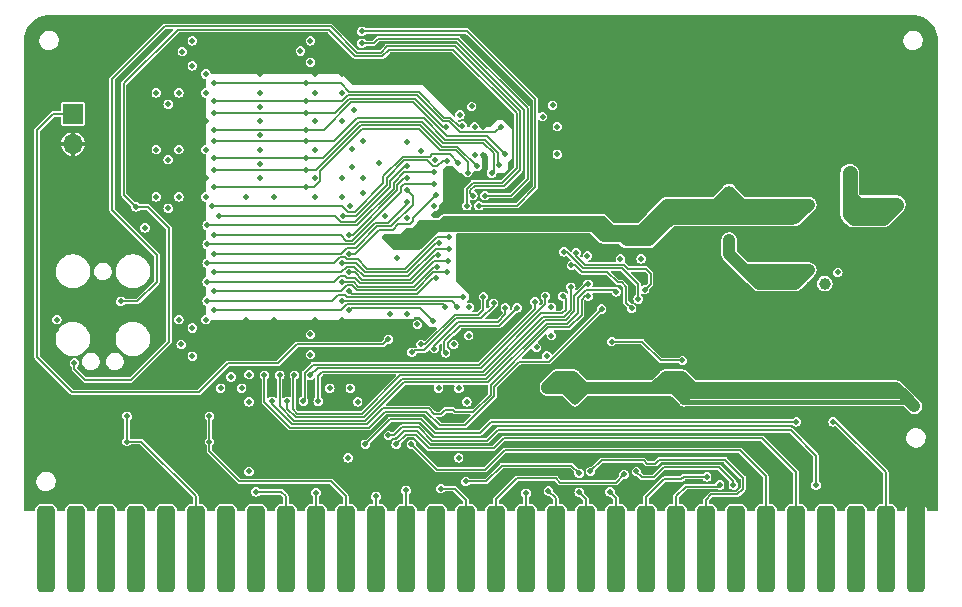
<source format=gbl>
G04 #@! TF.GenerationSoftware,KiCad,Pcbnew,7.0.1-0*
G04 #@! TF.CreationDate,2023-10-30T17:31:38-04:00*
G04 #@! TF.ProjectId,RAM2E,52414d32-452e-46b6-9963-61645f706362,2.1*
G04 #@! TF.SameCoordinates,Original*
G04 #@! TF.FileFunction,Copper,L4,Bot*
G04 #@! TF.FilePolarity,Positive*
%FSLAX46Y46*%
G04 Gerber Fmt 4.6, Leading zero omitted, Abs format (unit mm)*
G04 Created by KiCad (PCBNEW 7.0.1-0) date 2023-10-30 17:31:38*
%MOMM*%
%LPD*%
G01*
G04 APERTURE LIST*
G04 Aperture macros list*
%AMRoundRect*
0 Rectangle with rounded corners*
0 $1 Rounding radius*
0 $2 $3 $4 $5 $6 $7 $8 $9 X,Y pos of 4 corners*
0 Add a 4 corners polygon primitive as box body*
4,1,4,$2,$3,$4,$5,$6,$7,$8,$9,$2,$3,0*
0 Add four circle primitives for the rounded corners*
1,1,$1+$1,$2,$3*
1,1,$1+$1,$4,$5*
1,1,$1+$1,$6,$7*
1,1,$1+$1,$8,$9*
0 Add four rect primitives between the rounded corners*
20,1,$1+$1,$2,$3,$4,$5,0*
20,1,$1+$1,$4,$5,$6,$7,0*
20,1,$1+$1,$6,$7,$8,$9,0*
20,1,$1+$1,$8,$9,$2,$3,0*%
G04 Aperture macros list end*
G04 #@! TA.AperFunction,SMDPad,CuDef*
%ADD10RoundRect,0.381000X0.381000X3.289000X-0.381000X3.289000X-0.381000X-3.289000X0.381000X-3.289000X0*%
G04 #@! TD*
G04 #@! TA.AperFunction,ComponentPad*
%ADD11C,2.000000*%
G04 #@! TD*
G04 #@! TA.AperFunction,ComponentPad*
%ADD12R,1.700000X1.700000*%
G04 #@! TD*
G04 #@! TA.AperFunction,ComponentPad*
%ADD13O,1.700000X1.700000*%
G04 #@! TD*
G04 #@! TA.AperFunction,ViaPad*
%ADD14C,0.500000*%
G04 #@! TD*
G04 #@! TA.AperFunction,ViaPad*
%ADD15C,0.600000*%
G04 #@! TD*
G04 #@! TA.AperFunction,ViaPad*
%ADD16C,1.000000*%
G04 #@! TD*
G04 #@! TA.AperFunction,ViaPad*
%ADD17C,0.800000*%
G04 #@! TD*
G04 #@! TA.AperFunction,Conductor*
%ADD18C,1.270000*%
G04 #@! TD*
G04 #@! TA.AperFunction,Conductor*
%ADD19C,0.500000*%
G04 #@! TD*
G04 #@! TA.AperFunction,Conductor*
%ADD20C,0.508000*%
G04 #@! TD*
G04 #@! TA.AperFunction,Conductor*
%ADD21C,1.000000*%
G04 #@! TD*
G04 #@! TA.AperFunction,Conductor*
%ADD22C,0.650000*%
G04 #@! TD*
G04 #@! TA.AperFunction,Conductor*
%ADD23C,0.450000*%
G04 #@! TD*
G04 #@! TA.AperFunction,Conductor*
%ADD24C,1.524000*%
G04 #@! TD*
G04 #@! TA.AperFunction,Conductor*
%ADD25C,0.150000*%
G04 #@! TD*
G04 #@! TA.AperFunction,Conductor*
%ADD26C,0.152400*%
G04 #@! TD*
G04 #@! TA.AperFunction,Conductor*
%ADD27C,0.800000*%
G04 #@! TD*
G04 #@! TA.AperFunction,Conductor*
%ADD28C,0.600000*%
G04 #@! TD*
G04 APERTURE END LIST*
D10*
X274320000Y-135282000D03*
X271780000Y-135282000D03*
X269240000Y-135282000D03*
X266700000Y-135282000D03*
X264160000Y-135282000D03*
X261620000Y-135282000D03*
X259080000Y-135282000D03*
X256540000Y-135282000D03*
X254000000Y-135282000D03*
X251460000Y-135282000D03*
X248920000Y-135282000D03*
X246380000Y-135282000D03*
X243840000Y-135282000D03*
X241300000Y-135282000D03*
X238760000Y-135282000D03*
X236220000Y-135282000D03*
X233680000Y-135282000D03*
X231140000Y-135282000D03*
X228600000Y-135282000D03*
X226060000Y-135282000D03*
X223520000Y-135282000D03*
X220980000Y-135282000D03*
X218440000Y-135282000D03*
X215900000Y-135282000D03*
X213360000Y-135282000D03*
X210820000Y-135282000D03*
X208280000Y-135282000D03*
X205740000Y-135282000D03*
X203200000Y-135282000D03*
X200660000Y-135282000D03*
D11*
X274320000Y-128397000D03*
D12*
X202946000Y-98425000D03*
D13*
X202946000Y-100965000D03*
D14*
X245450000Y-122800000D03*
X243925000Y-120700000D03*
X244825000Y-121650000D03*
X245450000Y-120500000D03*
X254650000Y-122800000D03*
X253125000Y-120700000D03*
X254025000Y-121650000D03*
X254650000Y-120500000D03*
D15*
X269800000Y-106100000D03*
D16*
X272650000Y-106100000D03*
X271350000Y-107250000D03*
D15*
X268700000Y-106900000D03*
D16*
X274193000Y-123190000D03*
D14*
X243100000Y-121650000D03*
X252300000Y-121650000D03*
D15*
X268700000Y-103450000D03*
D14*
X222250000Y-131191000D03*
X224790000Y-131191000D03*
X227330000Y-131191000D03*
X229870000Y-131191000D03*
X232410000Y-131191000D03*
X234950000Y-131191000D03*
X217170000Y-131191000D03*
X214630000Y-131191000D03*
X212090000Y-131191000D03*
X209550000Y-131191000D03*
X275844000Y-131191000D03*
X270510000Y-131191000D03*
X265430000Y-131191000D03*
X262890000Y-131191000D03*
X260350000Y-131191000D03*
X257810000Y-131191000D03*
X255270000Y-131191000D03*
X252730000Y-131191000D03*
X250190000Y-131191000D03*
X247650000Y-131191000D03*
X245110000Y-131191000D03*
X242570000Y-131191000D03*
X240030000Y-131191000D03*
X237490000Y-131191000D03*
X275844000Y-118364000D03*
X275844000Y-98044000D03*
X275844000Y-93091000D03*
X199136000Y-93091000D03*
X267970000Y-90424000D03*
X262890000Y-90424000D03*
X257810000Y-90424000D03*
X252730000Y-90424000D03*
X242570000Y-90424000D03*
X247650000Y-90424000D03*
X237998000Y-90424000D03*
X226949000Y-90424000D03*
X232410000Y-90424000D03*
X221551500Y-90424000D03*
X210502500Y-90423999D03*
X215582500Y-90424000D03*
X206756000Y-90424000D03*
X202057000Y-90424000D03*
X199771000Y-90932000D03*
X199136000Y-128270000D03*
X199136000Y-122555000D03*
X199136000Y-117475000D03*
X199136000Y-112395000D03*
X199136000Y-107315000D03*
X275209000Y-90932000D03*
X235625000Y-123150000D03*
X233750000Y-123150000D03*
X244825000Y-123150000D03*
X242950000Y-123150000D03*
X254025000Y-123150000D03*
X252150000Y-123150000D03*
X215350000Y-123150000D03*
X216325000Y-124100000D03*
X217225000Y-123150000D03*
X226425000Y-123150000D03*
X224550000Y-123150000D03*
X232750000Y-118950000D03*
X245050000Y-97650000D03*
X250750000Y-107100000D03*
X211900000Y-103850000D03*
X223400000Y-115850000D03*
X246500000Y-109750000D03*
X214200000Y-99050000D03*
X249750000Y-106150000D03*
X237200000Y-114750000D03*
X225700000Y-115850000D03*
X214200000Y-103850000D03*
X211000000Y-99000000D03*
X211000000Y-103100000D03*
X244650000Y-99500000D03*
X210000000Y-103950000D03*
X248850000Y-107350000D03*
X244650000Y-101850000D03*
X237650000Y-101900000D03*
X233550000Y-106950000D03*
X226400000Y-106200000D03*
X244150000Y-114800000D03*
X245400000Y-118200000D03*
X223400000Y-95050000D03*
X225700000Y-95050000D03*
X225700000Y-105450000D03*
X223400000Y-101450000D03*
X223400000Y-105450000D03*
X223400000Y-96650000D03*
X225700000Y-96650000D03*
X238400000Y-117900000D03*
X255450000Y-119500000D03*
X253550000Y-117600000D03*
X229000000Y-92550000D03*
X241500000Y-118900000D03*
X230250000Y-124800000D03*
X250350000Y-102450000D03*
X247400000Y-98600000D03*
X247800000Y-99900000D03*
X250450000Y-116300000D03*
X211650000Y-113200000D03*
X265303000Y-123450000D03*
X204470000Y-131191000D03*
X199136000Y-131191000D03*
X201930000Y-131191000D03*
X207010000Y-131191000D03*
X267970000Y-131191000D03*
X237150000Y-117200000D03*
X237650000Y-99500000D03*
X229350000Y-107100000D03*
X228250000Y-91900000D03*
X244850000Y-105250000D03*
X234600000Y-103100000D03*
X275844000Y-123444000D03*
X229870000Y-93599000D03*
X201676000Y-125095000D03*
X204216000Y-122555000D03*
X205486000Y-120142000D03*
X205486000Y-110490000D03*
X209296000Y-122555000D03*
X206756000Y-125095000D03*
X273050000Y-95504000D03*
X211836000Y-125285500D03*
X211836000Y-120015000D03*
X272923000Y-90424000D03*
X218650000Y-125900000D03*
X238900000Y-98550000D03*
X242650000Y-99350000D03*
X247000000Y-119750000D03*
X233600000Y-102350000D03*
X217150000Y-126750000D03*
X253550000Y-111050000D03*
X220000000Y-105450000D03*
X217600000Y-105450000D03*
X218800000Y-103850000D03*
X218800000Y-101450000D03*
X218800000Y-99050000D03*
X218800000Y-96650000D03*
X218800000Y-95050000D03*
X218800000Y-102650000D03*
X218800000Y-97850000D03*
X218800000Y-100250000D03*
X220000000Y-115850000D03*
X217600000Y-115850000D03*
X246000000Y-119650000D03*
X242800000Y-120550000D03*
X209931000Y-107696000D03*
X205486000Y-106680000D03*
X199136000Y-102235000D03*
X199136000Y-97155000D03*
X201676000Y-94615000D03*
X201676000Y-104775000D03*
X206756000Y-99695000D03*
X206756000Y-104775000D03*
X219710000Y-92964000D03*
D16*
X269300000Y-112800000D03*
D14*
X270510000Y-98044000D03*
X265430000Y-98044000D03*
X260350000Y-98044000D03*
X255270000Y-98044000D03*
X250190000Y-98044000D03*
X267970000Y-100584000D03*
X262890000Y-100584000D03*
X257810000Y-100584000D03*
X273050000Y-100584000D03*
X252730000Y-100584000D03*
X255270000Y-103124000D03*
X275844000Y-113284000D03*
X275844000Y-103124000D03*
D16*
X267950000Y-113950000D03*
X265250000Y-113950000D03*
X262550000Y-113950000D03*
X259850000Y-113950000D03*
D14*
X275844000Y-108204000D03*
X263144000Y-125730000D03*
X273050000Y-131699000D03*
D16*
X258500000Y-112800000D03*
D14*
X214550000Y-94050000D03*
X215400000Y-93150000D03*
X214550000Y-92250000D03*
X230350000Y-110650000D03*
X228850000Y-102550000D03*
X214550000Y-116950000D03*
X214550000Y-118950000D03*
X241300000Y-120150000D03*
X235800000Y-109750000D03*
X240950000Y-103700000D03*
X241600000Y-104450000D03*
X240000000Y-102700000D03*
X241000000Y-106500000D03*
X241450000Y-97250000D03*
X242150000Y-96550000D03*
X226300000Y-91300000D03*
X246100000Y-106600000D03*
X245050000Y-108850000D03*
X209423000Y-92964000D03*
X206756000Y-94234000D03*
X262763000Y-120650000D03*
X267843000Y-115570000D03*
X270383000Y-118110000D03*
X267843000Y-120650000D03*
X272923000Y-115570000D03*
X262763000Y-115570000D03*
X265303000Y-118110000D03*
X257683000Y-115570000D03*
X260223000Y-118110000D03*
X272923000Y-120650000D03*
X270383000Y-123450000D03*
X260223000Y-123450000D03*
D15*
X269800000Y-105000000D03*
X271350000Y-103450000D03*
X267600000Y-105150000D03*
D16*
X272650000Y-104400000D03*
X263900000Y-108800000D03*
D14*
X227500000Y-100750000D03*
X234750000Y-124150000D03*
X267700000Y-109850000D03*
X261150000Y-127550000D03*
X219710000Y-131191000D03*
X228350000Y-128700000D03*
X254250000Y-128850000D03*
X251200000Y-112200000D03*
D16*
X259850000Y-104400000D03*
D14*
X224550000Y-94350000D03*
X260500000Y-126400000D03*
X254650000Y-126400000D03*
X260500000Y-128700000D03*
X252730000Y-95504000D03*
X237000000Y-122800000D03*
X223700000Y-128650000D03*
X227475000Y-105150000D03*
X237350000Y-118950000D03*
X233550000Y-127550000D03*
X250250000Y-113000000D03*
X251950000Y-127550000D03*
X202819000Y-106934000D03*
X242750000Y-127550000D03*
X210000000Y-99950000D03*
X242100000Y-128700000D03*
X226600000Y-101400000D03*
X250190000Y-92964000D03*
X231250000Y-107250000D03*
X247650000Y-95504000D03*
X244550000Y-119000000D03*
X232410000Y-95504000D03*
X224550000Y-116550000D03*
D16*
X269050000Y-124850000D03*
D14*
X202819000Y-109220000D03*
X218500000Y-122800000D03*
X232900000Y-128700000D03*
D16*
X265200000Y-104400000D03*
D14*
X249300000Y-112200000D03*
X224550000Y-118800000D03*
X206930000Y-113050000D03*
X201930000Y-108077000D03*
X242150000Y-126400000D03*
X237900000Y-97800000D03*
X245900000Y-98650000D03*
X215500000Y-117950000D03*
D16*
X261200000Y-108800000D03*
D14*
X251300000Y-126400000D03*
X225400000Y-93150000D03*
D16*
X259850000Y-109950000D03*
D14*
X229750000Y-115350000D03*
X232400000Y-101550000D03*
X269050000Y-127350000D03*
D16*
X271350000Y-113650000D03*
D14*
X244150000Y-117200000D03*
X248850000Y-109800000D03*
X204030000Y-114300000D03*
D16*
X266600000Y-108800000D03*
D14*
X211000000Y-94200000D03*
D16*
X263900000Y-103250000D03*
D14*
X223700000Y-126400000D03*
D16*
X267850000Y-126200000D03*
X262600000Y-104400000D03*
X272700000Y-112500000D03*
X265250000Y-109950000D03*
D14*
X210000000Y-95150000D03*
D16*
X261200000Y-103250000D03*
X262550000Y-109950000D03*
D14*
X224550000Y-92250000D03*
X245450000Y-126400000D03*
X227700000Y-122800000D03*
X230300000Y-126400000D03*
X231600000Y-126400000D03*
X257700000Y-129850000D03*
X256600000Y-129150000D03*
X243200000Y-130350000D03*
X241300000Y-130550000D03*
X214503000Y-124015500D03*
X214503000Y-126174500D03*
X265850000Y-129850000D03*
X229650000Y-125650000D03*
X218440000Y-130429000D03*
X234100000Y-130150000D03*
X231140000Y-130302000D03*
X228600000Y-130810000D03*
X223520000Y-130500000D03*
X267300000Y-124500000D03*
X249600000Y-128950000D03*
X245800000Y-130450000D03*
X248412000Y-130429000D03*
X246750000Y-128700000D03*
X250650000Y-128700000D03*
X258850000Y-129850000D03*
X245800000Y-128850000D03*
X236200000Y-129550000D03*
X236300000Y-122800000D03*
X235625000Y-121650000D03*
X217850000Y-120500000D03*
X215450000Y-121650000D03*
X217225000Y-121650000D03*
X216325000Y-120700000D03*
X217850000Y-122800000D03*
X226425000Y-121650000D03*
X227050000Y-122800000D03*
X214200000Y-101450000D03*
X214200000Y-96650000D03*
X211900000Y-101450000D03*
X211900000Y-105450000D03*
X211900000Y-115850000D03*
X214200000Y-115850000D03*
X246500000Y-110450000D03*
X211900000Y-96650000D03*
X210000000Y-105450000D03*
X243950000Y-99500000D03*
X214200000Y-95050000D03*
X211000000Y-102300000D03*
X211000000Y-106400000D03*
X226600000Y-102900000D03*
X243450000Y-114800000D03*
X243950000Y-101850000D03*
X233550000Y-106250000D03*
X236950000Y-101900000D03*
X242200000Y-118200000D03*
X223400000Y-99050000D03*
X223400000Y-103850000D03*
X225700000Y-99050000D03*
X225700000Y-103850000D03*
X236500000Y-114800000D03*
X213050000Y-92250000D03*
X212200000Y-93150000D03*
X213050000Y-116550000D03*
X213050000Y-118950000D03*
X212100000Y-117950000D03*
X231250000Y-100800000D03*
X249300000Y-110700000D03*
X235200000Y-117950000D03*
X226250000Y-127550000D03*
X209042000Y-108077000D03*
X236700000Y-97800000D03*
X236950000Y-99500000D03*
D16*
X265250000Y-111650000D03*
D14*
X235600000Y-127550000D03*
X210000000Y-101450000D03*
X210000000Y-96650000D03*
X223050000Y-94050000D03*
X224700000Y-121650000D03*
X267700000Y-111850000D03*
X217850000Y-128700000D03*
X235700000Y-98500000D03*
X213050000Y-94350000D03*
X223050000Y-117100000D03*
X251050000Y-110700000D03*
X232100000Y-116250000D03*
X231250000Y-115350000D03*
X243550000Y-97700000D03*
X223050000Y-118800000D03*
X236450000Y-117200000D03*
X243050000Y-118900000D03*
D16*
X258500000Y-109100000D03*
X266600000Y-112800000D03*
X263900000Y-112800000D03*
D14*
X211000000Y-97600000D03*
X242700000Y-98650000D03*
X222200000Y-93100000D03*
D16*
X261200000Y-112800000D03*
D14*
X226750000Y-98100000D03*
D16*
X259850000Y-111650000D03*
X262550000Y-111650000D03*
D14*
X243450000Y-117200000D03*
X223050000Y-92250000D03*
X214200000Y-105450000D03*
X201580000Y-115850000D03*
X233900000Y-121650000D03*
X227500000Y-103850000D03*
X236800000Y-105350000D03*
X207010000Y-114300000D03*
X236300000Y-106200000D03*
X203073000Y-119507000D03*
X208280000Y-106299000D03*
X237800000Y-105350000D03*
X227400000Y-92450000D03*
X237300000Y-106200000D03*
X227400000Y-91440000D03*
X222700000Y-102150000D03*
X214900000Y-102150000D03*
X238400000Y-103450000D03*
X222700000Y-100750000D03*
X214900000Y-100750000D03*
X239050000Y-102750000D03*
X222700000Y-99750000D03*
X214900000Y-99750000D03*
X239550000Y-101850000D03*
X222700000Y-98350000D03*
X234550000Y-99550000D03*
X214900000Y-98350000D03*
X222700000Y-104650000D03*
X214900000Y-104650000D03*
X236350000Y-103400000D03*
X222700000Y-103150000D03*
X214900000Y-103150000D03*
X237150000Y-102850000D03*
X222700000Y-95850000D03*
X235900000Y-99450000D03*
X214900000Y-95850000D03*
X222700000Y-97350000D03*
X214900000Y-97350000D03*
X239150000Y-99500000D03*
X225800000Y-107050000D03*
X234600000Y-102400000D03*
X231200000Y-102850000D03*
X215300000Y-107050000D03*
X233550000Y-103350000D03*
X214300000Y-107850000D03*
X231200000Y-103850000D03*
X226300000Y-108650000D03*
X233550000Y-104350000D03*
X214850000Y-108650000D03*
X231200000Y-104850000D03*
X214850000Y-110250000D03*
X233700000Y-105300000D03*
X226350000Y-110250000D03*
X231200000Y-105850000D03*
X214300000Y-109450000D03*
X214300000Y-111050000D03*
X234800000Y-108850000D03*
X225750000Y-111050000D03*
X233950000Y-109350000D03*
X214850000Y-111850000D03*
X234800000Y-109850000D03*
X226350000Y-111850000D03*
X233850000Y-110350000D03*
X214300000Y-112650000D03*
X234700000Y-110850000D03*
X225750000Y-112650000D03*
X233750000Y-111350000D03*
X214850000Y-113450000D03*
X234600000Y-111850000D03*
X226350000Y-113450000D03*
X233650000Y-112350000D03*
X226350000Y-115050000D03*
X233450000Y-116000000D03*
X214850000Y-115050000D03*
X234450000Y-114750000D03*
X225750000Y-114250000D03*
X235500000Y-114750000D03*
X214300000Y-114250000D03*
X236000000Y-113900000D03*
X232400000Y-117950000D03*
X237700000Y-113900000D03*
X238550000Y-114450000D03*
X231650000Y-118600000D03*
X239550000Y-114850000D03*
X233550000Y-118300000D03*
X240550000Y-114850000D03*
X234500000Y-118650000D03*
X235550000Y-102550000D03*
X214750000Y-106250000D03*
X246550000Y-113850000D03*
X219800000Y-122750000D03*
X247700000Y-114950000D03*
X219150000Y-120550000D03*
X221700000Y-120550000D03*
X245100000Y-113100000D03*
X246550000Y-112850000D03*
X221100000Y-122750000D03*
X222450000Y-122750000D03*
X242050000Y-114350000D03*
X223700000Y-122750000D03*
X244400000Y-113850000D03*
X223050000Y-120550000D03*
X242950000Y-113850000D03*
X248950000Y-113500000D03*
X220450000Y-120550000D03*
X250250000Y-114900000D03*
X245150000Y-111250000D03*
X245550000Y-110200000D03*
X251350000Y-113300000D03*
X244500000Y-110100000D03*
X250800000Y-114100000D03*
X248550000Y-117700000D03*
X254550000Y-119300000D03*
X207518000Y-126174500D03*
X207518000Y-124015500D03*
D17*
X250750000Y-108600000D03*
D14*
X231250000Y-108350000D03*
D17*
X230350000Y-109550000D03*
D14*
X248850000Y-108350000D03*
X233750000Y-108000000D03*
X229350000Y-108850000D03*
D16*
X263900000Y-107250000D03*
X259850000Y-106100000D03*
X258500000Y-105000000D03*
X265250000Y-106100000D03*
X261200000Y-107300000D03*
D14*
X249750000Y-109400000D03*
D16*
X262600000Y-106100000D03*
D14*
X229650000Y-117500000D03*
X227700000Y-126400000D03*
X264200000Y-124500000D03*
D18*
X269500000Y-106100000D02*
X268700000Y-106900000D01*
X271350000Y-107250000D02*
X270200000Y-106100000D01*
X271350000Y-107250000D02*
X272500000Y-106100000D01*
X272650000Y-106100000D02*
X271500000Y-107250000D01*
X272500000Y-106100000D02*
X272650000Y-106100000D01*
X269050000Y-107250000D02*
X268700000Y-106900000D01*
X271500000Y-107250000D02*
X271350000Y-107250000D01*
X271350000Y-107250000D02*
X269050000Y-107250000D01*
X272650000Y-106100000D02*
X269500000Y-106100000D01*
X270200000Y-106100000D02*
X269800000Y-106100000D01*
D19*
X255100000Y-122350000D02*
X273350000Y-122350000D01*
D20*
X254025000Y-121650000D02*
X254025000Y-122175000D01*
X245450000Y-122800000D02*
X245450000Y-120500000D01*
D21*
X253125000Y-120700000D02*
X252175000Y-121650000D01*
D22*
X268700000Y-103450000D02*
X268700000Y-105050000D01*
D21*
X252300000Y-121650000D02*
X244825000Y-121650000D01*
D19*
X245450000Y-120500000D02*
X245550000Y-120600000D01*
D20*
X254025000Y-121125000D02*
X254650000Y-120500000D01*
D19*
X245350000Y-120600000D02*
X245350000Y-122700000D01*
X254650000Y-120500000D02*
X254750000Y-120600000D01*
D20*
X254025000Y-121650000D02*
X254025000Y-121125000D01*
D21*
X254025000Y-121600000D02*
X254025000Y-121650000D01*
D23*
X254650000Y-122800000D02*
X273803000Y-122800000D01*
D19*
X254650000Y-120500000D02*
X255800000Y-121650000D01*
D21*
X253125000Y-120700000D02*
X254500000Y-120700000D01*
D22*
X269750000Y-106100000D02*
X272650000Y-106100000D01*
D19*
X245450000Y-120500000D02*
X245350000Y-120600000D01*
X246600000Y-121650000D02*
X252300000Y-121650000D01*
D20*
X254650000Y-122800000D02*
X254650000Y-120500000D01*
D19*
X244300000Y-121650000D02*
X245450000Y-122800000D01*
D21*
X274193000Y-123190000D02*
X273351500Y-122348500D01*
X245550000Y-120950000D02*
X245550000Y-121650000D01*
D19*
X273350000Y-122350000D02*
X273351500Y-122348500D01*
D21*
X243100000Y-121650000D02*
X243100000Y-121525000D01*
D19*
X245450000Y-122800000D02*
X246600000Y-121650000D01*
X245550000Y-120600000D02*
X245550000Y-121650000D01*
X245550000Y-122700000D02*
X245450000Y-122800000D01*
D21*
X243100000Y-121525000D02*
X243925000Y-120700000D01*
X254500000Y-120700000D02*
X255450000Y-121650000D01*
D18*
X268700000Y-103450000D02*
X268700000Y-106900000D01*
D19*
X252300000Y-121650000D02*
X253500000Y-121650000D01*
X254550000Y-120600000D02*
X254550000Y-122700000D01*
X253500000Y-121650000D02*
X254650000Y-122800000D01*
X254750000Y-122700000D02*
X254650000Y-122800000D01*
D20*
X244825000Y-122175000D02*
X245450000Y-122800000D01*
D19*
X245350000Y-122700000D02*
X245450000Y-122800000D01*
D20*
X244825000Y-121650000D02*
X244825000Y-121125000D01*
D19*
X254650000Y-122800000D02*
X255100000Y-122350000D01*
X245450000Y-120500000D02*
X246600000Y-121650000D01*
D20*
X254025000Y-122175000D02*
X254650000Y-122800000D01*
D19*
X254650000Y-120500000D02*
X254550000Y-120600000D01*
X255100000Y-122350000D02*
X255800000Y-121650000D01*
X245550000Y-121650000D02*
X245550000Y-122700000D01*
X254750000Y-120600000D02*
X254750000Y-122700000D01*
D21*
X273351500Y-122348500D02*
X272653000Y-121650000D01*
D19*
X254550000Y-122700000D02*
X254650000Y-122800000D01*
X244825000Y-121600000D02*
X244825000Y-121650000D01*
D21*
X244825000Y-121650000D02*
X243100000Y-121650000D01*
D19*
X244300000Y-121650000D02*
X245450000Y-120500000D01*
D20*
X244825000Y-121125000D02*
X245450000Y-120500000D01*
D21*
X254025000Y-121650000D02*
X252300000Y-121650000D01*
D19*
X243100000Y-121650000D02*
X244300000Y-121650000D01*
D21*
X252175000Y-121650000D02*
X244825000Y-121650000D01*
X272653000Y-121650000D02*
X254025000Y-121650000D01*
X245300000Y-120700000D02*
X245550000Y-120950000D01*
D19*
X243925000Y-120700000D02*
X244825000Y-121600000D01*
D22*
X268700000Y-105050000D02*
X269750000Y-106100000D01*
D20*
X244825000Y-121650000D02*
X244825000Y-122175000D01*
D21*
X243925000Y-120700000D02*
X245300000Y-120700000D01*
D23*
X273803000Y-122800000D02*
X274193000Y-123190000D01*
D21*
X253125000Y-120700000D02*
X254025000Y-121600000D01*
D19*
X237850000Y-102100000D02*
X237850000Y-103100000D01*
X237749999Y-103200001D02*
X237749999Y-103749999D01*
X237850000Y-103100000D02*
X237749999Y-103200001D01*
X237850000Y-103100000D02*
X237600000Y-103500000D01*
X237600000Y-103500000D02*
X237000000Y-103500000D01*
X237650000Y-101900000D02*
X237850000Y-102100000D01*
D24*
X274320000Y-135282000D02*
X274320000Y-128397000D01*
D19*
X237850000Y-103100000D02*
X237450000Y-103500000D01*
D25*
X261300000Y-125900000D02*
X264160000Y-128760000D01*
X231100000Y-125600000D02*
X231950000Y-125600000D01*
X231950000Y-125600000D02*
X233100000Y-126750000D01*
X230300000Y-126400000D02*
X231100000Y-125600000D01*
X233100000Y-126750000D02*
X238550000Y-126750000D01*
X238550000Y-126750000D02*
X239400000Y-125900000D01*
X239400000Y-125900000D02*
X261300000Y-125900000D01*
X264160000Y-128760000D02*
X264160000Y-135282000D01*
X239500000Y-126900000D02*
X259400000Y-126900000D01*
X261620000Y-130810000D02*
X261620000Y-135282000D01*
X231600000Y-126400000D02*
X233750000Y-128550000D01*
X259400000Y-126900000D02*
X261620000Y-129120000D01*
X261620000Y-129120000D02*
X261620000Y-130810000D01*
X237850000Y-128550000D02*
X239500000Y-126900000D01*
X233750000Y-128550000D02*
X237850000Y-128550000D01*
X257700000Y-129850000D02*
X257550000Y-130000000D01*
X257550000Y-130000000D02*
X254810000Y-130000000D01*
X254810000Y-130000000D02*
X254000000Y-130810000D01*
D26*
X254000000Y-130810000D02*
X254000000Y-135382000D01*
D25*
X254450000Y-129350000D02*
X253000000Y-129350000D01*
X253000000Y-129350000D02*
X251460000Y-130890000D01*
X256600000Y-129150000D02*
X254650000Y-129150000D01*
X254650000Y-129150000D02*
X254450000Y-129350000D01*
X251460000Y-130890000D02*
X251460000Y-135282000D01*
X243840000Y-130990000D02*
X243840000Y-135282000D01*
X243200000Y-130350000D02*
X243840000Y-130990000D01*
X241300000Y-130810000D02*
X241300000Y-130550000D01*
D26*
X241300000Y-130810000D02*
X241300000Y-135382000D01*
D25*
X214503000Y-126174500D02*
X214503000Y-127000000D01*
D26*
X226060000Y-130810000D02*
X226060000Y-135382000D01*
D25*
X224790000Y-129540000D02*
X226060000Y-130810000D01*
X214503000Y-127000000D02*
X217043000Y-129540000D01*
X214503000Y-126174500D02*
X214503000Y-124015500D01*
X217043000Y-129540000D02*
X224790000Y-129540000D01*
X238900000Y-125200000D02*
X263700000Y-125200000D01*
X263700000Y-125200000D02*
X265850000Y-127350000D01*
X230800000Y-124950000D02*
X232200000Y-124950000D01*
X229650000Y-125650000D02*
X230100000Y-125650000D01*
X230100000Y-125650000D02*
X230800000Y-124950000D01*
X238000000Y-126100000D02*
X238900000Y-125200000D01*
X232200000Y-124950000D02*
X233350000Y-126100000D01*
X233350000Y-126100000D02*
X238000000Y-126100000D01*
X265850000Y-127350000D02*
X265850000Y-129850000D01*
X220599000Y-130429000D02*
X218440000Y-130429000D01*
X220980000Y-130810000D02*
X220599000Y-130429000D01*
X220980000Y-135282000D02*
X220980000Y-130810000D01*
D26*
X234100000Y-130150000D02*
X235250000Y-130150000D01*
X236220000Y-131120000D02*
X236220000Y-135382000D01*
X235250000Y-130150000D02*
X236220000Y-131120000D01*
X231140000Y-135382000D02*
X231140000Y-130302000D01*
X228600000Y-135382000D02*
X228600000Y-130810000D01*
X223520000Y-135382000D02*
X223520000Y-130500000D01*
D25*
X271780000Y-128780000D02*
X271780000Y-135282000D01*
X267500000Y-124500000D02*
X271780000Y-128780000D01*
X267300000Y-124500000D02*
X267500000Y-124500000D01*
X243840000Y-129286000D02*
X240538000Y-129286000D01*
X240538000Y-129286000D02*
X238760000Y-131064000D01*
X249600000Y-128950000D02*
X248900000Y-129650000D01*
X238760000Y-131064000D02*
X238760000Y-135282000D01*
X244204000Y-129650000D02*
X243840000Y-129286000D01*
X248900000Y-129650000D02*
X244204000Y-129650000D01*
X246380000Y-131030000D02*
X246380000Y-135282000D01*
X245800000Y-130450000D02*
X246380000Y-131030000D01*
X248920000Y-130937000D02*
X248920000Y-135282000D01*
X248412000Y-130429000D02*
X248920000Y-130937000D01*
X247700000Y-127750000D02*
X251250000Y-127750000D01*
X251550000Y-128050000D02*
X252250000Y-128050000D01*
X259700000Y-129250000D02*
X259700000Y-130150000D01*
X258150000Y-127700000D02*
X259700000Y-129250000D01*
X251250000Y-127750000D02*
X251550000Y-128050000D01*
X256540000Y-131110000D02*
X256540000Y-135282000D01*
X252600000Y-127700000D02*
X258150000Y-127700000D01*
X257000000Y-130650000D02*
X256540000Y-131110000D01*
X259700000Y-130150000D02*
X259200000Y-130650000D01*
X246750000Y-128700000D02*
X247700000Y-127750000D01*
X259200000Y-130650000D02*
X257000000Y-130650000D01*
X252250000Y-128050000D02*
X252600000Y-127700000D01*
X251100000Y-129200000D02*
X250650000Y-128750000D01*
X257650000Y-128350000D02*
X252950000Y-128350000D01*
X252950000Y-128350000D02*
X252100000Y-129200000D01*
X258850000Y-129850000D02*
X258850000Y-129550000D01*
X250650000Y-128750000D02*
X250650000Y-128700000D01*
X258850000Y-129550000D02*
X257650000Y-128350000D01*
X252100000Y-129200000D02*
X251100000Y-129200000D01*
X245150000Y-128200000D02*
X245800000Y-128850000D01*
X236200000Y-129550000D02*
X237900000Y-129550000D01*
X239250000Y-128200000D02*
X245150000Y-128200000D01*
X237900000Y-129550000D02*
X239250000Y-128200000D01*
D21*
X258500000Y-110300000D02*
X259850000Y-111650000D01*
X261000000Y-112800000D02*
X261200000Y-112800000D01*
X260450000Y-112250000D02*
X264650000Y-112250000D01*
X264100000Y-112800000D02*
X264650000Y-112250000D01*
X264650000Y-112250000D02*
X265250000Y-111650000D01*
X261200000Y-112800000D02*
X263900000Y-112800000D01*
X263900000Y-112800000D02*
X264100000Y-112800000D01*
X259850000Y-111650000D02*
X260450000Y-112250000D01*
X259850000Y-111650000D02*
X265250000Y-111650000D01*
X258500000Y-109100000D02*
X258500000Y-110300000D01*
X259850000Y-111650000D02*
X261000000Y-112800000D01*
D25*
X239400000Y-104550000D02*
X240800000Y-103150000D01*
X236600000Y-104900000D02*
X236950000Y-104550000D01*
X229000000Y-93250000D02*
X227000000Y-93250000D01*
X210058000Y-110363000D02*
X210058000Y-112649000D01*
X210700000Y-91000000D02*
X206250000Y-95450000D01*
X236950000Y-104550000D02*
X239400000Y-104550000D01*
X206250000Y-95450000D02*
X206250000Y-106555000D01*
X210058000Y-112649000D02*
X208407000Y-114300000D01*
X236600000Y-105150000D02*
X236600000Y-104900000D01*
X236800000Y-105350000D02*
X236600000Y-105150000D01*
X208407000Y-114300000D02*
X207010000Y-114300000D01*
X235300000Y-92700000D02*
X229550000Y-92700000D01*
X240800000Y-103150000D02*
X240800000Y-98200000D01*
X240800000Y-98200000D02*
X235300000Y-92700000D01*
X206250000Y-106555000D02*
X210058000Y-110363000D01*
X229550000Y-92700000D02*
X229000000Y-93250000D01*
X227000000Y-93250000D02*
X224750000Y-91000000D01*
X224750000Y-91000000D02*
X210700000Y-91000000D01*
X236800000Y-104250000D02*
X236300000Y-104750000D01*
X224600000Y-91300000D02*
X226850000Y-93550000D01*
X240500000Y-103000000D02*
X239250000Y-104250000D01*
X208280000Y-106299000D02*
X209296000Y-106299000D01*
X226850000Y-93550000D02*
X229150000Y-93550000D01*
X211074000Y-117729000D02*
X207853000Y-120950000D01*
X203073000Y-120042500D02*
X203073000Y-119507000D01*
X207250000Y-95850000D02*
X211800000Y-91300000D01*
X211074000Y-108077000D02*
X211074000Y-117729000D01*
X203980500Y-120950000D02*
X203073000Y-120042500D01*
X208280000Y-106299000D02*
X207250000Y-105269000D01*
X235150000Y-93000000D02*
X240500000Y-98350000D01*
X207853000Y-120950000D02*
X203980500Y-120950000D01*
X211800000Y-91300000D02*
X224600000Y-91300000D01*
X229150000Y-93550000D02*
X229700000Y-93000000D01*
X209296000Y-106299000D02*
X211074000Y-108077000D01*
X207250000Y-105269000D02*
X207250000Y-95850000D01*
X236300000Y-104750000D02*
X236300000Y-106200000D01*
X229700000Y-93000000D02*
X235150000Y-93000000D01*
X239250000Y-104250000D02*
X236800000Y-104250000D01*
X240500000Y-98350000D02*
X240500000Y-103000000D01*
X228400000Y-92450000D02*
X228800000Y-92050000D01*
X240000000Y-105350000D02*
X237800000Y-105350000D01*
X235550000Y-92050000D02*
X241450000Y-97950000D01*
X241450000Y-103900000D02*
X240000000Y-105350000D01*
X227400000Y-92450000D02*
X228400000Y-92450000D01*
X241450000Y-97950000D02*
X241450000Y-103900000D01*
X228800000Y-92050000D02*
X235550000Y-92050000D01*
X242100000Y-104650000D02*
X240550000Y-106200000D01*
X227400000Y-91440000D02*
X227440000Y-91400000D01*
X242100000Y-97200000D02*
X242100000Y-104650000D01*
X227440000Y-91400000D02*
X236300000Y-91400000D01*
X236300000Y-91400000D02*
X242100000Y-97200000D01*
X240550000Y-106200000D02*
X237300000Y-106200000D01*
X238550000Y-101750000D02*
X237700000Y-100900000D01*
X214900000Y-102150000D02*
X222700000Y-102150000D01*
X237700000Y-100900000D02*
X234300000Y-100900000D01*
X238550000Y-103300000D02*
X238550000Y-101750000D01*
X238400000Y-103450000D02*
X238550000Y-103300000D01*
X234300000Y-100900000D02*
X232500000Y-99100000D01*
X224100000Y-102150000D02*
X222750000Y-102150000D01*
X227150000Y-99100000D02*
X224100000Y-102150000D01*
X232500000Y-99100000D02*
X227150000Y-99100000D01*
X225050000Y-100750000D02*
X222700000Y-100750000D01*
X232650000Y-98800000D02*
X227000000Y-98800000D01*
X227000000Y-98800000D02*
X225050000Y-100750000D01*
X237850000Y-100600000D02*
X234450000Y-100600000D01*
X238950000Y-101700000D02*
X237850000Y-100600000D01*
X221149998Y-100750000D02*
X214900000Y-100750000D01*
X222700000Y-100750000D02*
X221149998Y-100750000D01*
X239050000Y-102750000D02*
X238950000Y-102650000D01*
X234450000Y-100600000D02*
X232650000Y-98800000D01*
X238950000Y-102650000D02*
X238950000Y-101700000D01*
X222700000Y-99750000D02*
X224200000Y-99750000D01*
X216559338Y-99750000D02*
X214900000Y-99750000D01*
X224200000Y-99750000D02*
X226500000Y-97450000D01*
X226500000Y-97450000D02*
X231750000Y-97450000D01*
X231750000Y-97450000D02*
X234600000Y-100300000D01*
X234600000Y-100300000D02*
X238000000Y-100300000D01*
X222700000Y-99750000D02*
X216559338Y-99750000D01*
X238000000Y-100300000D02*
X239550000Y-101850000D01*
X234300000Y-99550000D02*
X231900000Y-97150000D01*
X225150000Y-98350000D02*
X222700000Y-98350000D01*
X214900000Y-98350000D02*
X222700000Y-98350000D01*
X226350000Y-97150000D02*
X225150000Y-98350000D01*
X231900000Y-97150000D02*
X226350000Y-97150000D01*
X234550000Y-99550000D02*
X234300000Y-99550000D01*
X235375722Y-101500000D02*
X236350000Y-102474278D01*
X227450000Y-99700000D02*
X232200000Y-99700000D01*
X222750000Y-104650000D02*
X223350000Y-104650000D01*
X223900000Y-103250000D02*
X227450000Y-99700000D01*
X214900000Y-104650000D02*
X222700000Y-104650000D01*
X234000000Y-101500000D02*
X235375722Y-101500000D01*
X223350000Y-104650000D02*
X223900000Y-104100000D01*
X232200000Y-99700000D02*
X234000000Y-101500000D01*
X236350000Y-102474278D02*
X236350000Y-103400000D01*
X223900000Y-104100000D02*
X223900000Y-103250000D01*
X223550000Y-103150000D02*
X222700000Y-103150000D01*
X235500000Y-101200000D02*
X234150000Y-101200000D01*
X237150000Y-102850000D02*
X235500000Y-101200000D01*
X222700000Y-103150000D02*
X214900000Y-103150000D01*
X232350000Y-99400000D02*
X227300000Y-99400000D01*
X227300000Y-99400000D02*
X223550000Y-103150000D01*
X234150000Y-101200000D02*
X232350000Y-99400000D01*
X234900000Y-98750000D02*
X235600000Y-99450000D01*
X235600000Y-99450000D02*
X235900000Y-99450000D01*
X222700000Y-95850000D02*
X225600000Y-95850000D01*
X214900000Y-95850000D02*
X222700000Y-95850000D01*
X232200000Y-96550000D02*
X234400000Y-98750000D01*
X234400000Y-98750000D02*
X234900000Y-98750000D01*
X226300000Y-96550000D02*
X232200000Y-96550000D01*
X225600000Y-95850000D02*
X226300000Y-96550000D01*
X234750000Y-99050000D02*
X234250000Y-99050000D01*
X232050000Y-96850000D02*
X226200000Y-96850000D01*
X239150000Y-99500000D02*
X238650000Y-100000000D01*
X238650000Y-100000000D02*
X235700000Y-100000000D01*
X235700000Y-100000000D02*
X234750000Y-99050000D01*
X222700000Y-97350000D02*
X219049998Y-97350000D01*
X234250000Y-99050000D02*
X232050000Y-96850000D01*
X225700000Y-97350000D02*
X222700000Y-97350000D01*
X226200000Y-96850000D02*
X225700000Y-97350000D01*
X219049998Y-97350000D02*
X214900000Y-97350000D01*
X226900000Y-107050000D02*
X225800000Y-107050000D01*
X233800000Y-102850000D02*
X233400000Y-102850000D01*
X234250000Y-102400000D02*
X233800000Y-102850000D01*
X229500000Y-104450000D02*
X226900000Y-107050000D01*
X233400000Y-102850000D02*
X232900000Y-102350000D01*
X234600000Y-102400000D02*
X234250000Y-102400000D01*
X232900000Y-102350000D02*
X231000000Y-102350000D01*
X229500000Y-103850000D02*
X229500000Y-104450000D01*
X231000000Y-102350000D02*
X229500000Y-103850000D01*
X225100000Y-107050000D02*
X225600000Y-107550000D01*
X226850000Y-107550000D02*
X229800000Y-104600000D01*
X229800000Y-104600000D02*
X229800000Y-104075000D01*
X215300000Y-107050000D02*
X225100000Y-107050000D01*
X229800000Y-104075000D02*
X231025000Y-102850000D01*
X231025000Y-102850000D02*
X231200000Y-102850000D01*
X225600000Y-107550000D02*
X226850000Y-107550000D01*
X230100000Y-104750000D02*
X230100000Y-104250000D01*
X214300000Y-107850000D02*
X227000000Y-107850000D01*
X230100000Y-104250000D02*
X231000000Y-103350000D01*
X231000000Y-103350000D02*
X233550000Y-103350000D01*
X227000000Y-107850000D02*
X230100000Y-104750000D01*
X230400000Y-104450000D02*
X231000000Y-103850000D01*
X226625000Y-108650000D02*
X230400000Y-104875000D01*
X230400000Y-104875000D02*
X230400000Y-104450000D01*
X231000000Y-103850000D02*
X231200000Y-103850000D01*
X226300000Y-108650000D02*
X226625000Y-108650000D01*
X226550000Y-109150000D02*
X226100000Y-109150000D01*
X233550000Y-104350000D02*
X231000000Y-104350000D01*
X225600000Y-108650000D02*
X214850000Y-108650000D01*
X231000000Y-104350000D02*
X230700000Y-104650000D01*
X230700000Y-105000000D02*
X226550000Y-109150000D01*
X226100000Y-109150000D02*
X225600000Y-108650000D01*
X230700000Y-104650000D02*
X230700000Y-105000000D01*
X231700000Y-106100000D02*
X229850000Y-107950000D01*
X225650000Y-110250000D02*
X214850000Y-110250000D01*
X229850000Y-107950000D02*
X228700000Y-107950000D01*
X226150000Y-109750000D02*
X225650000Y-110250000D01*
X228700000Y-107950000D02*
X226900000Y-109750000D01*
X231700000Y-105350000D02*
X231700000Y-106100000D01*
X226900000Y-109750000D02*
X226150000Y-109750000D01*
X231200000Y-104850000D02*
X231700000Y-105350000D01*
X228850000Y-108250000D02*
X226850000Y-110250000D01*
X230500000Y-107750000D02*
X230000000Y-108250000D01*
X231487500Y-107750000D02*
X230500000Y-107750000D01*
X226850000Y-110250000D02*
X226350000Y-110250000D01*
X231750000Y-107487500D02*
X231487500Y-107750000D01*
X230000000Y-108250000D02*
X228850000Y-108250000D01*
X231750000Y-107250000D02*
X231750000Y-107487500D01*
X233700000Y-105300000D02*
X231750000Y-107250000D01*
X231200000Y-106050000D02*
X231200000Y-105850000D01*
X228550000Y-107650000D02*
X229600000Y-107650000D01*
X214300000Y-109450000D02*
X226750000Y-109450000D01*
X226750000Y-109450000D02*
X228550000Y-107650000D01*
X229600000Y-107650000D02*
X231200000Y-106050000D01*
X231050000Y-111550000D02*
X227850000Y-111550000D01*
X225550000Y-110550000D02*
X225050000Y-111050000D01*
X233750000Y-108850000D02*
X231050000Y-111550000D01*
X234800000Y-108850000D02*
X233750000Y-108850000D01*
X226150000Y-110750000D02*
X225950000Y-110550000D01*
X225050000Y-111050000D02*
X214300000Y-111050000D01*
X225950000Y-110550000D02*
X225550000Y-110550000D01*
X227050000Y-110750000D02*
X226150000Y-110750000D01*
X227850000Y-111550000D02*
X227050000Y-110750000D01*
X233700000Y-109350000D02*
X231200000Y-111850000D01*
X227700000Y-111850000D02*
X226900000Y-111050000D01*
X226900000Y-111050000D02*
X225750000Y-111050000D01*
X233950000Y-109350000D02*
X233700000Y-109350000D01*
X231200000Y-111850000D02*
X227700000Y-111850000D01*
X231350000Y-112150000D02*
X227550000Y-112150000D01*
X226750000Y-111350000D02*
X226150000Y-111350000D01*
X227550000Y-112150000D02*
X226750000Y-111350000D01*
X225650000Y-111850000D02*
X214850000Y-111850000D01*
X233650000Y-109850000D02*
X231350000Y-112150000D01*
X226150000Y-111350000D02*
X225650000Y-111850000D01*
X234800000Y-109850000D02*
X233650000Y-109850000D01*
X226800000Y-111850000D02*
X226350000Y-111850000D01*
X233850000Y-110350000D02*
X233600000Y-110350000D01*
X231500000Y-112450000D02*
X227400000Y-112450000D01*
X233600000Y-110350000D02*
X231500000Y-112450000D01*
X227400000Y-112450000D02*
X226800000Y-111850000D01*
X227250000Y-112750000D02*
X226850000Y-112350000D01*
X234700000Y-110850000D02*
X233550000Y-110850000D01*
X226850000Y-112350000D02*
X226150000Y-112350000D01*
X226150000Y-112350000D02*
X225950000Y-112150000D01*
X233550000Y-110850000D02*
X231650000Y-112750000D01*
X225950000Y-112150000D02*
X225550000Y-112150000D01*
X225550000Y-112150000D02*
X225050000Y-112650000D01*
X225050000Y-112650000D02*
X214300000Y-112650000D01*
X231650000Y-112750000D02*
X227250000Y-112750000D01*
X227100000Y-113050000D02*
X226700000Y-112650000D01*
X233500000Y-111350000D02*
X231800000Y-113050000D01*
X226700000Y-112650000D02*
X225750000Y-112650000D01*
X233750000Y-111350000D02*
X233500000Y-111350000D01*
X231800000Y-113050000D02*
X227100000Y-113050000D01*
X225650000Y-113450000D02*
X214850000Y-113450000D01*
X226550000Y-112950000D02*
X226150000Y-112950000D01*
X226950000Y-113350000D02*
X226550000Y-112950000D01*
X226150000Y-112950000D02*
X225650000Y-113450000D01*
X234600000Y-111850000D02*
X233450000Y-111850000D01*
X231950000Y-113350000D02*
X226950000Y-113350000D01*
X233450000Y-111850000D02*
X231950000Y-113350000D01*
X232100000Y-113650000D02*
X226550000Y-113650000D01*
X226550000Y-113650000D02*
X226350000Y-113450000D01*
X233400000Y-112350000D02*
X232100000Y-113650000D01*
X233650000Y-112350000D02*
X233400000Y-112350000D01*
X226550000Y-114850000D02*
X226350000Y-115050000D01*
X233450000Y-116000000D02*
X232300000Y-114850000D01*
X232300000Y-114850000D02*
X226550000Y-114850000D01*
X234450000Y-114750000D02*
X234250000Y-114550000D01*
X225650000Y-115050000D02*
X214850000Y-115050000D01*
X226150000Y-114550000D02*
X225650000Y-115050000D01*
X234250000Y-114550000D02*
X226150000Y-114550000D01*
X226750000Y-114250000D02*
X225750000Y-114250000D01*
X235000000Y-114250000D02*
X226750000Y-114250000D01*
X235500000Y-114750000D02*
X235000000Y-114250000D01*
X236000000Y-113900000D02*
X235950000Y-113950000D01*
X225950000Y-113750000D02*
X225350000Y-113750000D01*
X235950000Y-113950000D02*
X226150000Y-113950000D01*
X225350000Y-113750000D02*
X224850000Y-114250000D01*
X226150000Y-113950000D02*
X225950000Y-113750000D01*
X236000000Y-113900000D02*
X235950000Y-113950000D01*
X224850000Y-114250000D02*
X214300000Y-114250000D01*
X237700000Y-113900000D02*
X237700000Y-115000000D01*
X232750000Y-117950000D02*
X232400000Y-117950000D01*
X237700000Y-115000000D02*
X237250000Y-115450000D01*
X235250000Y-115450000D02*
X232750000Y-117950000D01*
X237250000Y-115450000D02*
X235250000Y-115450000D01*
X237500000Y-115750000D02*
X238550000Y-114700000D01*
X231800000Y-118450000D02*
X232700000Y-118450000D01*
X232700000Y-118450000D02*
X235400000Y-115750000D01*
X231650000Y-118600000D02*
X231800000Y-118450000D01*
X235400000Y-115750000D02*
X237500000Y-115750000D01*
X238550000Y-114700000D02*
X238550000Y-114450000D01*
X238900000Y-116050000D02*
X239550000Y-115400000D01*
X235550000Y-116050000D02*
X238900000Y-116050000D01*
X239550000Y-115400000D02*
X239550000Y-114850000D01*
X233550000Y-118300000D02*
X233550000Y-118050000D01*
X233550000Y-118050000D02*
X235550000Y-116050000D01*
X234500000Y-118650000D02*
X234400000Y-118550000D01*
X235700000Y-116350000D02*
X239050000Y-116350000D01*
X239050000Y-116350000D02*
X240550000Y-114850000D01*
X234400000Y-117650000D02*
X235700000Y-116350000D01*
X234400000Y-118550000D02*
X234400000Y-117650000D01*
X225750000Y-106250000D02*
X226200000Y-106700000D01*
X233350000Y-101850000D02*
X234850000Y-101850000D01*
X229200000Y-104300000D02*
X229200000Y-103700000D01*
X233150000Y-102050000D02*
X233350000Y-101850000D01*
X229200000Y-103700000D02*
X230850000Y-102050000D01*
X226200000Y-106700000D02*
X226800000Y-106700000D01*
X226800000Y-106700000D02*
X229200000Y-104300000D01*
X234850000Y-101850000D02*
X235550000Y-102550000D01*
X230850000Y-102050000D02*
X233150000Y-102050000D01*
X214750000Y-106250000D02*
X225750000Y-106250000D01*
X233550000Y-123850000D02*
X234100000Y-123850000D01*
X246300000Y-113850000D02*
X246550000Y-113850000D01*
X235300000Y-123650000D02*
X236850000Y-123650000D01*
X233050000Y-123350000D02*
X233550000Y-123850000D01*
X221500000Y-124700000D02*
X227850000Y-124700000D01*
X246000000Y-115450000D02*
X246000000Y-114150000D01*
X236850000Y-123650000D02*
X238300000Y-122200000D01*
X234450000Y-123500000D02*
X235150000Y-123500000D01*
X227850000Y-124700000D02*
X229200000Y-123350000D01*
X238300000Y-121400000D02*
X243200000Y-116500000D01*
X235150000Y-123500000D02*
X235300000Y-123650000D01*
X244950000Y-116500000D02*
X246000000Y-115450000D01*
X238300000Y-122200000D02*
X238300000Y-121400000D01*
X219800000Y-123000000D02*
X221500000Y-124700000D01*
X229200000Y-123350000D02*
X233050000Y-123350000D01*
X219800000Y-122750000D02*
X219800000Y-123000000D01*
X246000000Y-114150000D02*
X246300000Y-113850000D01*
X243200000Y-116500000D02*
X244950000Y-116500000D01*
X234100000Y-123850000D02*
X234450000Y-123500000D01*
X234000000Y-124800000D02*
X232850000Y-123650000D01*
X238600000Y-122350000D02*
X236150000Y-124800000D01*
X232850000Y-123650000D02*
X229350000Y-123650000D01*
X228000000Y-125000000D02*
X221350000Y-125000000D01*
X221350000Y-125000000D02*
X219150000Y-122800000D01*
X219150000Y-122800000D02*
X219150000Y-120550000D01*
X247700000Y-114950000D02*
X243250000Y-119400000D01*
X240750000Y-119400000D02*
X238600000Y-121550000D01*
X236150000Y-124800000D02*
X234000000Y-124800000D01*
X229350000Y-123650000D02*
X228000000Y-125000000D01*
X243250000Y-119400000D02*
X240750000Y-119400000D01*
X238600000Y-121550000D02*
X238600000Y-122350000D01*
X221600000Y-120650000D02*
X221600000Y-123450000D01*
X221600000Y-123450000D02*
X221950000Y-123800000D01*
X244500000Y-115600000D02*
X245100000Y-115000000D01*
X221700000Y-120550000D02*
X221600000Y-120650000D01*
X245100000Y-115000000D02*
X245100000Y-113100000D01*
X221950000Y-123800000D02*
X227400000Y-123800000D01*
X242750000Y-115600000D02*
X244500000Y-115600000D01*
X237800000Y-120550000D02*
X242750000Y-115600000D01*
X227400000Y-123800000D02*
X230650000Y-120550000D01*
X230650000Y-120550000D02*
X237800000Y-120550000D01*
X245400000Y-113850000D02*
X245400000Y-115150000D01*
X221800000Y-124100000D02*
X221100000Y-123400000D01*
X221100000Y-123400000D02*
X221100000Y-122750000D01*
X227550000Y-124100000D02*
X221800000Y-124100000D01*
X246400000Y-112850000D02*
X245400000Y-113850000D01*
X237950000Y-120850000D02*
X230800000Y-120850000D01*
X244650000Y-115900000D02*
X242900000Y-115900000D01*
X230800000Y-120850000D02*
X227550000Y-124100000D01*
X245400000Y-115150000D02*
X244650000Y-115900000D01*
X242900000Y-115900000D02*
X237950000Y-120850000D01*
X246550000Y-112850000D02*
X246400000Y-112850000D01*
X237350000Y-119650000D02*
X242050000Y-114950000D01*
X222550000Y-120350000D02*
X223250000Y-119650000D01*
X222450000Y-122750000D02*
X222550000Y-122650000D01*
X223250000Y-119650000D02*
X237350000Y-119650000D01*
X242050000Y-114950000D02*
X242050000Y-114350000D01*
X222550000Y-122650000D02*
X222550000Y-120350000D01*
X244650000Y-114100000D02*
X244650000Y-115000000D01*
X237650000Y-120250000D02*
X224050000Y-120250000D01*
X244350000Y-115300000D02*
X242600000Y-115300000D01*
X242600000Y-115300000D02*
X237650000Y-120250000D01*
X244400000Y-113850000D02*
X244650000Y-114100000D01*
X223700000Y-120600000D02*
X223700000Y-122750000D01*
X244650000Y-115000000D02*
X244350000Y-115300000D01*
X224050000Y-120250000D02*
X223700000Y-120600000D01*
X223650000Y-119950000D02*
X237500000Y-119950000D01*
X223050000Y-120550000D02*
X223650000Y-119950000D01*
X242950000Y-114500000D02*
X242950000Y-113850000D01*
X237500000Y-119950000D02*
X242950000Y-114500000D01*
X238100000Y-121150000D02*
X230950000Y-121150000D01*
X245700000Y-115300000D02*
X244800000Y-116200000D01*
X248900000Y-113350000D02*
X246350000Y-113350000D01*
X221650000Y-124400000D02*
X220450000Y-123200000D01*
X230950000Y-121150000D02*
X227700000Y-124400000D01*
X244800000Y-116200000D02*
X243050000Y-116200000D01*
X220450000Y-123200000D02*
X220450000Y-120550000D01*
X246350000Y-113350000D02*
X245700000Y-114000000D01*
X245700000Y-114000000D02*
X245700000Y-115300000D01*
X243050000Y-116200000D02*
X238100000Y-121150000D01*
X227700000Y-124400000D02*
X221650000Y-124400000D01*
X249050000Y-112700000D02*
X249400000Y-112700000D01*
X245150000Y-111250000D02*
X245450000Y-111250000D01*
X249750000Y-113050000D02*
X249750000Y-114400000D01*
X245450000Y-111250000D02*
X246000000Y-111800000D01*
X246000000Y-111800000D02*
X248150000Y-111800000D01*
X249400000Y-112700000D02*
X249750000Y-113050000D01*
X248150000Y-111800000D02*
X249050000Y-112700000D01*
X249750000Y-114400000D02*
X250250000Y-114900000D01*
X246300000Y-111200000D02*
X245550000Y-110450000D01*
X251450000Y-111550000D02*
X249950000Y-111550000D01*
X251850000Y-111950000D02*
X251450000Y-111550000D01*
X249950000Y-111550000D02*
X249600000Y-111200000D01*
X251850000Y-112800000D02*
X251850000Y-111950000D01*
X249600000Y-111200000D02*
X246300000Y-111200000D01*
X251350000Y-113300000D02*
X251850000Y-112800000D01*
X245550000Y-110450000D02*
X245550000Y-110200000D01*
X246137500Y-111500000D02*
X244737500Y-110100000D01*
X249450000Y-111500000D02*
X246137500Y-111500000D01*
X244737500Y-110100000D02*
X244500000Y-110100000D01*
X250800000Y-114100000D02*
X250800000Y-112850000D01*
X250800000Y-112850000D02*
X249450000Y-111500000D01*
X251150000Y-117700000D02*
X252750000Y-119300000D01*
X252750000Y-119300000D02*
X254550000Y-119300000D01*
X248550000Y-117700000D02*
X251150000Y-117700000D01*
X213360000Y-130810000D02*
X208724500Y-126174500D01*
X213360000Y-135282000D02*
X213360000Y-130810000D01*
X208724500Y-126174500D02*
X207518000Y-126174500D01*
X207518000Y-126174500D02*
X207518000Y-124015500D01*
D27*
X233700000Y-108000000D02*
X233750000Y-108000000D01*
D19*
X233900000Y-108150000D02*
X234800000Y-108150000D01*
D21*
X265250000Y-106100000D02*
X262600000Y-106100000D01*
X259850000Y-106100000D02*
X260500000Y-106750000D01*
D27*
X258500000Y-105100000D02*
X258400000Y-105100000D01*
D28*
X233900000Y-107850000D02*
X232200000Y-107850000D01*
D21*
X262600000Y-106100000D02*
X259850000Y-106100000D01*
D28*
X250800000Y-108150000D02*
X251000000Y-108350000D01*
D27*
X231550000Y-109550000D02*
X232150000Y-109550000D01*
D28*
X232350000Y-107700000D02*
X234050000Y-107700000D01*
D27*
X232150000Y-109550000D02*
X233700000Y-108000000D01*
D21*
X256850000Y-106750000D02*
X263200000Y-106750000D01*
X258600000Y-105100000D02*
X259600000Y-106100000D01*
X263900000Y-107250000D02*
X264100000Y-107250000D01*
D19*
X233750000Y-108000000D02*
X233900000Y-107850000D01*
D28*
X248000000Y-108350000D02*
X248600000Y-108950000D01*
D21*
X253900000Y-106750000D02*
X256850000Y-106750000D01*
D19*
X250750000Y-108600000D02*
X250650000Y-108700000D01*
D21*
X264100000Y-107250000D02*
X264600000Y-106750000D01*
X253150000Y-107300000D02*
X252050000Y-107300000D01*
D28*
X229350000Y-108850000D02*
X230150000Y-109650000D01*
D27*
X250500000Y-108350000D02*
X248850000Y-108350000D01*
D28*
X248000000Y-108350000D02*
X247000000Y-107350000D01*
X230400000Y-109650000D02*
X231250000Y-108800000D01*
D21*
X259850000Y-106100000D02*
X261050000Y-107300000D01*
D28*
X231250000Y-108350000D02*
X231250000Y-108650000D01*
D19*
X233750000Y-108000000D02*
X234100000Y-107650000D01*
X249750000Y-109400000D02*
X250550000Y-108600000D01*
D28*
X247000000Y-107350000D02*
X247800000Y-107350000D01*
D19*
X233600000Y-108150000D02*
X234800000Y-108150000D01*
D28*
X250700000Y-108950000D02*
X253550000Y-106100000D01*
X233400000Y-108350000D02*
X233750000Y-108000000D01*
D21*
X253250000Y-106100000D02*
X250750000Y-108600000D01*
X261200000Y-107300000D02*
X263850000Y-107300000D01*
D19*
X251800000Y-109400000D02*
X253900000Y-107300000D01*
D28*
X230150000Y-109650000D02*
X230400000Y-109650000D01*
X248800000Y-108350000D02*
X248850000Y-108350000D01*
X248600000Y-108950000D02*
X247800000Y-108950000D01*
D27*
X249100000Y-108600000D02*
X248850000Y-108350000D01*
D19*
X247500000Y-107850000D02*
X248600000Y-108950000D01*
D28*
X230500000Y-109550000D02*
X230350000Y-109550000D01*
D27*
X231550000Y-109350000D02*
X232200000Y-108700000D01*
D21*
X263200000Y-106750000D02*
X264600000Y-106750000D01*
D28*
X250400000Y-108250000D02*
X247900000Y-108250000D01*
D27*
X256850000Y-106650000D02*
X256850000Y-106750000D01*
D19*
X249750000Y-109400000D02*
X248850000Y-108500000D01*
D28*
X249750000Y-108950000D02*
X250400000Y-108950000D01*
X230750000Y-108850000D02*
X231250000Y-108350000D01*
D21*
X261200000Y-107300000D02*
X253900000Y-107300000D01*
X258400000Y-105100000D02*
X256850000Y-106650000D01*
D19*
X249750000Y-109400000D02*
X251800000Y-109400000D01*
X233750000Y-108000000D02*
X233900000Y-108150000D01*
D28*
X247800000Y-107350000D02*
X248800000Y-108350000D01*
X229650000Y-108850000D02*
X230350000Y-109550000D01*
X248850000Y-108350000D02*
X248000000Y-108350000D01*
D21*
X252050000Y-107300000D02*
X250750000Y-108600000D01*
D27*
X258500000Y-106100000D02*
X258500000Y-105100000D01*
D28*
X229350000Y-108850000D02*
X230050000Y-109550000D01*
D21*
X264600000Y-106750000D02*
X265250000Y-106100000D01*
D27*
X258500000Y-105100000D02*
X258600000Y-105100000D01*
D21*
X261050000Y-107300000D02*
X261200000Y-107300000D01*
D19*
X233400000Y-108350000D02*
X233600000Y-108150000D01*
D21*
X253250000Y-106100000D02*
X253900000Y-106750000D01*
D28*
X234400000Y-107350000D02*
X233750000Y-108000000D01*
X233400000Y-108350000D02*
X231700000Y-108350000D01*
X229350000Y-108850000D02*
X229650000Y-108850000D01*
X231250000Y-108350000D02*
X233400000Y-108350000D01*
D19*
X249750000Y-109400000D02*
X249750000Y-108950000D01*
D28*
X253550000Y-106100000D02*
X259850000Y-106100000D01*
X229350000Y-108850000D02*
X230750000Y-108850000D01*
X250400000Y-108950000D02*
X250750000Y-108600000D01*
X248600000Y-108950000D02*
X249750000Y-108950000D01*
X251500000Y-108950000D02*
X253150000Y-107300000D01*
D21*
X251000000Y-108350000D02*
X253250000Y-106100000D01*
D27*
X230350000Y-109550000D02*
X231550000Y-109550000D01*
D28*
X231700000Y-108350000D02*
X230500000Y-109550000D01*
D19*
X250550000Y-108600000D02*
X250750000Y-108600000D01*
X234800000Y-108150000D02*
X247000000Y-108150000D01*
D21*
X259850000Y-106100000D02*
X253250000Y-106100000D01*
D27*
X248850000Y-108350000D02*
X248850000Y-108500000D01*
D28*
X248600000Y-108950000D02*
X250700000Y-108950000D01*
D21*
X248850000Y-108350000D02*
X251000000Y-108350000D01*
D28*
X231250000Y-108800000D02*
X231250000Y-108350000D01*
X232200000Y-107850000D02*
X232350000Y-107700000D01*
X248600000Y-108150000D02*
X250800000Y-108150000D01*
X234050000Y-107700000D02*
X234100000Y-107650000D01*
D21*
X253900000Y-107300000D02*
X253150000Y-107300000D01*
X263850000Y-107300000D02*
X263900000Y-107250000D01*
D27*
X259600000Y-106100000D02*
X259850000Y-106100000D01*
X250750000Y-108600000D02*
X249100000Y-108600000D01*
D28*
X232200000Y-107850000D02*
X231700000Y-108350000D01*
D21*
X260500000Y-106750000D02*
X263200000Y-106750000D01*
D28*
X248550000Y-108350000D02*
X248000000Y-108350000D01*
X250750000Y-108600000D02*
X250400000Y-108250000D01*
D19*
X233900000Y-107850000D02*
X247500000Y-107850000D01*
D27*
X231550000Y-109550000D02*
X231550000Y-109350000D01*
D28*
X247800000Y-107350000D02*
X248600000Y-108150000D01*
X230050000Y-109550000D02*
X230350000Y-109550000D01*
X231250000Y-108650000D02*
X230350000Y-109550000D01*
X247900000Y-108250000D02*
X247000000Y-107350000D01*
D27*
X250750000Y-108600000D02*
X250500000Y-108350000D01*
D28*
X247000000Y-107350000D02*
X234400000Y-107350000D01*
X247800000Y-108950000D02*
X251500000Y-108950000D01*
X247800000Y-108950000D02*
X247000000Y-108150000D01*
D25*
X220300000Y-119550000D02*
X216050000Y-119550000D01*
X229200000Y-117950000D02*
X221900000Y-117950000D01*
X214550000Y-121050000D02*
X213600000Y-122000000D01*
X199898000Y-118999000D02*
X199898000Y-99822000D01*
X202899000Y-122000000D02*
X199898000Y-118999000D01*
X221900000Y-117950000D02*
X220300000Y-119550000D01*
X214550000Y-121050000D02*
X214500000Y-121100000D01*
X229650000Y-117500000D02*
X229200000Y-117950000D01*
X216050000Y-119550000D02*
X213600000Y-122000000D01*
X201295000Y-98425000D02*
X202946000Y-98425000D01*
X199898000Y-99822000D02*
X201295000Y-98425000D01*
X213600000Y-122000000D02*
X202899000Y-122000000D01*
X264200000Y-124500000D02*
X238350000Y-124500000D01*
X237400000Y-125450000D02*
X233600000Y-125450000D01*
X233600000Y-125450000D02*
X232450000Y-124300000D01*
X238350000Y-124500000D02*
X237400000Y-125450000D01*
X232450000Y-124300000D02*
X229800000Y-124300000D01*
X229800000Y-124300000D02*
X227700000Y-126400000D01*
G04 #@! TA.AperFunction,Conductor*
G36*
X235054260Y-123731133D02*
G01*
X235078267Y-123747174D01*
X235134992Y-123803898D01*
X235137660Y-123806708D01*
X235164494Y-123836510D01*
X235186747Y-123846418D01*
X235196953Y-123851959D01*
X235217382Y-123865226D01*
X235225781Y-123866556D01*
X235244300Y-123872042D01*
X235252067Y-123875500D01*
X235252068Y-123875500D01*
X235276427Y-123875500D01*
X235288002Y-123876411D01*
X235291544Y-123876971D01*
X235312065Y-123880222D01*
X235320279Y-123878020D01*
X235339430Y-123875500D01*
X236576943Y-123875500D01*
X236618055Y-123887971D01*
X236645310Y-123921181D01*
X236649521Y-123963937D01*
X236629269Y-124001826D01*
X236078269Y-124552826D01*
X236054262Y-124568867D01*
X236025943Y-124574500D01*
X234124057Y-124574500D01*
X234095738Y-124568867D01*
X234071731Y-124552826D01*
X233720731Y-124201826D01*
X233700479Y-124163937D01*
X233704690Y-124121181D01*
X233731945Y-124087971D01*
X233773057Y-124075500D01*
X234092139Y-124075500D01*
X234096012Y-124075601D01*
X234136064Y-124077700D01*
X234158812Y-124068967D01*
X234169930Y-124065673D01*
X234193768Y-124060607D01*
X234200644Y-124055610D01*
X234217624Y-124046392D01*
X234217621Y-124046392D01*
X234225560Y-124043346D01*
X234242794Y-124026111D01*
X234251616Y-124018576D01*
X234271323Y-124004260D01*
X234275572Y-123996898D01*
X234287329Y-123981575D01*
X234521731Y-123747174D01*
X234545740Y-123731133D01*
X234574058Y-123725500D01*
X235025942Y-123725500D01*
X235054260Y-123731133D01*
G37*
G04 #@! TD.AperFunction*
G04 #@! TA.AperFunction,Conductor*
G36*
X233516187Y-121391991D02*
G01*
X233542000Y-121434115D01*
X233535551Y-121483094D01*
X233524694Y-121504403D01*
X233514354Y-121524695D01*
X233494508Y-121650000D01*
X233514354Y-121775305D01*
X233571948Y-121888339D01*
X233571950Y-121888342D01*
X233661658Y-121978050D01*
X233774696Y-122035646D01*
X233900000Y-122055492D01*
X234025304Y-122035646D01*
X234138342Y-121978050D01*
X234228050Y-121888342D01*
X234285646Y-121775304D01*
X234305492Y-121650000D01*
X234285646Y-121524696D01*
X234264448Y-121483094D01*
X234258000Y-121434115D01*
X234283813Y-121391991D01*
X234330383Y-121375500D01*
X235194617Y-121375500D01*
X235241187Y-121391991D01*
X235267000Y-121434115D01*
X235260551Y-121483094D01*
X235249694Y-121504403D01*
X235239354Y-121524695D01*
X235219508Y-121650000D01*
X235239354Y-121775305D01*
X235296948Y-121888339D01*
X235296950Y-121888342D01*
X235386658Y-121978050D01*
X235499696Y-122035646D01*
X235625000Y-122055492D01*
X235750304Y-122035646D01*
X235863342Y-121978050D01*
X235953050Y-121888342D01*
X236010646Y-121775304D01*
X236030492Y-121650000D01*
X236010646Y-121524696D01*
X235989448Y-121483094D01*
X235983000Y-121434115D01*
X236008813Y-121391991D01*
X236055383Y-121375500D01*
X238000500Y-121375500D01*
X238037500Y-121385414D01*
X238064586Y-121412500D01*
X238074500Y-121449500D01*
X238074500Y-122075943D01*
X238068867Y-122104262D01*
X238052826Y-122128269D01*
X236778269Y-123402826D01*
X236754262Y-123418867D01*
X236725943Y-123424500D01*
X235424058Y-123424500D01*
X235395740Y-123418867D01*
X235371733Y-123402826D01*
X235315006Y-123346100D01*
X235312339Y-123343290D01*
X235285507Y-123313490D01*
X235263251Y-123303581D01*
X235253050Y-123298042D01*
X235232618Y-123284774D01*
X235224217Y-123283443D01*
X235205700Y-123277958D01*
X235197932Y-123274500D01*
X235173573Y-123274500D01*
X235161998Y-123273589D01*
X235137935Y-123269778D01*
X235129721Y-123271979D01*
X235110570Y-123274500D01*
X234457861Y-123274500D01*
X234453988Y-123274399D01*
X234413933Y-123272299D01*
X234391188Y-123281030D01*
X234380060Y-123284326D01*
X234356233Y-123289391D01*
X234349355Y-123294389D01*
X234332384Y-123303604D01*
X234324441Y-123306653D01*
X234307209Y-123323884D01*
X234298384Y-123331421D01*
X234278676Y-123345740D01*
X234274424Y-123353105D01*
X234262667Y-123368426D01*
X234028269Y-123602826D01*
X234004262Y-123618867D01*
X233975943Y-123624500D01*
X233674057Y-123624500D01*
X233645738Y-123618867D01*
X233621731Y-123602826D01*
X233215007Y-123196102D01*
X233212340Y-123193292D01*
X233208923Y-123189497D01*
X233185507Y-123163491D01*
X233185506Y-123163490D01*
X233185505Y-123163489D01*
X233163253Y-123153582D01*
X233153051Y-123148044D01*
X233132618Y-123134774D01*
X233132617Y-123134773D01*
X233132616Y-123134773D01*
X233124217Y-123133443D01*
X233105700Y-123127958D01*
X233097932Y-123124500D01*
X233073573Y-123124500D01*
X233061998Y-123123589D01*
X233037935Y-123119778D01*
X233029721Y-123121979D01*
X233010570Y-123124500D01*
X229473058Y-123124500D01*
X229431946Y-123112029D01*
X229404691Y-123078819D01*
X229400480Y-123036063D01*
X229420732Y-122998174D01*
X229618906Y-122800000D01*
X235894508Y-122800000D01*
X235904431Y-122862652D01*
X235914354Y-122925305D01*
X235971948Y-123038339D01*
X235971950Y-123038342D01*
X236061658Y-123128050D01*
X236174696Y-123185646D01*
X236300000Y-123205492D01*
X236425304Y-123185646D01*
X236538342Y-123128050D01*
X236628050Y-123038342D01*
X236685646Y-122925304D01*
X236705492Y-122800000D01*
X236685646Y-122674696D01*
X236628050Y-122561658D01*
X236538342Y-122471950D01*
X236538339Y-122471948D01*
X236425305Y-122414354D01*
X236300000Y-122394508D01*
X236174694Y-122414354D01*
X236061660Y-122471948D01*
X235971948Y-122561660D01*
X235914354Y-122674694D01*
X235894508Y-122799999D01*
X235894508Y-122800000D01*
X229618906Y-122800000D01*
X231021731Y-121397174D01*
X231045738Y-121381133D01*
X231074057Y-121375500D01*
X233469617Y-121375500D01*
X233516187Y-121391991D01*
G37*
G04 #@! TD.AperFunction*
G04 #@! TA.AperFunction,Conductor*
G36*
X251354260Y-111781133D02*
G01*
X251378268Y-111797174D01*
X251602826Y-112021731D01*
X251618867Y-112045738D01*
X251624500Y-112074057D01*
X251624500Y-112675943D01*
X251618867Y-112704262D01*
X251602826Y-112728269D01*
X251451408Y-112879685D01*
X251421950Y-112897737D01*
X251387507Y-112900448D01*
X251350001Y-112894508D01*
X251350000Y-112894508D01*
X251312496Y-112900448D01*
X251224694Y-112914354D01*
X251133095Y-112961027D01*
X251084115Y-112967476D01*
X251041991Y-112941663D01*
X251025500Y-112895093D01*
X251025500Y-112857849D01*
X251025601Y-112853977D01*
X251027699Y-112813935D01*
X251021001Y-112796487D01*
X251018969Y-112791195D01*
X251015671Y-112780059D01*
X251014660Y-112775304D01*
X251010607Y-112756232D01*
X251005608Y-112749352D01*
X250996390Y-112732374D01*
X250993345Y-112724440D01*
X250976117Y-112707212D01*
X250968583Y-112698391D01*
X250954260Y-112678677D01*
X250954259Y-112678676D01*
X250954258Y-112678675D01*
X250946896Y-112674425D01*
X250931571Y-112662666D01*
X250170731Y-111901826D01*
X250150479Y-111863937D01*
X250154690Y-111821181D01*
X250181945Y-111787971D01*
X250223057Y-111775500D01*
X251325942Y-111775500D01*
X251354260Y-111781133D01*
G37*
G04 #@! TD.AperFunction*
G04 #@! TA.AperFunction,Conductor*
G36*
X274068411Y-90069058D02*
G01*
X274339589Y-90086832D01*
X274349185Y-90088095D01*
X274613329Y-90140637D01*
X274622675Y-90143141D01*
X274877713Y-90229715D01*
X274886649Y-90233417D01*
X275128209Y-90352540D01*
X275136574Y-90357370D01*
X275360520Y-90507006D01*
X275368190Y-90512891D01*
X275484630Y-90615006D01*
X275570682Y-90690473D01*
X275577526Y-90697317D01*
X275755104Y-90899804D01*
X275760995Y-90907481D01*
X275897615Y-91111948D01*
X275910624Y-91131416D01*
X275915461Y-91139795D01*
X275966501Y-91243292D01*
X276034581Y-91381347D01*
X276038285Y-91390289D01*
X276124857Y-91645322D01*
X276127362Y-91654672D01*
X276179903Y-91918813D01*
X276181167Y-91928410D01*
X276198942Y-92199589D01*
X276199100Y-92204429D01*
X276199100Y-132006000D01*
X276189186Y-132043000D01*
X276162100Y-132070086D01*
X276125100Y-132080000D01*
X275310000Y-132080000D01*
X275273000Y-132070086D01*
X275245914Y-132043000D01*
X275236000Y-132006000D01*
X275236000Y-131951115D01*
X275225675Y-131865142D01*
X275171722Y-131728325D01*
X275082859Y-131611140D01*
X274965674Y-131522277D01*
X274828857Y-131468324D01*
X274742885Y-131458000D01*
X274470000Y-131458000D01*
X274470000Y-132080000D01*
X274170000Y-132080000D01*
X274170000Y-131458000D01*
X273897115Y-131458000D01*
X273811142Y-131468324D01*
X273674325Y-131522277D01*
X273557140Y-131611140D01*
X273468277Y-131728325D01*
X273414324Y-131865142D01*
X273404000Y-131951115D01*
X273404000Y-132006000D01*
X273394086Y-132043000D01*
X273367000Y-132070086D01*
X273330000Y-132080000D01*
X272766499Y-132080000D01*
X272729499Y-132070086D01*
X272702413Y-132043000D01*
X272692499Y-132006000D01*
X272692499Y-131951388D01*
X272682243Y-131865979D01*
X272682243Y-131865977D01*
X272628643Y-131730057D01*
X272607306Y-131701919D01*
X272540361Y-131613638D01*
X272423943Y-131525357D01*
X272288020Y-131471756D01*
X272202612Y-131461500D01*
X272202611Y-131461500D01*
X272079500Y-131461500D01*
X272042500Y-131451586D01*
X272015414Y-131424500D01*
X272005500Y-131387500D01*
X272005500Y-128787861D01*
X272005601Y-128783988D01*
X272005914Y-128778021D01*
X272007700Y-128743936D01*
X271998967Y-128721186D01*
X271995671Y-128710056D01*
X271990607Y-128686231D01*
X271985611Y-128679355D01*
X271976391Y-128662374D01*
X271973346Y-128654440D01*
X271956118Y-128637212D01*
X271948577Y-128628382D01*
X271934261Y-128608678D01*
X271934260Y-128608677D01*
X271926895Y-128604425D01*
X271911573Y-128592667D01*
X269130896Y-125811991D01*
X273489844Y-125811991D01*
X273499577Y-125991498D01*
X273547673Y-126164724D01*
X273631880Y-126323555D01*
X273635697Y-126328049D01*
X273748265Y-126460574D01*
X273891382Y-126569369D01*
X274054541Y-126644854D01*
X274230113Y-126683500D01*
X274364816Y-126683500D01*
X274364818Y-126683500D01*
X274391086Y-126680642D01*
X274498721Y-126668937D01*
X274669085Y-126611535D01*
X274823126Y-126518851D01*
X274953642Y-126395220D01*
X275054529Y-126246423D01*
X275121070Y-126079416D01*
X275150155Y-125902010D01*
X275140422Y-125722499D01*
X275092327Y-125549277D01*
X275049462Y-125468426D01*
X275008119Y-125390444D01*
X274992707Y-125372300D01*
X274891735Y-125253426D01*
X274748618Y-125144631D01*
X274585459Y-125069146D01*
X274585457Y-125069145D01*
X274409887Y-125030500D01*
X274275184Y-125030500D01*
X274275182Y-125030500D01*
X274141277Y-125045063D01*
X273970915Y-125102464D01*
X273816876Y-125195147D01*
X273686356Y-125318781D01*
X273585470Y-125467578D01*
X273518930Y-125634582D01*
X273489844Y-125811991D01*
X269130896Y-125811991D01*
X267685669Y-124366764D01*
X267672060Y-124348033D01*
X267661851Y-124327997D01*
X267628050Y-124261658D01*
X267538342Y-124171950D01*
X267487613Y-124146102D01*
X267425305Y-124114354D01*
X267300000Y-124094508D01*
X267174694Y-124114354D01*
X267061660Y-124171948D01*
X266971948Y-124261660D01*
X266914354Y-124374694D01*
X266894508Y-124500000D01*
X266914354Y-124625305D01*
X266970131Y-124734773D01*
X266971950Y-124738342D01*
X267061658Y-124828050D01*
X267174696Y-124885646D01*
X267300000Y-124905492D01*
X267425304Y-124885646D01*
X267471094Y-124862313D01*
X267516266Y-124855159D01*
X267557016Y-124875922D01*
X271532826Y-128851731D01*
X271548867Y-128875738D01*
X271554500Y-128904057D01*
X271554500Y-131387501D01*
X271544586Y-131424501D01*
X271517500Y-131451587D01*
X271480500Y-131461501D01*
X271357388Y-131461501D01*
X271271979Y-131471756D01*
X271136056Y-131525357D01*
X271019638Y-131613638D01*
X270931357Y-131730056D01*
X270877756Y-131865979D01*
X270867500Y-131951388D01*
X270867500Y-132006000D01*
X270857586Y-132043000D01*
X270830500Y-132070086D01*
X270793500Y-132080000D01*
X270226499Y-132080000D01*
X270189499Y-132070086D01*
X270162413Y-132043000D01*
X270152499Y-132006000D01*
X270152499Y-131951388D01*
X270142243Y-131865979D01*
X270142243Y-131865977D01*
X270088643Y-131730057D01*
X270067306Y-131701919D01*
X270000361Y-131613638D01*
X269883943Y-131525357D01*
X269748020Y-131471756D01*
X269662611Y-131461500D01*
X268817387Y-131461500D01*
X268731979Y-131471756D01*
X268596056Y-131525357D01*
X268479638Y-131613638D01*
X268391357Y-131730056D01*
X268337756Y-131865979D01*
X268327500Y-131951388D01*
X268327500Y-132006000D01*
X268317586Y-132043000D01*
X268290500Y-132070086D01*
X268253500Y-132080000D01*
X267686499Y-132080000D01*
X267649499Y-132070086D01*
X267622413Y-132043000D01*
X267612499Y-132006000D01*
X267612499Y-131951388D01*
X267602243Y-131865979D01*
X267602243Y-131865977D01*
X267548643Y-131730057D01*
X267527306Y-131701919D01*
X267460361Y-131613638D01*
X267343943Y-131525357D01*
X267208020Y-131471756D01*
X267122611Y-131461500D01*
X266277387Y-131461500D01*
X266191979Y-131471756D01*
X266056056Y-131525357D01*
X265939638Y-131613638D01*
X265851357Y-131730056D01*
X265797756Y-131865979D01*
X265787500Y-131951388D01*
X265787500Y-132006000D01*
X265777586Y-132043000D01*
X265750500Y-132070086D01*
X265713500Y-132080000D01*
X265146499Y-132080000D01*
X265109499Y-132070086D01*
X265082413Y-132043000D01*
X265072499Y-132006000D01*
X265072499Y-131951388D01*
X265062243Y-131865979D01*
X265062243Y-131865977D01*
X265008643Y-131730057D01*
X264987306Y-131701919D01*
X264920361Y-131613638D01*
X264803943Y-131525357D01*
X264668020Y-131471756D01*
X264582612Y-131461500D01*
X264582611Y-131461500D01*
X264459500Y-131461500D01*
X264422500Y-131451586D01*
X264395414Y-131424500D01*
X264385500Y-131387500D01*
X264385500Y-128767861D01*
X264385601Y-128763988D01*
X264386040Y-128755613D01*
X264387700Y-128723936D01*
X264378968Y-128701190D01*
X264375670Y-128690054D01*
X264375331Y-128688461D01*
X264370607Y-128666232D01*
X264370607Y-128666231D01*
X264365611Y-128659355D01*
X264356392Y-128642376D01*
X264353346Y-128634441D01*
X264336118Y-128617213D01*
X264328583Y-128608391D01*
X264314260Y-128588677D01*
X264314259Y-128588676D01*
X264314258Y-128588675D01*
X264306896Y-128584425D01*
X264291571Y-128572666D01*
X261465007Y-125746102D01*
X261462340Y-125743292D01*
X261435505Y-125713489D01*
X261413253Y-125703582D01*
X261403051Y-125698044D01*
X261382618Y-125684774D01*
X261382617Y-125684773D01*
X261382616Y-125684773D01*
X261374217Y-125683443D01*
X261355700Y-125677958D01*
X261347932Y-125674500D01*
X261323573Y-125674500D01*
X261311998Y-125673589D01*
X261287935Y-125669778D01*
X261279721Y-125671979D01*
X261260570Y-125674500D01*
X239407861Y-125674500D01*
X239403988Y-125674399D01*
X239363933Y-125672299D01*
X239341188Y-125681030D01*
X239330060Y-125684326D01*
X239306233Y-125689391D01*
X239299355Y-125694389D01*
X239282384Y-125703604D01*
X239274441Y-125706653D01*
X239257209Y-125723884D01*
X239248384Y-125731421D01*
X239228676Y-125745740D01*
X239224424Y-125753105D01*
X239212667Y-125768426D01*
X238478269Y-126502826D01*
X238454262Y-126518867D01*
X238425943Y-126524500D01*
X233224057Y-126524500D01*
X233195738Y-126518867D01*
X233171731Y-126502826D01*
X232115007Y-125446102D01*
X232112340Y-125443292D01*
X232096320Y-125425500D01*
X232085507Y-125413491D01*
X232085506Y-125413490D01*
X232085505Y-125413489D01*
X232063253Y-125403582D01*
X232053051Y-125398044D01*
X232032618Y-125384774D01*
X232032617Y-125384773D01*
X232032616Y-125384773D01*
X232024217Y-125383443D01*
X232005700Y-125377958D01*
X231997932Y-125374500D01*
X231973573Y-125374500D01*
X231961998Y-125373589D01*
X231937935Y-125369778D01*
X231929721Y-125371979D01*
X231910570Y-125374500D01*
X231107861Y-125374500D01*
X231103988Y-125374399D01*
X231063933Y-125372299D01*
X231041188Y-125381030D01*
X231030060Y-125384326D01*
X231006233Y-125389391D01*
X230999355Y-125394389D01*
X230982384Y-125403604D01*
X230974441Y-125406653D01*
X230957209Y-125423884D01*
X230948384Y-125431421D01*
X230928676Y-125445740D01*
X230924424Y-125453105D01*
X230912667Y-125468426D01*
X230401408Y-125979685D01*
X230371950Y-125997737D01*
X230337507Y-126000448D01*
X230300000Y-125994508D01*
X230202551Y-126009942D01*
X230179206Y-126006369D01*
X230168209Y-126017659D01*
X230061659Y-126071949D01*
X229971948Y-126161660D01*
X229914354Y-126274694D01*
X229895265Y-126395218D01*
X229894508Y-126400000D01*
X229904102Y-126460573D01*
X229914354Y-126525305D01*
X229942219Y-126579992D01*
X229971950Y-126638342D01*
X230061658Y-126728050D01*
X230174696Y-126785646D01*
X230300000Y-126805492D01*
X230425304Y-126785646D01*
X230538342Y-126728050D01*
X230628050Y-126638342D01*
X230685646Y-126525304D01*
X230705492Y-126400000D01*
X230699551Y-126362490D01*
X230702262Y-126328049D01*
X230720312Y-126298592D01*
X231171731Y-125847174D01*
X231195740Y-125831133D01*
X231224058Y-125825500D01*
X231825942Y-125825500D01*
X231854261Y-125831133D01*
X231878268Y-125847174D01*
X232934993Y-126903899D01*
X232937659Y-126906708D01*
X232964493Y-126936510D01*
X232986745Y-126946416D01*
X232996946Y-126951954D01*
X233017383Y-126965226D01*
X233025782Y-126966555D01*
X233044305Y-126972043D01*
X233052068Y-126975500D01*
X233076428Y-126975500D01*
X233088003Y-126976411D01*
X233091545Y-126976971D01*
X233112066Y-126980222D01*
X233120280Y-126978020D01*
X233139431Y-126975500D01*
X238542139Y-126975500D01*
X238546012Y-126975601D01*
X238586064Y-126977700D01*
X238608812Y-126968967D01*
X238619930Y-126965673D01*
X238643768Y-126960607D01*
X238650644Y-126955610D01*
X238667624Y-126946392D01*
X238667621Y-126946392D01*
X238675560Y-126943346D01*
X238692793Y-126926112D01*
X238701616Y-126918577D01*
X238721323Y-126904260D01*
X238725572Y-126896898D01*
X238737329Y-126881575D01*
X239471731Y-126147173D01*
X239495738Y-126131133D01*
X239524057Y-126125500D01*
X261175942Y-126125500D01*
X261204261Y-126131133D01*
X261228268Y-126147174D01*
X263912826Y-128831732D01*
X263928867Y-128855739D01*
X263934500Y-128884058D01*
X263934500Y-131387501D01*
X263924586Y-131424501D01*
X263897500Y-131451587D01*
X263860500Y-131461501D01*
X263737388Y-131461501D01*
X263651979Y-131471756D01*
X263516056Y-131525357D01*
X263399638Y-131613638D01*
X263311357Y-131730056D01*
X263257756Y-131865979D01*
X263247500Y-131951388D01*
X263247500Y-132006000D01*
X263237586Y-132043000D01*
X263210500Y-132070086D01*
X263173500Y-132080000D01*
X262606499Y-132080000D01*
X262569499Y-132070086D01*
X262542413Y-132043000D01*
X262532499Y-132006000D01*
X262532499Y-131951388D01*
X262522243Y-131865979D01*
X262522243Y-131865977D01*
X262468643Y-131730057D01*
X262447306Y-131701919D01*
X262380361Y-131613638D01*
X262263943Y-131525357D01*
X262128020Y-131471756D01*
X262042612Y-131461500D01*
X262042611Y-131461500D01*
X261919500Y-131461500D01*
X261882500Y-131451586D01*
X261855414Y-131424500D01*
X261845500Y-131387500D01*
X261845500Y-129127861D01*
X261845601Y-129123988D01*
X261845689Y-129122300D01*
X261847700Y-129083936D01*
X261838967Y-129061186D01*
X261835671Y-129050056D01*
X261830607Y-129026231D01*
X261825611Y-129019355D01*
X261816391Y-129002374D01*
X261813346Y-128994440D01*
X261796118Y-128977212D01*
X261788577Y-128968382D01*
X261774261Y-128948678D01*
X261774260Y-128948677D01*
X261766895Y-128944425D01*
X261751573Y-128932667D01*
X259565007Y-126746102D01*
X259562340Y-126743292D01*
X259535505Y-126713489D01*
X259513253Y-126703582D01*
X259503051Y-126698044D01*
X259482618Y-126684774D01*
X259482617Y-126684773D01*
X259482616Y-126684773D01*
X259474217Y-126683443D01*
X259455700Y-126677958D01*
X259447932Y-126674500D01*
X259423573Y-126674500D01*
X259411998Y-126673589D01*
X259387935Y-126669778D01*
X259379721Y-126671979D01*
X259360570Y-126674500D01*
X239507849Y-126674500D01*
X239503977Y-126674399D01*
X239463935Y-126672300D01*
X239441193Y-126681030D01*
X239430064Y-126684326D01*
X239406231Y-126689392D01*
X239399348Y-126694393D01*
X239382379Y-126703607D01*
X239374439Y-126706655D01*
X239357209Y-126723884D01*
X239348384Y-126731421D01*
X239328676Y-126745740D01*
X239324424Y-126753105D01*
X239312667Y-126768426D01*
X237778269Y-128302826D01*
X237754262Y-128318867D01*
X237725943Y-128324500D01*
X233874058Y-128324500D01*
X233845739Y-128318867D01*
X233821732Y-128302826D01*
X233068905Y-127549999D01*
X235194508Y-127549999D01*
X235214354Y-127675305D01*
X235271948Y-127788339D01*
X235271950Y-127788342D01*
X235361658Y-127878050D01*
X235474696Y-127935646D01*
X235600000Y-127955492D01*
X235725304Y-127935646D01*
X235838342Y-127878050D01*
X235928050Y-127788342D01*
X235985646Y-127675304D01*
X236005492Y-127550000D01*
X235985646Y-127424696D01*
X235928050Y-127311658D01*
X235838342Y-127221950D01*
X235838339Y-127221948D01*
X235725305Y-127164354D01*
X235600000Y-127144508D01*
X235474694Y-127164354D01*
X235361660Y-127221948D01*
X235271948Y-127311660D01*
X235214354Y-127424694D01*
X235194508Y-127549999D01*
X233068905Y-127549999D01*
X232020314Y-126501409D01*
X232002262Y-126471950D01*
X231999551Y-126437507D01*
X232005492Y-126400000D01*
X231985646Y-126274696D01*
X231928050Y-126161658D01*
X231838342Y-126071950D01*
X231838339Y-126071948D01*
X231725305Y-126014354D01*
X231600000Y-125994508D01*
X231474694Y-126014354D01*
X231361660Y-126071948D01*
X231271948Y-126161660D01*
X231214354Y-126274694D01*
X231195265Y-126395218D01*
X231194508Y-126400000D01*
X231204102Y-126460573D01*
X231214354Y-126525305D01*
X231242219Y-126579992D01*
X231271950Y-126638342D01*
X231361658Y-126728050D01*
X231474696Y-126785646D01*
X231600000Y-126805492D01*
X231637508Y-126799551D01*
X231671949Y-126802262D01*
X231701408Y-126820314D01*
X233584992Y-128703897D01*
X233587658Y-128706706D01*
X233614493Y-128736509D01*
X233636756Y-128746420D01*
X233646940Y-128751950D01*
X233667382Y-128765226D01*
X233675781Y-128766556D01*
X233694300Y-128772042D01*
X233702067Y-128775500D01*
X233702068Y-128775500D01*
X233726427Y-128775500D01*
X233738002Y-128776411D01*
X233741544Y-128776971D01*
X233762065Y-128780222D01*
X233770279Y-128778020D01*
X233789430Y-128775500D01*
X237842139Y-128775500D01*
X237846012Y-128775601D01*
X237886064Y-128777700D01*
X237908812Y-128768967D01*
X237919930Y-128765673D01*
X237943768Y-128760607D01*
X237950644Y-128755610D01*
X237967624Y-128746392D01*
X237967621Y-128746392D01*
X237975560Y-128743346D01*
X237992794Y-128726111D01*
X238001616Y-128718576D01*
X238021323Y-128704260D01*
X238025572Y-128696898D01*
X238037329Y-128681575D01*
X239571730Y-127147174D01*
X239595738Y-127131133D01*
X239624057Y-127125500D01*
X259275942Y-127125500D01*
X259304261Y-127131133D01*
X259328268Y-127147174D01*
X261372826Y-129191731D01*
X261388867Y-129215738D01*
X261394500Y-129244057D01*
X261394500Y-131387501D01*
X261384586Y-131424501D01*
X261357500Y-131451587D01*
X261320500Y-131461501D01*
X261197388Y-131461501D01*
X261111979Y-131471756D01*
X260976056Y-131525357D01*
X260859638Y-131613638D01*
X260771357Y-131730056D01*
X260717756Y-131865979D01*
X260707500Y-131951388D01*
X260707500Y-132006000D01*
X260697586Y-132043000D01*
X260670500Y-132070086D01*
X260633500Y-132080000D01*
X260066499Y-132080000D01*
X260029499Y-132070086D01*
X260002413Y-132043000D01*
X259992499Y-132006000D01*
X259992499Y-131951388D01*
X259982243Y-131865979D01*
X259982243Y-131865977D01*
X259928643Y-131730057D01*
X259907306Y-131701919D01*
X259840361Y-131613638D01*
X259723943Y-131525357D01*
X259588020Y-131471756D01*
X259502611Y-131461500D01*
X258657387Y-131461500D01*
X258571979Y-131471756D01*
X258436056Y-131525357D01*
X258319638Y-131613638D01*
X258231357Y-131730056D01*
X258177756Y-131865979D01*
X258167500Y-131951388D01*
X258167500Y-132006000D01*
X258157586Y-132043000D01*
X258130500Y-132070086D01*
X258093500Y-132080000D01*
X257526499Y-132080000D01*
X257489499Y-132070086D01*
X257462413Y-132043000D01*
X257452499Y-132006000D01*
X257452499Y-131951388D01*
X257442243Y-131865979D01*
X257442243Y-131865977D01*
X257388643Y-131730057D01*
X257367306Y-131701919D01*
X257300361Y-131613638D01*
X257183943Y-131525357D01*
X257048020Y-131471756D01*
X256962612Y-131461500D01*
X256962611Y-131461500D01*
X256839500Y-131461500D01*
X256802500Y-131451586D01*
X256775414Y-131424500D01*
X256765500Y-131387500D01*
X256765500Y-131234058D01*
X256771133Y-131205739D01*
X256787174Y-131181732D01*
X257071731Y-130897174D01*
X257095738Y-130881133D01*
X257124057Y-130875500D01*
X259192139Y-130875500D01*
X259196012Y-130875601D01*
X259236064Y-130877700D01*
X259258812Y-130868967D01*
X259269930Y-130865673D01*
X259293768Y-130860607D01*
X259300644Y-130855610D01*
X259317624Y-130846392D01*
X259317621Y-130846392D01*
X259325560Y-130843346D01*
X259342794Y-130826111D01*
X259351616Y-130818576D01*
X259371323Y-130804260D01*
X259375572Y-130796898D01*
X259387329Y-130781575D01*
X259853934Y-130314970D01*
X259856705Y-130312341D01*
X259886509Y-130285507D01*
X259896416Y-130263253D01*
X259901950Y-130253058D01*
X259915226Y-130232617D01*
X259916556Y-130224215D01*
X259922042Y-130205696D01*
X259925500Y-130197932D01*
X259925500Y-130173572D01*
X259926411Y-130161997D01*
X259928311Y-130149999D01*
X259930222Y-130137934D01*
X259928020Y-130129719D01*
X259925500Y-130110569D01*
X259925500Y-129257861D01*
X259925601Y-129253988D01*
X259926562Y-129235645D01*
X259927700Y-129213936D01*
X259918967Y-129191186D01*
X259915671Y-129180056D01*
X259910607Y-129156231D01*
X259905611Y-129149355D01*
X259896393Y-129132379D01*
X259893346Y-129124440D01*
X259876115Y-129107210D01*
X259868574Y-129098380D01*
X259864414Y-129092654D01*
X259854260Y-129078677D01*
X259846895Y-129074425D01*
X259831573Y-129062667D01*
X258315007Y-127546102D01*
X258312340Y-127543292D01*
X258308829Y-127539393D01*
X258285507Y-127513491D01*
X258285506Y-127513490D01*
X258285505Y-127513489D01*
X258263253Y-127503582D01*
X258253051Y-127498044D01*
X258232618Y-127484774D01*
X258232617Y-127484773D01*
X258232616Y-127484773D01*
X258224217Y-127483443D01*
X258205700Y-127477958D01*
X258197932Y-127474500D01*
X258173573Y-127474500D01*
X258161998Y-127473589D01*
X258137935Y-127469778D01*
X258129721Y-127471979D01*
X258110570Y-127474500D01*
X252607861Y-127474500D01*
X252603988Y-127474399D01*
X252563933Y-127472299D01*
X252541188Y-127481030D01*
X252530060Y-127484326D01*
X252506233Y-127489391D01*
X252499355Y-127494389D01*
X252482384Y-127503604D01*
X252474441Y-127506653D01*
X252457209Y-127523884D01*
X252448384Y-127531421D01*
X252428676Y-127545740D01*
X252424424Y-127553105D01*
X252412667Y-127568426D01*
X252178269Y-127802826D01*
X252154262Y-127818867D01*
X252125943Y-127824500D01*
X251674058Y-127824500D01*
X251645740Y-127818867D01*
X251621732Y-127802826D01*
X251415005Y-127596100D01*
X251412339Y-127593290D01*
X251385507Y-127563490D01*
X251363251Y-127553581D01*
X251353050Y-127548042D01*
X251332618Y-127534774D01*
X251324217Y-127533443D01*
X251305700Y-127527958D01*
X251297932Y-127524500D01*
X251273573Y-127524500D01*
X251261998Y-127523589D01*
X251237935Y-127519778D01*
X251229721Y-127521979D01*
X251210570Y-127524500D01*
X247707861Y-127524500D01*
X247703988Y-127524399D01*
X247663933Y-127522299D01*
X247641188Y-127531030D01*
X247630060Y-127534326D01*
X247606233Y-127539391D01*
X247599355Y-127544389D01*
X247582384Y-127553604D01*
X247574441Y-127556653D01*
X247557209Y-127573884D01*
X247548384Y-127581421D01*
X247528676Y-127595740D01*
X247524424Y-127603105D01*
X247512667Y-127618426D01*
X246851408Y-128279685D01*
X246821950Y-128297737D01*
X246787507Y-128300448D01*
X246750001Y-128294508D01*
X246750000Y-128294508D01*
X246729613Y-128297737D01*
X246624694Y-128314354D01*
X246511660Y-128371948D01*
X246421948Y-128461660D01*
X246364354Y-128574694D01*
X246344508Y-128700000D01*
X246364354Y-128825305D01*
X246421948Y-128938339D01*
X246421950Y-128938342D01*
X246511658Y-129028050D01*
X246511660Y-129028051D01*
X246604569Y-129075391D01*
X246624696Y-129085646D01*
X246750000Y-129105492D01*
X246875304Y-129085646D01*
X246988342Y-129028050D01*
X247078050Y-128938342D01*
X247135646Y-128825304D01*
X247155492Y-128700000D01*
X247149551Y-128662490D01*
X247152262Y-128628049D01*
X247170312Y-128598592D01*
X247771731Y-127997174D01*
X247795739Y-127981133D01*
X247824058Y-127975500D01*
X251125942Y-127975500D01*
X251154260Y-127981133D01*
X251178268Y-127997174D01*
X251384992Y-128203897D01*
X251387658Y-128206707D01*
X251414492Y-128236509D01*
X251436747Y-128246418D01*
X251446953Y-128251959D01*
X251467382Y-128265226D01*
X251475781Y-128266556D01*
X251494300Y-128272042D01*
X251502067Y-128275500D01*
X251502068Y-128275500D01*
X251526427Y-128275500D01*
X251538002Y-128276411D01*
X251541544Y-128276971D01*
X251562065Y-128280222D01*
X251570279Y-128278020D01*
X251589430Y-128275500D01*
X252242139Y-128275500D01*
X252246012Y-128275601D01*
X252286064Y-128277700D01*
X252308812Y-128268967D01*
X252319930Y-128265673D01*
X252343768Y-128260607D01*
X252350644Y-128255610D01*
X252367624Y-128246392D01*
X252367621Y-128246392D01*
X252375560Y-128243346D01*
X252392794Y-128226111D01*
X252401616Y-128218576D01*
X252421323Y-128204260D01*
X252425572Y-128196898D01*
X252437329Y-128181575D01*
X252671731Y-127947174D01*
X252695740Y-127931133D01*
X252724058Y-127925500D01*
X258025942Y-127925500D01*
X258054261Y-127931133D01*
X258078268Y-127947174D01*
X259452826Y-129321731D01*
X259468867Y-129345738D01*
X259474500Y-129374057D01*
X259474500Y-130025943D01*
X259468867Y-130054262D01*
X259452826Y-130078269D01*
X259128269Y-130402826D01*
X259104262Y-130418867D01*
X259075943Y-130424500D01*
X257007861Y-130424500D01*
X257003988Y-130424399D01*
X257000055Y-130424192D01*
X256963936Y-130422300D01*
X256963935Y-130422300D01*
X256941193Y-130431029D01*
X256930064Y-130434326D01*
X256906230Y-130439392D01*
X256899348Y-130444393D01*
X256882379Y-130453607D01*
X256874439Y-130456655D01*
X256857209Y-130473884D01*
X256848384Y-130481421D01*
X256828676Y-130495740D01*
X256824424Y-130503105D01*
X256812667Y-130518426D01*
X256386100Y-130944993D01*
X256383292Y-130947658D01*
X256353490Y-130974493D01*
X256343581Y-130996748D01*
X256338043Y-131006948D01*
X256324773Y-131027381D01*
X256323443Y-131035782D01*
X256317960Y-131054296D01*
X256314500Y-131062069D01*
X256314500Y-131086427D01*
X256313589Y-131098002D01*
X256309778Y-131122065D01*
X256310817Y-131125941D01*
X256311979Y-131130279D01*
X256314500Y-131149430D01*
X256314500Y-131387501D01*
X256304586Y-131424501D01*
X256277500Y-131451587D01*
X256240500Y-131461501D01*
X256117388Y-131461501D01*
X256031979Y-131471756D01*
X255896056Y-131525357D01*
X255779638Y-131613638D01*
X255691357Y-131730056D01*
X255637756Y-131865979D01*
X255627500Y-131951388D01*
X255627500Y-132006000D01*
X255617586Y-132043000D01*
X255590500Y-132070086D01*
X255553500Y-132080000D01*
X254986499Y-132080000D01*
X254949499Y-132070086D01*
X254922413Y-132043000D01*
X254912499Y-132006000D01*
X254912499Y-131951388D01*
X254902243Y-131865979D01*
X254902243Y-131865977D01*
X254848643Y-131730057D01*
X254827306Y-131701919D01*
X254760361Y-131613638D01*
X254643943Y-131525357D01*
X254508020Y-131471756D01*
X254422612Y-131461500D01*
X254422611Y-131461500D01*
X254300700Y-131461500D01*
X254263700Y-131451586D01*
X254236614Y-131424500D01*
X254226700Y-131387500D01*
X254226700Y-130932858D01*
X254232333Y-130904539D01*
X254248374Y-130880532D01*
X254881731Y-130247174D01*
X254905738Y-130231133D01*
X254934057Y-130225500D01*
X257537018Y-130225500D01*
X257570616Y-130233567D01*
X257574696Y-130235646D01*
X257700000Y-130255492D01*
X257825304Y-130235646D01*
X257938342Y-130178050D01*
X258028050Y-130088342D01*
X258085646Y-129975304D01*
X258105492Y-129850000D01*
X258085646Y-129724696D01*
X258028050Y-129611658D01*
X257938342Y-129521950D01*
X257938339Y-129521948D01*
X257825305Y-129464354D01*
X257700000Y-129444508D01*
X257574694Y-129464354D01*
X257461660Y-129521948D01*
X257371949Y-129611659D01*
X257309564Y-129734096D01*
X257282295Y-129763596D01*
X257243630Y-129774500D01*
X254817861Y-129774500D01*
X254813988Y-129774399D01*
X254810055Y-129774192D01*
X254773936Y-129772300D01*
X254773935Y-129772300D01*
X254751185Y-129781032D01*
X254740056Y-129784328D01*
X254716231Y-129789392D01*
X254709353Y-129794390D01*
X254692383Y-129803604D01*
X254684439Y-129806653D01*
X254667209Y-129823883D01*
X254658384Y-129831420D01*
X254638677Y-129845739D01*
X254634425Y-129853103D01*
X254622668Y-129868424D01*
X253862309Y-130628784D01*
X253859500Y-130631450D01*
X253812497Y-130673772D01*
X253799401Y-130703185D01*
X253793864Y-130713382D01*
X253784773Y-130727382D01*
X253784168Y-130731203D01*
X253778683Y-130749719D01*
X253773300Y-130761811D01*
X253773300Y-130794003D01*
X253772389Y-130805580D01*
X253769777Y-130822064D01*
X253770778Y-130825796D01*
X253773300Y-130844951D01*
X253773300Y-131387501D01*
X253763386Y-131424501D01*
X253736300Y-131451587D01*
X253699300Y-131461501D01*
X253577388Y-131461501D01*
X253491979Y-131471756D01*
X253356056Y-131525357D01*
X253239638Y-131613638D01*
X253151357Y-131730056D01*
X253097756Y-131865979D01*
X253087500Y-131951388D01*
X253087500Y-132006000D01*
X253077586Y-132043000D01*
X253050500Y-132070086D01*
X253013500Y-132080000D01*
X252446499Y-132080000D01*
X252409499Y-132070086D01*
X252382413Y-132043000D01*
X252372499Y-132006000D01*
X252372499Y-131951388D01*
X252362243Y-131865979D01*
X252362243Y-131865977D01*
X252308643Y-131730057D01*
X252287306Y-131701919D01*
X252220361Y-131613638D01*
X252103943Y-131525357D01*
X251968020Y-131471756D01*
X251882612Y-131461500D01*
X251882611Y-131461500D01*
X251759500Y-131461500D01*
X251722500Y-131451586D01*
X251695414Y-131424500D01*
X251685500Y-131387500D01*
X251685500Y-131014058D01*
X251691133Y-130985739D01*
X251707174Y-130961732D01*
X253071732Y-129597174D01*
X253095739Y-129581133D01*
X253124058Y-129575500D01*
X254442139Y-129575500D01*
X254446012Y-129575601D01*
X254486064Y-129577700D01*
X254508812Y-129568967D01*
X254519930Y-129565673D01*
X254543768Y-129560607D01*
X254550644Y-129555610D01*
X254567624Y-129546392D01*
X254567621Y-129546392D01*
X254575560Y-129543346D01*
X254592794Y-129526111D01*
X254601616Y-129518576D01*
X254621323Y-129504260D01*
X254625572Y-129496898D01*
X254637330Y-129481574D01*
X254721732Y-129397173D01*
X254745740Y-129381133D01*
X254774058Y-129375500D01*
X256228456Y-129375500D01*
X256256774Y-129381133D01*
X256280781Y-129397173D01*
X256361658Y-129478050D01*
X256474696Y-129535646D01*
X256600000Y-129555492D01*
X256725304Y-129535646D01*
X256838342Y-129478050D01*
X256928050Y-129388342D01*
X256985646Y-129275304D01*
X257005492Y-129150000D01*
X256985646Y-129024696D01*
X256928050Y-128911658D01*
X256838342Y-128821950D01*
X256838339Y-128821948D01*
X256725305Y-128764354D01*
X256600000Y-128744508D01*
X256474694Y-128764354D01*
X256361659Y-128821949D01*
X256280782Y-128902826D01*
X256256774Y-128918867D01*
X256228456Y-128924500D01*
X254657861Y-128924500D01*
X254653988Y-128924399D01*
X254613933Y-128922299D01*
X254591188Y-128931030D01*
X254580060Y-128934326D01*
X254556233Y-128939391D01*
X254549355Y-128944389D01*
X254532384Y-128953604D01*
X254524441Y-128956653D01*
X254507209Y-128973884D01*
X254498384Y-128981421D01*
X254478676Y-128995740D01*
X254474424Y-129003105D01*
X254462668Y-129018425D01*
X254378270Y-129102825D01*
X254354262Y-129118867D01*
X254325943Y-129124500D01*
X253007861Y-129124500D01*
X253003988Y-129124399D01*
X252963933Y-129122299D01*
X252941188Y-129131030D01*
X252930060Y-129134326D01*
X252906233Y-129139391D01*
X252899355Y-129144389D01*
X252882384Y-129153604D01*
X252874441Y-129156653D01*
X252857209Y-129173884D01*
X252848384Y-129181421D01*
X252828676Y-129195740D01*
X252824424Y-129203105D01*
X252812667Y-129218426D01*
X251306100Y-130724993D01*
X251303292Y-130727658D01*
X251273490Y-130754493D01*
X251263581Y-130776748D01*
X251258043Y-130786948D01*
X251244773Y-130807381D01*
X251243443Y-130815782D01*
X251237960Y-130834294D01*
X251236141Y-130838383D01*
X251234500Y-130842069D01*
X251234500Y-130866427D01*
X251233589Y-130878002D01*
X251229778Y-130902064D01*
X251231979Y-130910279D01*
X251234500Y-130929430D01*
X251234500Y-131387501D01*
X251224586Y-131424501D01*
X251197500Y-131451587D01*
X251160500Y-131461501D01*
X251037388Y-131461501D01*
X250951979Y-131471756D01*
X250816056Y-131525357D01*
X250699638Y-131613638D01*
X250611357Y-131730056D01*
X250557756Y-131865979D01*
X250547500Y-131951388D01*
X250547500Y-132006000D01*
X250537586Y-132043000D01*
X250510500Y-132070086D01*
X250473500Y-132080000D01*
X249906499Y-132080000D01*
X249869499Y-132070086D01*
X249842413Y-132043000D01*
X249832499Y-132006000D01*
X249832499Y-131951388D01*
X249822243Y-131865979D01*
X249822243Y-131865977D01*
X249768643Y-131730057D01*
X249747306Y-131701919D01*
X249680361Y-131613638D01*
X249563943Y-131525357D01*
X249428020Y-131471756D01*
X249342612Y-131461500D01*
X249342611Y-131461500D01*
X249219500Y-131461500D01*
X249182500Y-131451586D01*
X249155414Y-131424500D01*
X249145500Y-131387500D01*
X249145500Y-130944842D01*
X249145601Y-130940969D01*
X249145623Y-130940532D01*
X249147699Y-130900936D01*
X249138969Y-130878195D01*
X249135671Y-130867059D01*
X249135633Y-130866882D01*
X249130607Y-130843232D01*
X249125608Y-130836352D01*
X249116390Y-130819374D01*
X249113345Y-130811440D01*
X249096118Y-130794213D01*
X249088583Y-130785391D01*
X249074260Y-130765677D01*
X249074259Y-130765676D01*
X249074258Y-130765675D01*
X249066896Y-130761425D01*
X249051571Y-130749666D01*
X248832314Y-130530409D01*
X248814262Y-130500950D01*
X248811551Y-130466507D01*
X248817492Y-130429000D01*
X248797646Y-130303696D01*
X248740050Y-130190658D01*
X248650342Y-130100950D01*
X248650339Y-130100948D01*
X248537305Y-130043354D01*
X248412000Y-130023508D01*
X248286694Y-130043354D01*
X248173660Y-130100948D01*
X248083948Y-130190660D01*
X248026354Y-130303694D01*
X248006776Y-130427305D01*
X248006508Y-130429000D01*
X248013617Y-130473884D01*
X248026354Y-130554305D01*
X248083884Y-130667213D01*
X248083950Y-130667342D01*
X248173658Y-130757050D01*
X248286696Y-130814646D01*
X248412000Y-130834492D01*
X248449508Y-130828551D01*
X248483949Y-130831262D01*
X248513408Y-130849314D01*
X248672826Y-131008731D01*
X248688867Y-131032738D01*
X248694500Y-131061057D01*
X248694500Y-131387501D01*
X248684586Y-131424501D01*
X248657500Y-131451587D01*
X248620500Y-131461501D01*
X248497388Y-131461501D01*
X248411979Y-131471756D01*
X248276056Y-131525357D01*
X248159638Y-131613638D01*
X248071357Y-131730056D01*
X248017756Y-131865979D01*
X248007500Y-131951388D01*
X248007500Y-132006000D01*
X247997586Y-132043000D01*
X247970500Y-132070086D01*
X247933500Y-132080000D01*
X247366499Y-132080000D01*
X247329499Y-132070086D01*
X247302413Y-132043000D01*
X247292499Y-132006000D01*
X247292499Y-131951388D01*
X247282243Y-131865979D01*
X247282243Y-131865977D01*
X247228643Y-131730057D01*
X247207306Y-131701919D01*
X247140361Y-131613638D01*
X247023943Y-131525357D01*
X246888020Y-131471756D01*
X246802612Y-131461500D01*
X246802611Y-131461500D01*
X246679500Y-131461500D01*
X246642500Y-131451586D01*
X246615414Y-131424500D01*
X246605500Y-131387500D01*
X246605500Y-131037861D01*
X246605601Y-131033988D01*
X246605947Y-131027381D01*
X246607700Y-130993936D01*
X246598968Y-130971190D01*
X246595670Y-130960054D01*
X246594822Y-130956066D01*
X246592437Y-130944842D01*
X246590607Y-130936231D01*
X246585611Y-130929355D01*
X246576392Y-130912376D01*
X246573346Y-130904441D01*
X246556118Y-130887213D01*
X246548583Y-130878391D01*
X246534260Y-130858677D01*
X246534259Y-130858676D01*
X246534258Y-130858675D01*
X246526896Y-130854425D01*
X246511571Y-130842666D01*
X246220314Y-130551409D01*
X246202262Y-130521950D01*
X246199551Y-130487507D01*
X246205492Y-130450000D01*
X246185646Y-130324696D01*
X246128050Y-130211658D01*
X246038342Y-130121950D01*
X246038339Y-130121948D01*
X245925305Y-130064354D01*
X245800000Y-130044508D01*
X245674694Y-130064354D01*
X245561660Y-130121948D01*
X245471948Y-130211660D01*
X245414354Y-130324694D01*
X245394508Y-130450000D01*
X245414354Y-130575305D01*
X245469962Y-130684441D01*
X245471950Y-130688342D01*
X245561658Y-130778050D01*
X245561660Y-130778051D01*
X245641188Y-130818573D01*
X245674696Y-130835646D01*
X245800000Y-130855492D01*
X245837508Y-130849551D01*
X245871949Y-130852262D01*
X245901408Y-130870314D01*
X246132826Y-131101732D01*
X246148867Y-131125739D01*
X246154500Y-131154058D01*
X246154500Y-131387501D01*
X246144586Y-131424501D01*
X246117500Y-131451587D01*
X246080500Y-131461501D01*
X245957388Y-131461501D01*
X245871979Y-131471756D01*
X245736056Y-131525357D01*
X245619638Y-131613638D01*
X245531357Y-131730056D01*
X245477756Y-131865979D01*
X245467500Y-131951388D01*
X245467500Y-132006000D01*
X245457586Y-132043000D01*
X245430500Y-132070086D01*
X245393500Y-132080000D01*
X244826499Y-132080000D01*
X244789499Y-132070086D01*
X244762413Y-132043000D01*
X244752499Y-132006000D01*
X244752499Y-131951388D01*
X244742243Y-131865979D01*
X244742243Y-131865977D01*
X244688643Y-131730057D01*
X244667306Y-131701919D01*
X244600361Y-131613638D01*
X244483943Y-131525357D01*
X244348020Y-131471756D01*
X244262612Y-131461500D01*
X244262611Y-131461500D01*
X244139500Y-131461500D01*
X244102500Y-131451586D01*
X244075414Y-131424500D01*
X244065500Y-131387500D01*
X244065500Y-130997861D01*
X244065601Y-130993988D01*
X244066033Y-130985739D01*
X244067700Y-130953936D01*
X244058968Y-130931190D01*
X244055670Y-130920054D01*
X244050607Y-130896231D01*
X244045611Y-130889355D01*
X244036392Y-130872376D01*
X244033346Y-130864441D01*
X244016118Y-130847213D01*
X244008583Y-130838391D01*
X243994260Y-130818677D01*
X243994259Y-130818676D01*
X243994258Y-130818675D01*
X243986896Y-130814425D01*
X243971571Y-130802666D01*
X243620314Y-130451409D01*
X243602262Y-130421950D01*
X243599551Y-130387507D01*
X243605492Y-130350000D01*
X243585646Y-130224696D01*
X243528050Y-130111658D01*
X243438342Y-130021950D01*
X243438339Y-130021948D01*
X243325305Y-129964354D01*
X243200000Y-129944508D01*
X243074694Y-129964354D01*
X242961660Y-130021948D01*
X242871948Y-130111660D01*
X242814354Y-130224694D01*
X242794508Y-130350000D01*
X242814354Y-130475305D01*
X242865307Y-130575305D01*
X242871950Y-130588342D01*
X242961658Y-130678050D01*
X243074696Y-130735646D01*
X243200000Y-130755492D01*
X243237508Y-130749551D01*
X243271949Y-130752262D01*
X243301408Y-130770314D01*
X243592826Y-131061732D01*
X243608867Y-131085739D01*
X243614500Y-131114058D01*
X243614500Y-131387501D01*
X243604586Y-131424501D01*
X243577500Y-131451587D01*
X243540500Y-131461501D01*
X243417388Y-131461501D01*
X243331979Y-131471756D01*
X243196056Y-131525357D01*
X243079638Y-131613638D01*
X242991357Y-131730056D01*
X242937756Y-131865979D01*
X242927500Y-131951388D01*
X242927500Y-132006000D01*
X242917586Y-132043000D01*
X242890500Y-132070086D01*
X242853500Y-132080000D01*
X242286499Y-132080000D01*
X242249499Y-132070086D01*
X242222413Y-132043000D01*
X242212499Y-132006000D01*
X242212499Y-131951388D01*
X242202243Y-131865979D01*
X242202243Y-131865977D01*
X242148643Y-131730057D01*
X242127306Y-131701919D01*
X242060361Y-131613638D01*
X241943943Y-131525357D01*
X241808020Y-131471756D01*
X241722612Y-131461500D01*
X241722611Y-131461500D01*
X241600700Y-131461500D01*
X241563700Y-131451586D01*
X241536614Y-131424500D01*
X241526700Y-131387500D01*
X241526700Y-130920343D01*
X241532333Y-130892024D01*
X241548371Y-130868020D01*
X241628050Y-130788342D01*
X241685646Y-130675304D01*
X241705492Y-130550000D01*
X241685646Y-130424696D01*
X241628050Y-130311658D01*
X241538342Y-130221950D01*
X241538339Y-130221948D01*
X241425305Y-130164354D01*
X241300000Y-130144508D01*
X241174694Y-130164354D01*
X241061660Y-130221948D01*
X240971948Y-130311660D01*
X240914354Y-130424694D01*
X240894508Y-130550000D01*
X240914354Y-130675305D01*
X240971948Y-130788339D01*
X240971950Y-130788342D01*
X241051628Y-130868020D01*
X241067667Y-130892024D01*
X241073300Y-130920343D01*
X241073300Y-131387501D01*
X241063386Y-131424501D01*
X241036300Y-131451587D01*
X240999300Y-131461501D01*
X240877388Y-131461501D01*
X240791979Y-131471756D01*
X240656056Y-131525357D01*
X240539638Y-131613638D01*
X240451357Y-131730056D01*
X240397756Y-131865979D01*
X240387500Y-131951388D01*
X240387500Y-132006000D01*
X240377586Y-132043000D01*
X240350500Y-132070086D01*
X240313500Y-132080000D01*
X239746499Y-132080000D01*
X239709499Y-132070086D01*
X239682413Y-132043000D01*
X239672499Y-132006000D01*
X239672499Y-131951388D01*
X239662243Y-131865979D01*
X239662243Y-131865977D01*
X239608643Y-131730057D01*
X239587306Y-131701919D01*
X239520361Y-131613638D01*
X239403943Y-131525357D01*
X239268020Y-131471756D01*
X239182612Y-131461500D01*
X239182611Y-131461500D01*
X239059500Y-131461500D01*
X239022500Y-131451586D01*
X238995414Y-131424500D01*
X238985500Y-131387500D01*
X238985500Y-131188058D01*
X238991133Y-131159739D01*
X239007174Y-131135732D01*
X240609732Y-129533174D01*
X240633739Y-129517133D01*
X240662058Y-129511500D01*
X243715942Y-129511500D01*
X243744261Y-129517133D01*
X243768268Y-129533174D01*
X244039001Y-129803907D01*
X244041667Y-129806716D01*
X244068494Y-129836510D01*
X244090746Y-129846417D01*
X244100947Y-129851955D01*
X244121383Y-129865226D01*
X244129782Y-129866555D01*
X244148305Y-129872043D01*
X244156068Y-129875500D01*
X244180428Y-129875500D01*
X244192003Y-129876411D01*
X244195545Y-129876971D01*
X244216066Y-129880222D01*
X244224280Y-129878020D01*
X244243431Y-129875500D01*
X248406229Y-129875500D01*
X248412000Y-129877275D01*
X248417771Y-129875500D01*
X248892139Y-129875500D01*
X248896012Y-129875601D01*
X248936064Y-129877700D01*
X248958812Y-129868967D01*
X248969930Y-129865673D01*
X248993768Y-129860607D01*
X249000644Y-129855610D01*
X249017624Y-129846392D01*
X249017621Y-129846392D01*
X249025560Y-129843346D01*
X249042793Y-129826112D01*
X249051616Y-129818577D01*
X249071323Y-129804260D01*
X249075572Y-129796898D01*
X249087329Y-129781575D01*
X249498592Y-129370312D01*
X249528049Y-129352262D01*
X249562490Y-129349551D01*
X249600000Y-129355492D01*
X249725304Y-129335646D01*
X249838342Y-129278050D01*
X249928050Y-129188342D01*
X249985646Y-129075304D01*
X250005492Y-128950000D01*
X249985646Y-128824696D01*
X249928050Y-128711658D01*
X249916392Y-128700000D01*
X250244508Y-128700000D01*
X250264354Y-128825305D01*
X250321948Y-128938339D01*
X250321950Y-128938342D01*
X250411658Y-129028050D01*
X250411660Y-129028051D01*
X250504569Y-129075391D01*
X250524696Y-129085646D01*
X250605096Y-129098380D01*
X250661577Y-129107326D01*
X250661511Y-129107739D01*
X250678784Y-129109098D01*
X250708246Y-129127151D01*
X250934992Y-129353897D01*
X250937658Y-129356707D01*
X250964492Y-129386509D01*
X250986747Y-129396418D01*
X250996953Y-129401959D01*
X251002404Y-129405499D01*
X251017382Y-129415226D01*
X251025781Y-129416556D01*
X251044300Y-129422042D01*
X251052067Y-129425500D01*
X251052068Y-129425500D01*
X251076427Y-129425500D01*
X251088002Y-129426411D01*
X251091544Y-129426971D01*
X251112065Y-129430222D01*
X251120279Y-129428020D01*
X251139430Y-129425500D01*
X252092139Y-129425500D01*
X252096012Y-129425601D01*
X252136064Y-129427700D01*
X252158812Y-129418967D01*
X252169930Y-129415673D01*
X252193768Y-129410607D01*
X252200644Y-129405610D01*
X252217624Y-129396392D01*
X252217621Y-129396392D01*
X252225560Y-129393346D01*
X252242793Y-129376112D01*
X252251616Y-129368577D01*
X252271323Y-129354260D01*
X252275572Y-129346898D01*
X252287329Y-129331575D01*
X253021730Y-128597174D01*
X253045738Y-128581133D01*
X253074057Y-128575500D01*
X257525942Y-128575500D01*
X257554261Y-128581133D01*
X257578268Y-128597174D01*
X258056487Y-129075393D01*
X258507831Y-129526736D01*
X258528594Y-129567485D01*
X258521440Y-129612657D01*
X258464354Y-129724696D01*
X258444869Y-129847723D01*
X258444508Y-129850000D01*
X258449295Y-129880222D01*
X258464354Y-129975305D01*
X258521948Y-130088339D01*
X258521950Y-130088342D01*
X258611658Y-130178050D01*
X258636406Y-130190660D01*
X258703205Y-130224696D01*
X258724696Y-130235646D01*
X258850000Y-130255492D01*
X258975304Y-130235646D01*
X259088342Y-130178050D01*
X259178050Y-130088342D01*
X259235646Y-129975304D01*
X259255492Y-129850000D01*
X259235646Y-129724696D01*
X259178050Y-129611658D01*
X259088342Y-129521950D01*
X259088341Y-129521949D01*
X259087183Y-129520791D01*
X259070428Y-129494993D01*
X259068966Y-129491185D01*
X259065673Y-129480070D01*
X259060607Y-129456232D01*
X259055608Y-129449352D01*
X259046390Y-129432374D01*
X259044596Y-129427700D01*
X259043345Y-129424440D01*
X259026118Y-129407213D01*
X259018583Y-129398391D01*
X259004260Y-129378677D01*
X259004259Y-129378676D01*
X259004258Y-129378675D01*
X258996896Y-129374425D01*
X258981571Y-129362666D01*
X257815007Y-128196102D01*
X257812340Y-128193292D01*
X257785505Y-128163489D01*
X257763253Y-128153582D01*
X257753051Y-128148044D01*
X257732618Y-128134774D01*
X257732617Y-128134773D01*
X257732616Y-128134773D01*
X257724217Y-128133443D01*
X257705700Y-128127958D01*
X257697932Y-128124500D01*
X257673573Y-128124500D01*
X257661998Y-128123589D01*
X257637935Y-128119778D01*
X257629721Y-128121979D01*
X257610570Y-128124500D01*
X252957861Y-128124500D01*
X252953988Y-128124399D01*
X252913933Y-128122299D01*
X252891188Y-128131030D01*
X252880060Y-128134326D01*
X252856233Y-128139391D01*
X252849355Y-128144389D01*
X252832384Y-128153604D01*
X252824441Y-128156653D01*
X252807209Y-128173884D01*
X252798384Y-128181421D01*
X252778676Y-128195740D01*
X252774424Y-128203105D01*
X252762667Y-128218426D01*
X252028269Y-128952826D01*
X252004262Y-128968867D01*
X251975943Y-128974500D01*
X251224058Y-128974500D01*
X251195740Y-128968867D01*
X251171732Y-128952826D01*
X251063477Y-128844572D01*
X251045425Y-128815113D01*
X251042714Y-128780672D01*
X251055492Y-128700000D01*
X251035646Y-128574696D01*
X250978050Y-128461658D01*
X250888342Y-128371950D01*
X250888339Y-128371948D01*
X250775305Y-128314354D01*
X250650000Y-128294508D01*
X250524694Y-128314354D01*
X250411660Y-128371948D01*
X250321948Y-128461660D01*
X250264354Y-128574694D01*
X250244508Y-128700000D01*
X249916392Y-128700000D01*
X249838342Y-128621950D01*
X249838339Y-128621948D01*
X249725305Y-128564354D01*
X249600000Y-128544508D01*
X249474694Y-128564354D01*
X249361660Y-128621948D01*
X249271948Y-128711660D01*
X249214354Y-128824694D01*
X249194508Y-128950000D01*
X249200448Y-128987507D01*
X249197737Y-129021950D01*
X249179685Y-129051408D01*
X248828269Y-129402826D01*
X248804262Y-129418867D01*
X248775943Y-129424500D01*
X244328057Y-129424500D01*
X244299738Y-129418867D01*
X244275731Y-129402826D01*
X244005007Y-129132102D01*
X244002340Y-129129292D01*
X243984157Y-129109098D01*
X243975507Y-129099491D01*
X243975506Y-129099490D01*
X243975505Y-129099489D01*
X243953253Y-129089582D01*
X243943051Y-129084044D01*
X243922618Y-129070774D01*
X243922617Y-129070773D01*
X243922616Y-129070773D01*
X243914217Y-129069443D01*
X243895700Y-129063958D01*
X243887932Y-129060500D01*
X243863573Y-129060500D01*
X243851998Y-129059589D01*
X243827935Y-129055778D01*
X243819721Y-129057979D01*
X243800570Y-129060500D01*
X240545861Y-129060500D01*
X240541988Y-129060399D01*
X240501933Y-129058299D01*
X240479188Y-129067030D01*
X240468060Y-129070326D01*
X240444233Y-129075391D01*
X240437355Y-129080389D01*
X240420384Y-129089604D01*
X240412441Y-129092653D01*
X240395209Y-129109884D01*
X240386384Y-129117421D01*
X240366676Y-129131740D01*
X240362424Y-129139105D01*
X240350667Y-129154426D01*
X238606100Y-130898993D01*
X238603292Y-130901658D01*
X238573490Y-130928493D01*
X238563581Y-130950748D01*
X238558043Y-130960948D01*
X238544773Y-130981381D01*
X238543443Y-130989782D01*
X238537960Y-131008296D01*
X238534500Y-131016069D01*
X238534500Y-131040427D01*
X238533589Y-131052002D01*
X238529778Y-131076064D01*
X238531979Y-131084279D01*
X238534500Y-131103430D01*
X238534500Y-131387501D01*
X238524586Y-131424501D01*
X238497500Y-131451587D01*
X238460500Y-131461501D01*
X238337388Y-131461501D01*
X238251979Y-131471756D01*
X238116056Y-131525357D01*
X237999638Y-131613638D01*
X237911357Y-131730056D01*
X237857756Y-131865979D01*
X237847500Y-131951388D01*
X237847500Y-132006000D01*
X237837586Y-132043000D01*
X237810500Y-132070086D01*
X237773500Y-132080000D01*
X237206499Y-132080000D01*
X237169499Y-132070086D01*
X237142413Y-132043000D01*
X237132499Y-132006000D01*
X237132499Y-131951388D01*
X237122243Y-131865979D01*
X237122243Y-131865977D01*
X237068643Y-131730057D01*
X237047306Y-131701919D01*
X236980361Y-131613638D01*
X236863943Y-131525357D01*
X236728020Y-131471756D01*
X236642612Y-131461500D01*
X236642611Y-131461500D01*
X236520700Y-131461500D01*
X236483700Y-131451586D01*
X236456614Y-131424500D01*
X236446700Y-131387500D01*
X236446700Y-131127888D01*
X236446801Y-131124015D01*
X236447323Y-131114058D01*
X236448912Y-131083744D01*
X236440591Y-131062069D01*
X236440123Y-131060849D01*
X236436824Y-131049711D01*
X236434851Y-131040427D01*
X236431728Y-131025733D01*
X236426669Y-131018770D01*
X236417457Y-131001806D01*
X236414374Y-130993772D01*
X236397033Y-130976431D01*
X236389500Y-130967611D01*
X236375081Y-130947765D01*
X236375077Y-130947763D01*
X236375077Y-130947762D01*
X236367629Y-130943461D01*
X236352305Y-130931703D01*
X235415867Y-129995265D01*
X235413219Y-129992475D01*
X235386228Y-129962498D01*
X235386227Y-129962497D01*
X235370492Y-129955492D01*
X235363822Y-129952522D01*
X235353626Y-129946986D01*
X235333057Y-129933629D01*
X235333056Y-129933628D01*
X235333055Y-129933628D01*
X235324562Y-129932283D01*
X235306048Y-129926799D01*
X235298188Y-129923300D01*
X235298187Y-129923300D01*
X235273666Y-129923300D01*
X235262091Y-129922389D01*
X235237871Y-129918553D01*
X235237870Y-129918553D01*
X235229559Y-129920779D01*
X235210413Y-129923300D01*
X234470343Y-129923300D01*
X234442024Y-129917667D01*
X234418020Y-129901628D01*
X234338342Y-129821950D01*
X234338339Y-129821948D01*
X234225305Y-129764354D01*
X234100000Y-129744508D01*
X233974694Y-129764354D01*
X233861660Y-129821948D01*
X233771948Y-129911660D01*
X233714354Y-130024694D01*
X233697720Y-130129720D01*
X233694508Y-130150000D01*
X233703328Y-130205688D01*
X233714354Y-130275305D01*
X233771948Y-130388339D01*
X233771950Y-130388342D01*
X233861658Y-130478050D01*
X233974696Y-130535646D01*
X234100000Y-130555492D01*
X234225304Y-130535646D01*
X234338342Y-130478050D01*
X234418020Y-130398371D01*
X234442024Y-130382333D01*
X234470343Y-130376700D01*
X235125446Y-130376700D01*
X235153765Y-130382333D01*
X235177772Y-130398374D01*
X235971626Y-131192229D01*
X235987667Y-131216236D01*
X235993300Y-131244555D01*
X235993300Y-131387501D01*
X235983386Y-131424501D01*
X235956300Y-131451587D01*
X235919300Y-131461501D01*
X235797388Y-131461501D01*
X235711979Y-131471756D01*
X235576056Y-131525357D01*
X235459638Y-131613638D01*
X235371357Y-131730056D01*
X235317756Y-131865979D01*
X235307500Y-131951388D01*
X235307500Y-132006000D01*
X235297586Y-132043000D01*
X235270500Y-132070086D01*
X235233500Y-132080000D01*
X234666499Y-132080000D01*
X234629499Y-132070086D01*
X234602413Y-132043000D01*
X234592499Y-132006000D01*
X234592499Y-131951388D01*
X234582243Y-131865979D01*
X234582243Y-131865977D01*
X234528643Y-131730057D01*
X234507306Y-131701919D01*
X234440361Y-131613638D01*
X234323943Y-131525357D01*
X234188020Y-131471756D01*
X234102611Y-131461500D01*
X233257387Y-131461500D01*
X233171979Y-131471756D01*
X233036056Y-131525357D01*
X232919638Y-131613638D01*
X232831357Y-131730056D01*
X232777756Y-131865979D01*
X232767500Y-131951388D01*
X232767500Y-132006000D01*
X232757586Y-132043000D01*
X232730500Y-132070086D01*
X232693500Y-132080000D01*
X232126499Y-132080000D01*
X232089499Y-132070086D01*
X232062413Y-132043000D01*
X232052499Y-132006000D01*
X232052499Y-131951388D01*
X232042243Y-131865979D01*
X232042243Y-131865977D01*
X231988643Y-131730057D01*
X231967306Y-131701919D01*
X231900361Y-131613638D01*
X231783943Y-131525357D01*
X231648020Y-131471756D01*
X231562612Y-131461500D01*
X231562611Y-131461500D01*
X231440700Y-131461500D01*
X231403700Y-131451586D01*
X231376614Y-131424500D01*
X231366700Y-131387500D01*
X231366700Y-130672343D01*
X231372333Y-130644024D01*
X231388371Y-130620020D01*
X231468050Y-130540342D01*
X231525646Y-130427304D01*
X231545492Y-130302000D01*
X231525646Y-130176696D01*
X231468050Y-130063658D01*
X231378342Y-129973950D01*
X231378339Y-129973948D01*
X231265305Y-129916354D01*
X231140000Y-129896508D01*
X231014694Y-129916354D01*
X230901660Y-129973948D01*
X230811948Y-130063660D01*
X230754354Y-130176694D01*
X230734508Y-130301999D01*
X230754354Y-130427305D01*
X230809557Y-130535646D01*
X230811950Y-130540342D01*
X230891628Y-130620020D01*
X230907667Y-130644024D01*
X230913300Y-130672343D01*
X230913300Y-131387501D01*
X230903386Y-131424501D01*
X230876300Y-131451587D01*
X230839300Y-131461501D01*
X230717388Y-131461501D01*
X230631979Y-131471756D01*
X230496056Y-131525357D01*
X230379638Y-131613638D01*
X230291357Y-131730056D01*
X230237756Y-131865979D01*
X230227500Y-131951388D01*
X230227500Y-132006000D01*
X230217586Y-132043000D01*
X230190500Y-132070086D01*
X230153500Y-132080000D01*
X229586499Y-132080000D01*
X229549499Y-132070086D01*
X229522413Y-132043000D01*
X229512499Y-132006000D01*
X229512499Y-131951388D01*
X229502243Y-131865979D01*
X229502243Y-131865977D01*
X229448643Y-131730057D01*
X229427306Y-131701919D01*
X229360361Y-131613638D01*
X229243943Y-131525357D01*
X229108020Y-131471756D01*
X229022612Y-131461500D01*
X229022611Y-131461500D01*
X228900700Y-131461500D01*
X228863700Y-131451586D01*
X228836614Y-131424500D01*
X228826700Y-131387500D01*
X228826700Y-131180343D01*
X228832333Y-131152024D01*
X228848371Y-131128020D01*
X228928050Y-131048342D01*
X228985646Y-130935304D01*
X229005492Y-130810000D01*
X228985646Y-130684696D01*
X228928050Y-130571658D01*
X228838342Y-130481950D01*
X228838339Y-130481948D01*
X228725305Y-130424354D01*
X228600000Y-130404508D01*
X228474694Y-130424354D01*
X228361660Y-130481948D01*
X228271948Y-130571660D01*
X228214354Y-130684694D01*
X228194508Y-130810000D01*
X228214354Y-130935305D01*
X228271948Y-131048339D01*
X228271950Y-131048342D01*
X228351628Y-131128020D01*
X228367667Y-131152024D01*
X228373300Y-131180343D01*
X228373300Y-131387501D01*
X228363386Y-131424501D01*
X228336300Y-131451587D01*
X228299300Y-131461501D01*
X228177388Y-131461501D01*
X228091979Y-131471756D01*
X227956056Y-131525357D01*
X227839638Y-131613638D01*
X227751357Y-131730056D01*
X227697756Y-131865979D01*
X227687500Y-131951388D01*
X227687500Y-132006000D01*
X227677586Y-132043000D01*
X227650500Y-132070086D01*
X227613500Y-132080000D01*
X227046499Y-132080000D01*
X227009499Y-132070086D01*
X226982413Y-132043000D01*
X226972499Y-132006000D01*
X226972499Y-131951388D01*
X226962243Y-131865979D01*
X226962243Y-131865977D01*
X226908643Y-131730057D01*
X226887306Y-131701919D01*
X226820361Y-131613638D01*
X226703943Y-131525357D01*
X226568020Y-131471756D01*
X226482612Y-131461500D01*
X226482611Y-131461500D01*
X226360700Y-131461500D01*
X226323700Y-131451586D01*
X226296614Y-131424500D01*
X226286700Y-131387500D01*
X226286700Y-130794964D01*
X226286801Y-130791092D01*
X226287100Y-130785383D01*
X226287700Y-130773936D01*
X226281719Y-130758355D01*
X226278421Y-130747222D01*
X226278110Y-130745760D01*
X226271728Y-130715733D01*
X226271728Y-130715732D01*
X226263948Y-130705024D01*
X226254731Y-130688048D01*
X226253346Y-130684441D01*
X226241546Y-130672641D01*
X226234005Y-130663811D01*
X226215081Y-130637764D01*
X226203616Y-130631145D01*
X226188291Y-130619386D01*
X225118905Y-129550000D01*
X235794508Y-129550000D01*
X235814354Y-129675305D01*
X235871948Y-129788339D01*
X235871950Y-129788342D01*
X235961658Y-129878050D01*
X236074696Y-129935646D01*
X236200000Y-129955492D01*
X236325304Y-129935646D01*
X236438342Y-129878050D01*
X236519218Y-129797173D01*
X236543226Y-129781133D01*
X236571544Y-129775500D01*
X237892139Y-129775500D01*
X237896012Y-129775601D01*
X237936064Y-129777700D01*
X237958812Y-129768967D01*
X237969930Y-129765673D01*
X237993768Y-129760607D01*
X238000644Y-129755610D01*
X238017621Y-129746393D01*
X238025560Y-129743346D01*
X238042791Y-129726112D01*
X238051614Y-129718577D01*
X238071323Y-129704260D01*
X238075575Y-129696894D01*
X238087329Y-129681575D01*
X239321731Y-128447174D01*
X239345738Y-128431133D01*
X239374057Y-128425500D01*
X245025942Y-128425500D01*
X245054261Y-128431133D01*
X245078268Y-128447174D01*
X245379685Y-128748591D01*
X245397737Y-128778049D01*
X245400448Y-128812492D01*
X245395368Y-128844572D01*
X245394508Y-128850000D01*
X245399902Y-128884058D01*
X245414354Y-128975305D01*
X245470576Y-129085646D01*
X245471950Y-129088342D01*
X245561658Y-129178050D01*
X245674696Y-129235646D01*
X245800000Y-129255492D01*
X245925304Y-129235646D01*
X246038342Y-129178050D01*
X246128050Y-129088342D01*
X246185646Y-128975304D01*
X246205492Y-128850000D01*
X246185646Y-128724696D01*
X246128050Y-128611658D01*
X246038342Y-128521950D01*
X246038339Y-128521948D01*
X245925305Y-128464354D01*
X245874743Y-128456346D01*
X245800000Y-128444508D01*
X245799998Y-128444508D01*
X245762490Y-128450448D01*
X245728048Y-128447737D01*
X245698590Y-128429685D01*
X245315007Y-128046102D01*
X245312340Y-128043292D01*
X245285505Y-128013489D01*
X245263253Y-128003582D01*
X245253051Y-127998044D01*
X245232618Y-127984774D01*
X245232617Y-127984773D01*
X245232616Y-127984773D01*
X245224217Y-127983443D01*
X245205700Y-127977958D01*
X245197932Y-127974500D01*
X245173573Y-127974500D01*
X245161998Y-127973589D01*
X245137935Y-127969778D01*
X245129721Y-127971979D01*
X245110570Y-127974500D01*
X239257849Y-127974500D01*
X239253977Y-127974399D01*
X239213935Y-127972300D01*
X239191193Y-127981030D01*
X239180064Y-127984326D01*
X239156231Y-127989392D01*
X239149348Y-127994393D01*
X239132379Y-128003607D01*
X239124439Y-128006655D01*
X239107209Y-128023884D01*
X239098384Y-128031421D01*
X239078676Y-128045740D01*
X239074424Y-128053105D01*
X239062667Y-128068426D01*
X237828269Y-129302826D01*
X237804262Y-129318867D01*
X237775943Y-129324500D01*
X236571544Y-129324500D01*
X236543226Y-129318867D01*
X236519218Y-129302826D01*
X236491696Y-129275304D01*
X236438342Y-129221950D01*
X236401357Y-129203105D01*
X236325305Y-129164354D01*
X236200000Y-129144508D01*
X236074694Y-129164354D01*
X235961660Y-129221948D01*
X235871948Y-129311660D01*
X235814354Y-129424694D01*
X235794508Y-129550000D01*
X225118905Y-129550000D01*
X224955007Y-129386102D01*
X224952340Y-129383292D01*
X224942173Y-129372000D01*
X224925507Y-129353491D01*
X224925506Y-129353490D01*
X224925505Y-129353489D01*
X224903253Y-129343582D01*
X224893051Y-129338044D01*
X224872618Y-129324774D01*
X224872617Y-129324773D01*
X224872616Y-129324773D01*
X224864217Y-129323443D01*
X224845700Y-129317958D01*
X224837932Y-129314500D01*
X224813573Y-129314500D01*
X224801998Y-129313589D01*
X224777935Y-129309778D01*
X224769721Y-129311979D01*
X224750570Y-129314500D01*
X217167057Y-129314500D01*
X217138738Y-129308867D01*
X217114731Y-129292826D01*
X216521905Y-128700000D01*
X217444508Y-128700000D01*
X217464354Y-128825305D01*
X217521948Y-128938339D01*
X217521950Y-128938342D01*
X217611658Y-129028050D01*
X217611660Y-129028051D01*
X217704569Y-129075391D01*
X217724696Y-129085646D01*
X217850000Y-129105492D01*
X217975304Y-129085646D01*
X218088342Y-129028050D01*
X218178050Y-128938342D01*
X218235646Y-128825304D01*
X218255492Y-128700000D01*
X218235646Y-128574696D01*
X218178050Y-128461658D01*
X218088342Y-128371950D01*
X218088339Y-128371948D01*
X217975305Y-128314354D01*
X217850000Y-128294508D01*
X217724694Y-128314354D01*
X217611660Y-128371948D01*
X217521948Y-128461660D01*
X217464354Y-128574694D01*
X217444508Y-128700000D01*
X216521905Y-128700000D01*
X215371904Y-127549999D01*
X225844508Y-127549999D01*
X225864354Y-127675305D01*
X225921948Y-127788339D01*
X225921950Y-127788342D01*
X226011658Y-127878050D01*
X226124696Y-127935646D01*
X226250000Y-127955492D01*
X226375304Y-127935646D01*
X226488342Y-127878050D01*
X226578050Y-127788342D01*
X226635646Y-127675304D01*
X226655492Y-127550000D01*
X226635646Y-127424696D01*
X226578050Y-127311658D01*
X226488342Y-127221950D01*
X226488339Y-127221948D01*
X226375305Y-127164354D01*
X226250000Y-127144508D01*
X226124694Y-127164354D01*
X226011660Y-127221948D01*
X225921948Y-127311660D01*
X225864354Y-127424694D01*
X225844508Y-127549999D01*
X215371904Y-127549999D01*
X214750174Y-126928269D01*
X214734133Y-126904262D01*
X214728500Y-126875943D01*
X214728500Y-126546044D01*
X214734133Y-126517726D01*
X214750174Y-126493718D01*
X214769144Y-126474748D01*
X214831050Y-126412842D01*
X214837593Y-126400000D01*
X227294508Y-126400000D01*
X227304102Y-126460573D01*
X227314354Y-126525305D01*
X227342219Y-126579992D01*
X227371950Y-126638342D01*
X227461658Y-126728050D01*
X227574696Y-126785646D01*
X227700000Y-126805492D01*
X227825304Y-126785646D01*
X227938342Y-126728050D01*
X228028050Y-126638342D01*
X228085646Y-126525304D01*
X228105492Y-126400000D01*
X228099551Y-126362490D01*
X228102262Y-126328049D01*
X228120312Y-126298592D01*
X228768904Y-125650000D01*
X229244508Y-125650000D01*
X229252117Y-125698042D01*
X229264354Y-125775305D01*
X229321948Y-125888339D01*
X229321950Y-125888342D01*
X229411658Y-125978050D01*
X229524696Y-126035646D01*
X229650000Y-126055492D01*
X229775304Y-126035646D01*
X229888342Y-125978050D01*
X229969217Y-125897174D01*
X229993226Y-125881133D01*
X230021544Y-125875500D01*
X230092139Y-125875500D01*
X230096010Y-125875601D01*
X230101253Y-125875875D01*
X230136064Y-125877700D01*
X230136065Y-125877699D01*
X230138484Y-125877826D01*
X230146539Y-125881039D01*
X230175590Y-125864470D01*
X230193768Y-125860607D01*
X230200644Y-125855610D01*
X230217624Y-125846392D01*
X230217621Y-125846392D01*
X230225560Y-125843346D01*
X230242793Y-125826112D01*
X230251616Y-125818577D01*
X230271323Y-125804260D01*
X230275572Y-125796898D01*
X230287329Y-125781575D01*
X230871731Y-125197174D01*
X230895738Y-125181133D01*
X230924057Y-125175500D01*
X232075942Y-125175500D01*
X232104261Y-125181133D01*
X232128268Y-125197174D01*
X233184993Y-126253899D01*
X233187659Y-126256708D01*
X233214493Y-126286510D01*
X233236745Y-126296416D01*
X233246946Y-126301954D01*
X233267383Y-126315226D01*
X233275782Y-126316555D01*
X233294305Y-126322043D01*
X233302068Y-126325500D01*
X233326428Y-126325500D01*
X233338003Y-126326411D01*
X233341545Y-126326971D01*
X233362066Y-126330222D01*
X233370280Y-126328020D01*
X233389431Y-126325500D01*
X237992139Y-126325500D01*
X237996012Y-126325601D01*
X238036064Y-126327700D01*
X238058812Y-126318967D01*
X238069930Y-126315673D01*
X238093768Y-126310607D01*
X238100644Y-126305610D01*
X238117624Y-126296392D01*
X238117621Y-126296392D01*
X238125560Y-126293346D01*
X238142793Y-126276112D01*
X238151616Y-126268577D01*
X238171323Y-126254260D01*
X238175572Y-126246898D01*
X238187329Y-126231575D01*
X238971731Y-125447173D01*
X238995738Y-125431133D01*
X239024057Y-125425500D01*
X263575942Y-125425500D01*
X263604261Y-125431133D01*
X263628268Y-125447174D01*
X265602826Y-127421731D01*
X265618867Y-127445738D01*
X265624500Y-127474057D01*
X265624500Y-129478456D01*
X265618867Y-129506774D01*
X265602826Y-129530782D01*
X265521949Y-129611659D01*
X265464354Y-129724694D01*
X265444868Y-129847724D01*
X265444508Y-129850000D01*
X265449295Y-129880222D01*
X265464354Y-129975305D01*
X265521948Y-130088339D01*
X265521950Y-130088342D01*
X265611658Y-130178050D01*
X265636406Y-130190660D01*
X265703205Y-130224696D01*
X265724696Y-130235646D01*
X265850000Y-130255492D01*
X265975304Y-130235646D01*
X266088342Y-130178050D01*
X266178050Y-130088342D01*
X266235646Y-129975304D01*
X266255492Y-129850000D01*
X266235646Y-129724696D01*
X266178050Y-129611658D01*
X266097174Y-129530782D01*
X266081133Y-129506774D01*
X266075500Y-129478456D01*
X266075500Y-127357861D01*
X266075601Y-127353988D01*
X266075624Y-127353536D01*
X266077700Y-127313936D01*
X266068967Y-127291186D01*
X266065671Y-127280056D01*
X266060607Y-127256231D01*
X266055611Y-127249355D01*
X266046391Y-127232374D01*
X266043346Y-127224440D01*
X266026118Y-127207212D01*
X266018577Y-127198382D01*
X266004261Y-127178678D01*
X266004260Y-127178677D01*
X265996895Y-127174425D01*
X265981573Y-127162667D01*
X263865007Y-125046102D01*
X263862340Y-125043292D01*
X263835505Y-125013489D01*
X263813253Y-125003582D01*
X263803051Y-124998044D01*
X263782618Y-124984774D01*
X263782617Y-124984773D01*
X263782616Y-124984773D01*
X263774217Y-124983443D01*
X263755700Y-124977958D01*
X263747932Y-124974500D01*
X263723573Y-124974500D01*
X263711998Y-124973589D01*
X263687935Y-124969778D01*
X263679721Y-124971979D01*
X263660570Y-124974500D01*
X238907861Y-124974500D01*
X238903988Y-124974399D01*
X238900055Y-124974192D01*
X238863936Y-124972300D01*
X238863935Y-124972300D01*
X238841193Y-124981029D01*
X238830064Y-124984326D01*
X238806230Y-124989392D01*
X238799348Y-124994393D01*
X238782379Y-125003607D01*
X238774439Y-125006655D01*
X238757209Y-125023884D01*
X238748384Y-125031421D01*
X238728676Y-125045740D01*
X238724424Y-125053105D01*
X238712667Y-125068426D01*
X237928269Y-125852826D01*
X237904262Y-125868867D01*
X237875943Y-125874500D01*
X233474057Y-125874500D01*
X233445738Y-125868867D01*
X233421731Y-125852826D01*
X232365007Y-124796102D01*
X232362340Y-124793292D01*
X232335505Y-124763489D01*
X232313253Y-124753582D01*
X232303051Y-124748044D01*
X232282618Y-124734774D01*
X232282617Y-124734773D01*
X232282616Y-124734773D01*
X232274217Y-124733443D01*
X232255700Y-124727958D01*
X232247932Y-124724500D01*
X232223573Y-124724500D01*
X232211998Y-124723589D01*
X232187935Y-124719778D01*
X232179721Y-124721979D01*
X232160570Y-124724500D01*
X230807842Y-124724500D01*
X230803969Y-124724399D01*
X230788513Y-124723589D01*
X230763936Y-124722301D01*
X230763935Y-124722301D01*
X230741193Y-124731030D01*
X230730064Y-124734326D01*
X230706231Y-124739392D01*
X230699348Y-124744393D01*
X230682379Y-124753607D01*
X230674439Y-124756655D01*
X230657209Y-124773884D01*
X230648384Y-124781421D01*
X230628676Y-124795740D01*
X230624424Y-124803105D01*
X230612667Y-124818426D01*
X230051069Y-125380025D01*
X230017896Y-125399177D01*
X229979591Y-125399178D01*
X229946417Y-125380025D01*
X229936170Y-125369778D01*
X229888342Y-125321950D01*
X229882121Y-125318780D01*
X229775305Y-125264354D01*
X229650000Y-125244508D01*
X229524694Y-125264354D01*
X229411660Y-125321948D01*
X229321948Y-125411660D01*
X229264354Y-125524694D01*
X229244700Y-125648785D01*
X229244508Y-125650000D01*
X228768904Y-125650000D01*
X229871731Y-124547173D01*
X229895738Y-124531133D01*
X229924057Y-124525500D01*
X232325942Y-124525500D01*
X232354261Y-124531133D01*
X232378268Y-124547174D01*
X233434993Y-125603899D01*
X233437659Y-125606708D01*
X233464493Y-125636510D01*
X233486745Y-125646416D01*
X233496946Y-125651954D01*
X233517383Y-125665226D01*
X233525782Y-125666555D01*
X233544305Y-125672043D01*
X233552068Y-125675500D01*
X233576428Y-125675500D01*
X233588003Y-125676411D01*
X233591545Y-125676971D01*
X233612066Y-125680222D01*
X233620280Y-125678020D01*
X233639431Y-125675500D01*
X237392139Y-125675500D01*
X237396012Y-125675601D01*
X237436064Y-125677700D01*
X237458812Y-125668967D01*
X237469930Y-125665673D01*
X237493768Y-125660607D01*
X237500644Y-125655610D01*
X237517624Y-125646392D01*
X237517621Y-125646392D01*
X237525560Y-125643346D01*
X237542794Y-125626111D01*
X237551616Y-125618576D01*
X237571323Y-125604260D01*
X237575572Y-125596898D01*
X237587329Y-125581575D01*
X238421731Y-124747174D01*
X238445739Y-124731133D01*
X238474058Y-124725500D01*
X263828456Y-124725500D01*
X263856774Y-124731133D01*
X263880782Y-124747174D01*
X263961658Y-124828050D01*
X264074696Y-124885646D01*
X264200000Y-124905492D01*
X264325304Y-124885646D01*
X264438342Y-124828050D01*
X264528050Y-124738342D01*
X264585646Y-124625304D01*
X264605492Y-124500000D01*
X264585646Y-124374696D01*
X264528050Y-124261658D01*
X264438342Y-124171950D01*
X264438339Y-124171948D01*
X264325305Y-124114354D01*
X264200000Y-124094508D01*
X264074694Y-124114354D01*
X263961659Y-124171949D01*
X263880782Y-124252826D01*
X263856774Y-124268867D01*
X263828456Y-124274500D01*
X238357861Y-124274500D01*
X238353988Y-124274399D01*
X238313933Y-124272299D01*
X238291188Y-124281030D01*
X238280060Y-124284326D01*
X238256233Y-124289391D01*
X238249355Y-124294389D01*
X238232384Y-124303604D01*
X238224441Y-124306653D01*
X238207209Y-124323884D01*
X238198384Y-124331421D01*
X238178676Y-124345740D01*
X238174424Y-124353105D01*
X238162667Y-124368426D01*
X237328269Y-125202826D01*
X237304262Y-125218867D01*
X237275943Y-125224500D01*
X233724057Y-125224500D01*
X233695738Y-125218867D01*
X233671731Y-125202826D01*
X232615007Y-124146102D01*
X232612340Y-124143292D01*
X232585505Y-124113489D01*
X232563253Y-124103582D01*
X232553051Y-124098044D01*
X232532618Y-124084774D01*
X232532617Y-124084773D01*
X232532616Y-124084773D01*
X232524217Y-124083443D01*
X232505700Y-124077958D01*
X232497932Y-124074500D01*
X232473573Y-124074500D01*
X232461998Y-124073589D01*
X232437935Y-124069778D01*
X232429721Y-124071979D01*
X232410570Y-124074500D01*
X229807842Y-124074500D01*
X229803969Y-124074399D01*
X229788513Y-124073589D01*
X229763936Y-124072301D01*
X229763935Y-124072301D01*
X229741193Y-124081030D01*
X229730064Y-124084326D01*
X229706231Y-124089392D01*
X229699348Y-124094393D01*
X229682379Y-124103607D01*
X229674439Y-124106655D01*
X229657209Y-124123884D01*
X229648384Y-124131421D01*
X229628676Y-124145740D01*
X229624424Y-124153105D01*
X229612667Y-124168426D01*
X227801408Y-125979685D01*
X227771950Y-125997737D01*
X227737507Y-126000448D01*
X227700001Y-125994508D01*
X227700000Y-125994508D01*
X227679613Y-125997737D01*
X227574694Y-126014354D01*
X227461660Y-126071948D01*
X227371948Y-126161660D01*
X227314354Y-126274694D01*
X227295265Y-126395218D01*
X227294508Y-126400000D01*
X214837593Y-126400000D01*
X214888646Y-126299804D01*
X214908492Y-126174500D01*
X214888646Y-126049196D01*
X214831050Y-125936158D01*
X214750174Y-125855282D01*
X214734133Y-125831274D01*
X214728500Y-125802956D01*
X214728500Y-124387044D01*
X214734133Y-124358726D01*
X214750174Y-124334718D01*
X214761008Y-124323884D01*
X214831050Y-124253842D01*
X214888646Y-124140804D01*
X214908492Y-124015500D01*
X214888646Y-123890196D01*
X214882442Y-123878021D01*
X214831051Y-123777160D01*
X214831050Y-123777158D01*
X214741342Y-123687450D01*
X214741339Y-123687448D01*
X214628305Y-123629854D01*
X214503000Y-123610008D01*
X214377694Y-123629854D01*
X214264660Y-123687448D01*
X214174948Y-123777160D01*
X214117354Y-123890194D01*
X214097508Y-124015500D01*
X214117354Y-124140805D01*
X214148446Y-124201826D01*
X214174950Y-124253842D01*
X214215497Y-124294389D01*
X214255826Y-124334718D01*
X214271867Y-124358726D01*
X214277500Y-124387044D01*
X214277500Y-125802956D01*
X214271867Y-125831274D01*
X214255826Y-125855282D01*
X214174949Y-125936159D01*
X214117354Y-126049194D01*
X214097508Y-126174500D01*
X214117354Y-126299805D01*
X214149295Y-126362492D01*
X214174950Y-126412842D01*
X214222681Y-126460573D01*
X214255826Y-126493718D01*
X214271867Y-126517726D01*
X214277500Y-126546044D01*
X214277500Y-126992139D01*
X214277399Y-126996012D01*
X214275300Y-127036063D01*
X214284031Y-127058810D01*
X214287327Y-127069940D01*
X214292392Y-127093767D01*
X214297389Y-127100645D01*
X214306604Y-127117617D01*
X214309653Y-127125559D01*
X214326883Y-127142789D01*
X214334424Y-127151619D01*
X214343676Y-127164354D01*
X214348740Y-127171323D01*
X214356101Y-127175573D01*
X214371426Y-127187332D01*
X216877992Y-129693897D01*
X216880658Y-129696706D01*
X216907493Y-129726509D01*
X216929753Y-129736419D01*
X216939944Y-129741952D01*
X216960382Y-129755225D01*
X216968779Y-129756554D01*
X216987298Y-129762040D01*
X216995068Y-129765500D01*
X217019427Y-129765500D01*
X217031004Y-129766411D01*
X217033978Y-129766882D01*
X217055065Y-129770222D01*
X217055065Y-129770221D01*
X217055066Y-129770222D01*
X217063278Y-129768022D01*
X217082431Y-129765500D01*
X224665942Y-129765500D01*
X224694261Y-129771133D01*
X224718268Y-129787174D01*
X225811626Y-130880531D01*
X225827667Y-130904538D01*
X225833300Y-130932857D01*
X225833300Y-131387501D01*
X225823386Y-131424501D01*
X225796300Y-131451587D01*
X225759300Y-131461501D01*
X225637388Y-131461501D01*
X225551979Y-131471756D01*
X225416056Y-131525357D01*
X225299638Y-131613638D01*
X225211357Y-131730056D01*
X225157756Y-131865979D01*
X225147500Y-131951388D01*
X225147500Y-132006000D01*
X225137586Y-132043000D01*
X225110500Y-132070086D01*
X225073500Y-132080000D01*
X224506499Y-132080000D01*
X224469499Y-132070086D01*
X224442413Y-132043000D01*
X224432499Y-132006000D01*
X224432499Y-131951388D01*
X224422243Y-131865979D01*
X224422243Y-131865977D01*
X224368643Y-131730057D01*
X224347306Y-131701919D01*
X224280361Y-131613638D01*
X224163943Y-131525357D01*
X224028020Y-131471756D01*
X223942612Y-131461500D01*
X223942611Y-131461500D01*
X223820700Y-131461500D01*
X223783700Y-131451586D01*
X223756614Y-131424500D01*
X223746700Y-131387500D01*
X223746700Y-130870343D01*
X223752333Y-130842024D01*
X223768371Y-130818020D01*
X223848050Y-130738342D01*
X223905646Y-130625304D01*
X223925492Y-130500000D01*
X223905646Y-130374696D01*
X223848050Y-130261658D01*
X223758342Y-130171950D01*
X223758339Y-130171948D01*
X223645305Y-130114354D01*
X223520000Y-130094508D01*
X223394694Y-130114354D01*
X223281660Y-130171948D01*
X223191948Y-130261660D01*
X223134354Y-130374694D01*
X223117367Y-130481948D01*
X223114508Y-130500000D01*
X223122427Y-130550000D01*
X223134354Y-130625305D01*
X223190576Y-130735646D01*
X223191950Y-130738342D01*
X223271628Y-130818020D01*
X223287667Y-130842024D01*
X223293300Y-130870343D01*
X223293300Y-131387501D01*
X223283386Y-131424501D01*
X223256300Y-131451587D01*
X223219300Y-131461501D01*
X223097388Y-131461501D01*
X223011979Y-131471756D01*
X222876056Y-131525357D01*
X222759638Y-131613638D01*
X222671357Y-131730056D01*
X222617756Y-131865979D01*
X222607500Y-131951388D01*
X222607500Y-132006000D01*
X222597586Y-132043000D01*
X222570500Y-132070086D01*
X222533500Y-132080000D01*
X221966499Y-132080000D01*
X221929499Y-132070086D01*
X221902413Y-132043000D01*
X221892499Y-132006000D01*
X221892499Y-131951388D01*
X221882243Y-131865979D01*
X221882243Y-131865977D01*
X221828643Y-131730057D01*
X221807306Y-131701919D01*
X221740361Y-131613638D01*
X221623943Y-131525357D01*
X221488020Y-131471756D01*
X221402612Y-131461500D01*
X221402611Y-131461500D01*
X221279500Y-131461500D01*
X221242500Y-131451586D01*
X221215414Y-131424500D01*
X221205500Y-131387500D01*
X221205500Y-130817849D01*
X221205601Y-130813977D01*
X221207699Y-130773935D01*
X221198970Y-130751197D01*
X221195671Y-130740059D01*
X221195670Y-130740056D01*
X221190607Y-130716232D01*
X221185608Y-130709352D01*
X221176390Y-130692374D01*
X221173345Y-130684440D01*
X221156117Y-130667212D01*
X221148583Y-130658391D01*
X221134260Y-130638677D01*
X221134259Y-130638676D01*
X221134258Y-130638675D01*
X221126896Y-130634425D01*
X221111571Y-130622666D01*
X220764007Y-130275102D01*
X220761340Y-130272292D01*
X220743399Y-130252367D01*
X220734507Y-130242491D01*
X220734506Y-130242490D01*
X220734505Y-130242489D01*
X220712253Y-130232582D01*
X220702051Y-130227044D01*
X220681618Y-130213774D01*
X220681617Y-130213773D01*
X220681616Y-130213773D01*
X220673217Y-130212443D01*
X220654700Y-130206958D01*
X220646932Y-130203500D01*
X220622573Y-130203500D01*
X220610998Y-130202589D01*
X220586935Y-130198778D01*
X220578721Y-130200979D01*
X220559570Y-130203500D01*
X218811544Y-130203500D01*
X218783226Y-130197867D01*
X218759218Y-130181826D01*
X218720965Y-130143573D01*
X218678342Y-130100950D01*
X218653592Y-130088339D01*
X218565305Y-130043354D01*
X218440000Y-130023508D01*
X218314694Y-130043354D01*
X218201660Y-130100948D01*
X218111948Y-130190660D01*
X218054354Y-130303694D01*
X218034508Y-130429000D01*
X218054354Y-130554305D01*
X218111884Y-130667213D01*
X218111950Y-130667342D01*
X218201658Y-130757050D01*
X218314696Y-130814646D01*
X218440000Y-130834492D01*
X218565304Y-130814646D01*
X218678342Y-130757050D01*
X218759217Y-130676174D01*
X218783226Y-130660133D01*
X218811544Y-130654500D01*
X220474942Y-130654500D01*
X220503260Y-130660133D01*
X220527268Y-130676174D01*
X220732826Y-130881731D01*
X220748867Y-130905738D01*
X220754500Y-130934057D01*
X220754500Y-131387501D01*
X220744586Y-131424501D01*
X220717500Y-131451587D01*
X220680500Y-131461501D01*
X220557388Y-131461501D01*
X220471979Y-131471756D01*
X220336056Y-131525357D01*
X220219638Y-131613638D01*
X220131357Y-131730056D01*
X220077756Y-131865979D01*
X220067500Y-131951388D01*
X220067500Y-132006000D01*
X220057586Y-132043000D01*
X220030500Y-132070086D01*
X219993500Y-132080000D01*
X219426499Y-132080000D01*
X219389499Y-132070086D01*
X219362413Y-132043000D01*
X219352499Y-132006000D01*
X219352499Y-131951388D01*
X219342243Y-131865979D01*
X219342243Y-131865977D01*
X219288643Y-131730057D01*
X219267306Y-131701919D01*
X219200361Y-131613638D01*
X219083943Y-131525357D01*
X218948020Y-131471756D01*
X218862611Y-131461500D01*
X218017387Y-131461500D01*
X217931979Y-131471756D01*
X217796056Y-131525357D01*
X217679638Y-131613638D01*
X217591357Y-131730056D01*
X217537756Y-131865979D01*
X217527500Y-131951388D01*
X217527500Y-132006000D01*
X217517586Y-132043000D01*
X217490500Y-132070086D01*
X217453500Y-132080000D01*
X216886499Y-132080000D01*
X216849499Y-132070086D01*
X216822413Y-132043000D01*
X216812499Y-132006000D01*
X216812499Y-131951388D01*
X216802243Y-131865979D01*
X216802243Y-131865977D01*
X216748643Y-131730057D01*
X216727306Y-131701919D01*
X216660361Y-131613638D01*
X216543943Y-131525357D01*
X216408020Y-131471756D01*
X216322611Y-131461500D01*
X215477387Y-131461500D01*
X215391979Y-131471756D01*
X215256056Y-131525357D01*
X215139638Y-131613638D01*
X215051357Y-131730056D01*
X214997756Y-131865979D01*
X214987500Y-131951388D01*
X214987500Y-132006000D01*
X214977586Y-132043000D01*
X214950500Y-132070086D01*
X214913500Y-132080000D01*
X214346499Y-132080000D01*
X214309499Y-132070086D01*
X214282413Y-132043000D01*
X214272499Y-132006000D01*
X214272499Y-131951388D01*
X214262243Y-131865979D01*
X214262243Y-131865977D01*
X214208643Y-131730057D01*
X214187306Y-131701919D01*
X214120361Y-131613638D01*
X214003943Y-131525357D01*
X213868020Y-131471756D01*
X213782612Y-131461500D01*
X213782611Y-131461500D01*
X213659500Y-131461500D01*
X213622500Y-131451586D01*
X213595414Y-131424500D01*
X213585500Y-131387500D01*
X213585500Y-130817861D01*
X213585601Y-130813988D01*
X213585624Y-130813536D01*
X213587700Y-130773936D01*
X213578967Y-130751186D01*
X213575671Y-130740056D01*
X213570607Y-130716231D01*
X213565611Y-130709355D01*
X213556391Y-130692374D01*
X213553346Y-130684440D01*
X213536118Y-130667212D01*
X213528577Y-130658382D01*
X213514261Y-130638678D01*
X213514260Y-130638677D01*
X213506895Y-130634425D01*
X213491573Y-130622667D01*
X208889507Y-126020602D01*
X208886840Y-126017792D01*
X208860005Y-125987989D01*
X208837753Y-125978082D01*
X208827551Y-125972544D01*
X208807118Y-125959274D01*
X208807117Y-125959273D01*
X208807116Y-125959273D01*
X208798717Y-125957943D01*
X208780200Y-125952458D01*
X208772432Y-125949000D01*
X208748073Y-125949000D01*
X208736498Y-125948089D01*
X208712435Y-125944278D01*
X208704221Y-125946479D01*
X208685070Y-125949000D01*
X207889544Y-125949000D01*
X207861225Y-125943367D01*
X207837218Y-125927326D01*
X207765174Y-125855282D01*
X207749133Y-125831275D01*
X207743500Y-125802956D01*
X207743500Y-124387044D01*
X207749133Y-124358726D01*
X207765174Y-124334718D01*
X207776008Y-124323884D01*
X207846050Y-124253842D01*
X207903646Y-124140804D01*
X207923492Y-124015500D01*
X207903646Y-123890196D01*
X207897442Y-123878021D01*
X207846051Y-123777160D01*
X207846050Y-123777158D01*
X207756342Y-123687450D01*
X207756339Y-123687448D01*
X207643305Y-123629854D01*
X207518000Y-123610008D01*
X207392694Y-123629854D01*
X207279660Y-123687448D01*
X207189948Y-123777160D01*
X207132354Y-123890194D01*
X207112508Y-124015500D01*
X207132354Y-124140805D01*
X207163446Y-124201826D01*
X207189950Y-124253842D01*
X207230497Y-124294389D01*
X207270826Y-124334718D01*
X207286867Y-124358726D01*
X207292500Y-124387044D01*
X207292500Y-125802956D01*
X207286867Y-125831274D01*
X207270826Y-125855282D01*
X207189949Y-125936159D01*
X207132354Y-126049194D01*
X207112508Y-126174500D01*
X207132354Y-126299805D01*
X207189948Y-126412839D01*
X207189950Y-126412842D01*
X207279658Y-126502550D01*
X207392696Y-126560146D01*
X207518000Y-126579992D01*
X207643304Y-126560146D01*
X207756342Y-126502550D01*
X207837218Y-126421673D01*
X207861226Y-126405633D01*
X207889544Y-126400000D01*
X208600442Y-126400000D01*
X208628761Y-126405633D01*
X208652768Y-126421674D01*
X213112826Y-130881731D01*
X213128867Y-130905738D01*
X213134500Y-130934057D01*
X213134500Y-131387501D01*
X213124586Y-131424501D01*
X213097500Y-131451587D01*
X213060500Y-131461501D01*
X212937388Y-131461501D01*
X212851979Y-131471756D01*
X212716056Y-131525357D01*
X212599638Y-131613638D01*
X212511357Y-131730056D01*
X212457756Y-131865979D01*
X212447500Y-131951388D01*
X212447500Y-132006000D01*
X212437586Y-132043000D01*
X212410500Y-132070086D01*
X212373500Y-132080000D01*
X211806499Y-132080000D01*
X211769499Y-132070086D01*
X211742413Y-132043000D01*
X211732499Y-132006000D01*
X211732499Y-131951388D01*
X211722243Y-131865979D01*
X211722243Y-131865977D01*
X211668643Y-131730057D01*
X211647306Y-131701919D01*
X211580361Y-131613638D01*
X211463943Y-131525357D01*
X211328020Y-131471756D01*
X211242611Y-131461500D01*
X210397387Y-131461500D01*
X210311979Y-131471756D01*
X210176056Y-131525357D01*
X210059638Y-131613638D01*
X209971357Y-131730056D01*
X209917756Y-131865979D01*
X209907500Y-131951388D01*
X209907500Y-132006000D01*
X209897586Y-132043000D01*
X209870500Y-132070086D01*
X209833500Y-132080000D01*
X209266499Y-132080000D01*
X209229499Y-132070086D01*
X209202413Y-132043000D01*
X209192499Y-132006000D01*
X209192499Y-131951388D01*
X209182243Y-131865979D01*
X209182243Y-131865977D01*
X209128643Y-131730057D01*
X209107306Y-131701919D01*
X209040361Y-131613638D01*
X208923943Y-131525357D01*
X208788020Y-131471756D01*
X208702611Y-131461500D01*
X207857387Y-131461500D01*
X207771979Y-131471756D01*
X207636056Y-131525357D01*
X207519638Y-131613638D01*
X207431357Y-131730056D01*
X207377756Y-131865979D01*
X207367500Y-131951388D01*
X207367500Y-132006000D01*
X207357586Y-132043000D01*
X207330500Y-132070086D01*
X207293500Y-132080000D01*
X206726499Y-132080000D01*
X206689499Y-132070086D01*
X206662413Y-132043000D01*
X206652499Y-132006000D01*
X206652499Y-131951388D01*
X206642243Y-131865979D01*
X206642243Y-131865977D01*
X206588643Y-131730057D01*
X206567306Y-131701919D01*
X206500361Y-131613638D01*
X206383943Y-131525357D01*
X206248020Y-131471756D01*
X206162611Y-131461500D01*
X205317387Y-131461500D01*
X205231979Y-131471756D01*
X205096056Y-131525357D01*
X204979638Y-131613638D01*
X204891357Y-131730056D01*
X204837756Y-131865979D01*
X204827500Y-131951388D01*
X204827500Y-132006000D01*
X204817586Y-132043000D01*
X204790500Y-132070086D01*
X204753500Y-132080000D01*
X204186499Y-132080000D01*
X204149499Y-132070086D01*
X204122413Y-132043000D01*
X204112499Y-132006000D01*
X204112499Y-131951388D01*
X204102243Y-131865979D01*
X204102243Y-131865977D01*
X204048643Y-131730057D01*
X204027306Y-131701919D01*
X203960361Y-131613638D01*
X203843943Y-131525357D01*
X203708020Y-131471756D01*
X203622611Y-131461500D01*
X202777387Y-131461500D01*
X202691979Y-131471756D01*
X202556056Y-131525357D01*
X202439638Y-131613638D01*
X202351357Y-131730056D01*
X202297756Y-131865979D01*
X202287500Y-131951388D01*
X202287500Y-132006000D01*
X202277586Y-132043000D01*
X202250500Y-132070086D01*
X202213500Y-132080000D01*
X201646499Y-132080000D01*
X201609499Y-132070086D01*
X201582413Y-132043000D01*
X201572499Y-132006000D01*
X201572499Y-131951388D01*
X201562243Y-131865979D01*
X201562243Y-131865977D01*
X201508643Y-131730057D01*
X201487306Y-131701919D01*
X201420361Y-131613638D01*
X201303943Y-131525357D01*
X201168020Y-131471756D01*
X201082611Y-131461500D01*
X200237387Y-131461500D01*
X200151979Y-131471756D01*
X200016056Y-131525357D01*
X199899638Y-131613638D01*
X199811357Y-131730056D01*
X199757756Y-131865979D01*
X199747500Y-131951388D01*
X199747500Y-132006000D01*
X199737586Y-132043000D01*
X199710500Y-132070086D01*
X199673500Y-132080000D01*
X198854900Y-132080000D01*
X198817900Y-132070086D01*
X198790814Y-132043000D01*
X198780900Y-132006000D01*
X198780900Y-129494990D01*
X199829845Y-129494990D01*
X199839577Y-129674498D01*
X199887673Y-129847724D01*
X199971880Y-130006555D01*
X199971881Y-130006556D01*
X200088265Y-130143574D01*
X200231382Y-130252369D01*
X200394541Y-130327854D01*
X200570113Y-130366500D01*
X200704816Y-130366500D01*
X200704818Y-130366500D01*
X200731086Y-130363642D01*
X200838721Y-130351937D01*
X201009085Y-130294535D01*
X201163126Y-130201851D01*
X201293642Y-130078220D01*
X201394529Y-129929423D01*
X201461070Y-129762416D01*
X201490155Y-129585010D01*
X201488554Y-129555491D01*
X201480422Y-129405501D01*
X201480422Y-129405499D01*
X201432327Y-129232277D01*
X201396316Y-129164354D01*
X201348119Y-129073444D01*
X201344816Y-129069555D01*
X201231735Y-128936426D01*
X201088618Y-128827631D01*
X200925459Y-128752146D01*
X200925457Y-128752145D01*
X200749887Y-128713500D01*
X200615184Y-128713500D01*
X200615182Y-128713500D01*
X200481277Y-128728063D01*
X200310915Y-128785464D01*
X200156876Y-128878147D01*
X200026356Y-129001781D01*
X199925470Y-129150578D01*
X199858930Y-129317582D01*
X199829845Y-129494990D01*
X198780900Y-129494990D01*
X198780900Y-122800000D01*
X217444508Y-122800000D01*
X217454431Y-122862652D01*
X217464354Y-122925305D01*
X217521948Y-123038339D01*
X217521950Y-123038342D01*
X217611658Y-123128050D01*
X217724696Y-123185646D01*
X217850000Y-123205492D01*
X217975304Y-123185646D01*
X218088342Y-123128050D01*
X218178050Y-123038342D01*
X218235646Y-122925304D01*
X218255492Y-122800000D01*
X218235646Y-122674696D01*
X218178050Y-122561658D01*
X218088342Y-122471950D01*
X218088339Y-122471948D01*
X217975305Y-122414354D01*
X217850000Y-122394508D01*
X217724694Y-122414354D01*
X217611660Y-122471948D01*
X217521948Y-122561660D01*
X217464354Y-122674694D01*
X217444508Y-122799999D01*
X217444508Y-122800000D01*
X198780900Y-122800000D01*
X198780900Y-99834064D01*
X199667778Y-99834064D01*
X199669979Y-99842279D01*
X199672500Y-99861430D01*
X199672500Y-118991139D01*
X199672398Y-118995012D01*
X199670300Y-119035064D01*
X199675332Y-119048174D01*
X199679031Y-119057810D01*
X199682327Y-119068940D01*
X199687392Y-119092767D01*
X199692389Y-119099645D01*
X199701604Y-119116617D01*
X199704653Y-119124559D01*
X199721883Y-119141789D01*
X199729424Y-119150619D01*
X199739614Y-119164645D01*
X199743740Y-119170323D01*
X199751101Y-119174573D01*
X199766426Y-119186332D01*
X202733992Y-122153897D01*
X202736658Y-122156706D01*
X202763493Y-122186509D01*
X202785756Y-122196420D01*
X202795940Y-122201950D01*
X202816382Y-122215226D01*
X202824781Y-122216556D01*
X202843300Y-122222042D01*
X202851067Y-122225500D01*
X202851068Y-122225500D01*
X202875427Y-122225500D01*
X202887002Y-122226411D01*
X202890544Y-122226971D01*
X202911065Y-122230222D01*
X202919279Y-122228020D01*
X202938430Y-122225500D01*
X213592139Y-122225500D01*
X213596012Y-122225601D01*
X213636064Y-122227700D01*
X213658812Y-122218967D01*
X213669930Y-122215673D01*
X213693768Y-122210607D01*
X213700644Y-122205610D01*
X213717624Y-122196392D01*
X213717621Y-122196392D01*
X213725560Y-122193346D01*
X213742794Y-122176111D01*
X213751616Y-122168576D01*
X213771323Y-122154260D01*
X213775572Y-122146898D01*
X213787329Y-122131575D01*
X214268905Y-121650000D01*
X215044508Y-121650000D01*
X215064354Y-121775305D01*
X215121948Y-121888339D01*
X215121950Y-121888342D01*
X215211658Y-121978050D01*
X215324696Y-122035646D01*
X215450000Y-122055492D01*
X215575304Y-122035646D01*
X215688342Y-121978050D01*
X215778050Y-121888342D01*
X215835646Y-121775304D01*
X215855492Y-121650000D01*
X216819508Y-121650000D01*
X216839354Y-121775305D01*
X216896948Y-121888339D01*
X216896950Y-121888342D01*
X216986658Y-121978050D01*
X217099696Y-122035646D01*
X217225000Y-122055492D01*
X217350304Y-122035646D01*
X217463342Y-121978050D01*
X217553050Y-121888342D01*
X217610646Y-121775304D01*
X217630492Y-121650000D01*
X217610646Y-121524696D01*
X217553050Y-121411658D01*
X217463342Y-121321950D01*
X217463339Y-121321948D01*
X217350305Y-121264354D01*
X217225000Y-121244508D01*
X217099694Y-121264354D01*
X216986660Y-121321948D01*
X216896948Y-121411660D01*
X216839354Y-121524694D01*
X216819508Y-121650000D01*
X215855492Y-121650000D01*
X215835646Y-121524696D01*
X215778050Y-121411658D01*
X215688342Y-121321950D01*
X215688339Y-121321948D01*
X215575305Y-121264354D01*
X215450000Y-121244508D01*
X215324694Y-121264354D01*
X215211660Y-121321948D01*
X215121948Y-121411660D01*
X215064354Y-121524694D01*
X215044508Y-121650000D01*
X214268905Y-121650000D01*
X214726213Y-121192693D01*
X214726213Y-121192692D01*
X214736618Y-121182287D01*
X214736619Y-121182284D01*
X215218903Y-120700000D01*
X215919508Y-120700000D01*
X215939354Y-120825305D01*
X215995576Y-120935646D01*
X215996950Y-120938342D01*
X216086658Y-121028050D01*
X216199696Y-121085646D01*
X216325000Y-121105492D01*
X216450304Y-121085646D01*
X216563342Y-121028050D01*
X216653050Y-120938342D01*
X216710646Y-120825304D01*
X216730492Y-120700000D01*
X216710646Y-120574696D01*
X216672586Y-120499999D01*
X217444508Y-120499999D01*
X217464354Y-120625305D01*
X217514897Y-120724500D01*
X217521950Y-120738342D01*
X217611658Y-120828050D01*
X217724696Y-120885646D01*
X217850000Y-120905492D01*
X217975304Y-120885646D01*
X218088342Y-120828050D01*
X218178050Y-120738342D01*
X218235646Y-120625304D01*
X218247573Y-120550000D01*
X218744508Y-120550000D01*
X218764354Y-120675305D01*
X218816434Y-120777516D01*
X218821950Y-120788342D01*
X218863039Y-120829431D01*
X218902826Y-120869218D01*
X218918867Y-120893226D01*
X218924500Y-120921544D01*
X218924500Y-122792139D01*
X218924398Y-122796012D01*
X218922300Y-122836064D01*
X218923518Y-122839236D01*
X218931031Y-122858810D01*
X218934327Y-122869940D01*
X218939392Y-122893767D01*
X218944389Y-122900645D01*
X218953604Y-122917617D01*
X218956653Y-122925559D01*
X218973883Y-122942789D01*
X218981424Y-122951619D01*
X218995740Y-122971323D01*
X219003101Y-122975573D01*
X219018426Y-122987332D01*
X221185001Y-125153907D01*
X221187667Y-125156716D01*
X221214493Y-125186509D01*
X221223548Y-125190540D01*
X221236746Y-125196417D01*
X221246949Y-125201956D01*
X221267382Y-125215226D01*
X221275781Y-125216556D01*
X221294300Y-125222042D01*
X221302067Y-125225500D01*
X221302068Y-125225500D01*
X221326427Y-125225500D01*
X221338002Y-125226411D01*
X221341544Y-125226971D01*
X221362065Y-125230222D01*
X221370279Y-125228020D01*
X221389430Y-125225500D01*
X227992139Y-125225500D01*
X227996012Y-125225601D01*
X228036064Y-125227700D01*
X228058812Y-125218967D01*
X228069930Y-125215673D01*
X228093768Y-125210607D01*
X228100644Y-125205610D01*
X228117621Y-125196393D01*
X228125560Y-125193346D01*
X228142791Y-125176112D01*
X228151614Y-125168577D01*
X228171323Y-125154260D01*
X228175575Y-125146894D01*
X228187329Y-125131575D01*
X229421731Y-123897173D01*
X229445738Y-123881133D01*
X229474057Y-123875500D01*
X232725942Y-123875500D01*
X232754261Y-123881133D01*
X232778268Y-123897174D01*
X233834993Y-124953899D01*
X233837659Y-124956708D01*
X233864493Y-124986510D01*
X233886745Y-124996416D01*
X233896946Y-125001954D01*
X233917383Y-125015226D01*
X233925782Y-125016555D01*
X233944305Y-125022043D01*
X233952068Y-125025500D01*
X233976428Y-125025500D01*
X233988003Y-125026411D01*
X233991545Y-125026971D01*
X234012066Y-125030222D01*
X234020280Y-125028020D01*
X234039431Y-125025500D01*
X236142139Y-125025500D01*
X236146012Y-125025601D01*
X236186064Y-125027700D01*
X236208812Y-125018967D01*
X236219930Y-125015673D01*
X236243768Y-125010607D01*
X236250644Y-125005610D01*
X236267624Y-124996392D01*
X236267621Y-124996392D01*
X236275560Y-124993346D01*
X236292794Y-124976111D01*
X236301616Y-124968576D01*
X236321323Y-124954260D01*
X236325572Y-124946898D01*
X236337329Y-124931575D01*
X238753924Y-122514979D01*
X238756695Y-122512350D01*
X238786509Y-122485507D01*
X238796421Y-122463240D01*
X238801957Y-122453047D01*
X238815225Y-122432618D01*
X238816554Y-122424221D01*
X238822040Y-122405701D01*
X238825500Y-122397932D01*
X238825500Y-122373573D01*
X238826411Y-122361996D01*
X238830222Y-122337933D01*
X238828022Y-122329722D01*
X238825500Y-122310569D01*
X238825500Y-121674058D01*
X238831133Y-121645739D01*
X238847174Y-121621732D01*
X238964503Y-121504403D01*
X242444653Y-121504403D01*
X242449172Y-121552209D01*
X242449500Y-121559172D01*
X242449500Y-121581517D01*
X242448189Y-121595384D01*
X242445623Y-121608829D01*
X242449354Y-121668116D01*
X242449500Y-121672763D01*
X242449500Y-121690928D01*
X242451775Y-121708948D01*
X242452212Y-121713569D01*
X242455944Y-121772862D01*
X242460174Y-121785882D01*
X242463212Y-121799473D01*
X242464928Y-121813055D01*
X242486800Y-121868300D01*
X242488374Y-121872672D01*
X242493465Y-121888342D01*
X242506732Y-121929171D01*
X242514071Y-121940736D01*
X242520391Y-121953140D01*
X242525430Y-121965868D01*
X242525431Y-121965870D01*
X242525432Y-121965871D01*
X242534280Y-121978050D01*
X242560354Y-122013937D01*
X242562966Y-122017782D01*
X242594796Y-122067939D01*
X242604776Y-122077311D01*
X242613985Y-122087756D01*
X242622037Y-122098838D01*
X242667820Y-122136714D01*
X242671306Y-122139787D01*
X242714606Y-122180448D01*
X242726602Y-122187042D01*
X242738123Y-122194871D01*
X242742854Y-122198785D01*
X242748676Y-122203602D01*
X242802417Y-122228890D01*
X242806559Y-122231000D01*
X242835693Y-122247016D01*
X242858632Y-122259627D01*
X242871903Y-122263034D01*
X242884994Y-122267747D01*
X242897387Y-122273579D01*
X242955753Y-122284712D01*
X242960269Y-122285722D01*
X243017823Y-122300500D01*
X243031517Y-122300500D01*
X243045384Y-122301811D01*
X243058829Y-122304376D01*
X243058829Y-122304375D01*
X243058830Y-122304376D01*
X243118116Y-122300645D01*
X243122763Y-122300500D01*
X244353455Y-122300500D01*
X244381774Y-122306133D01*
X244405781Y-122322174D01*
X244479511Y-122395904D01*
X244493119Y-122414634D01*
X244493673Y-122415722D01*
X244512743Y-122434792D01*
X244512746Y-122434796D01*
X245118674Y-123040723D01*
X245155428Y-123077477D01*
X245162967Y-123086304D01*
X245163272Y-123086724D01*
X245163273Y-123086724D01*
X245163274Y-123086726D01*
X245163690Y-123087028D01*
X245172521Y-123094570D01*
X245209277Y-123131326D01*
X245232802Y-123143313D01*
X245242701Y-123149379D01*
X245264069Y-123164903D01*
X245264070Y-123164903D01*
X245264071Y-123164904D01*
X245289185Y-123173064D01*
X245299907Y-123177505D01*
X245311803Y-123183566D01*
X245323445Y-123189498D01*
X245349541Y-123193631D01*
X245360822Y-123196340D01*
X245385934Y-123204499D01*
X245412335Y-123204499D01*
X245423910Y-123205410D01*
X245427363Y-123205956D01*
X245450000Y-123209542D01*
X245472636Y-123205956D01*
X245476090Y-123205410D01*
X245487665Y-123204499D01*
X245514066Y-123204499D01*
X245539179Y-123196338D01*
X245550455Y-123193631D01*
X245576555Y-123189498D01*
X245600092Y-123177504D01*
X245610818Y-123173062D01*
X245610821Y-123173061D01*
X245635928Y-123164904D01*
X245657295Y-123149378D01*
X245667181Y-123143320D01*
X245690723Y-123131326D01*
X245709401Y-123112647D01*
X245718217Y-123105117D01*
X245739590Y-123089590D01*
X245755117Y-123068217D01*
X245762647Y-123059401D01*
X245781326Y-123040723D01*
X245781880Y-123039635D01*
X245795486Y-123020905D01*
X246494218Y-122322174D01*
X246518226Y-122306133D01*
X246546545Y-122300500D01*
X252095016Y-122300500D01*
X252111156Y-122302281D01*
X252113296Y-122302760D01*
X252113296Y-122302759D01*
X252113297Y-122302760D01*
X252184026Y-122300537D01*
X252186351Y-122300500D01*
X252215925Y-122300500D01*
X252217823Y-122300500D01*
X252340925Y-122300500D01*
X253553455Y-122300500D01*
X253581774Y-122306133D01*
X253605781Y-122322174D01*
X253679511Y-122395904D01*
X253693119Y-122414634D01*
X253693673Y-122415722D01*
X253712743Y-122434792D01*
X253712746Y-122434796D01*
X254318674Y-123040723D01*
X254355428Y-123077477D01*
X254362967Y-123086304D01*
X254363272Y-123086724D01*
X254363273Y-123086724D01*
X254363274Y-123086726D01*
X254363690Y-123087028D01*
X254372521Y-123094570D01*
X254409277Y-123131326D01*
X254432802Y-123143313D01*
X254442701Y-123149379D01*
X254464069Y-123164903D01*
X254464070Y-123164903D01*
X254464071Y-123164904D01*
X254489185Y-123173064D01*
X254499907Y-123177505D01*
X254511803Y-123183566D01*
X254523445Y-123189498D01*
X254549541Y-123193631D01*
X254560822Y-123196340D01*
X254585934Y-123204499D01*
X254612335Y-123204499D01*
X254623910Y-123205410D01*
X254627363Y-123205956D01*
X254650000Y-123209542D01*
X254672636Y-123205956D01*
X254676090Y-123205410D01*
X254687665Y-123204499D01*
X254714065Y-123204499D01*
X254739174Y-123196340D01*
X254750466Y-123193630D01*
X254758285Y-123192391D01*
X254776555Y-123189498D01*
X254788197Y-123183565D01*
X254821793Y-123175500D01*
X273227902Y-123175500D01*
X273256221Y-123181133D01*
X273280228Y-123197174D01*
X273686472Y-123603418D01*
X273695042Y-123613702D01*
X273702517Y-123624530D01*
X273708527Y-123629854D01*
X273745256Y-123662393D01*
X273748509Y-123665456D01*
X273761963Y-123678909D01*
X273761966Y-123678912D01*
X273775620Y-123689503D01*
X273779324Y-123692574D01*
X273792859Y-123704565D01*
X273820761Y-123729284D01*
X273833966Y-123736215D01*
X273844930Y-123743266D01*
X273852071Y-123748805D01*
X273859237Y-123754363D01*
X273905092Y-123774206D01*
X273909733Y-123776214D01*
X273914722Y-123778598D01*
X273927131Y-123785111D01*
X273960636Y-123802697D01*
X273978540Y-123807109D01*
X273990219Y-123811043D01*
X274010074Y-123819636D01*
X274060973Y-123827697D01*
X274067065Y-123828928D01*
X274114015Y-123840500D01*
X274135979Y-123840500D01*
X274147554Y-123841410D01*
X274172405Y-123845347D01*
X274216820Y-123841148D01*
X274220212Y-123840828D01*
X274227175Y-123840500D01*
X274271986Y-123840500D01*
X274296728Y-123834401D01*
X274307468Y-123832579D01*
X274336030Y-123829880D01*
X274377914Y-123814799D01*
X274385240Y-123812585D01*
X274425365Y-123802696D01*
X274451054Y-123789211D01*
X274460367Y-123785114D01*
X274490668Y-123774206D01*
X274524576Y-123751160D01*
X274531754Y-123746857D01*
X274565240Y-123729283D01*
X274589604Y-123707697D01*
X274597048Y-123701909D01*
X274626602Y-123681825D01*
X274651382Y-123653716D01*
X274657815Y-123647268D01*
X274683483Y-123624530D01*
X274687392Y-123618867D01*
X274703960Y-123594863D01*
X274709356Y-123587958D01*
X274735292Y-123558541D01*
X274750709Y-123528280D01*
X274755741Y-123519844D01*
X274773220Y-123494523D01*
X274787245Y-123457539D01*
X274790498Y-123450191D01*
X274809908Y-123412100D01*
X274816549Y-123382382D01*
X274819572Y-123372297D01*
X274829237Y-123346818D01*
X274834430Y-123304041D01*
X274835665Y-123296863D01*
X274845760Y-123251704D01*
X274844914Y-123224798D01*
X274845416Y-123213563D01*
X274848278Y-123190000D01*
X274842663Y-123143767D01*
X274842160Y-123137174D01*
X274841995Y-123131919D01*
X274840598Y-123087431D01*
X274834069Y-123064958D01*
X274831673Y-123053252D01*
X274829237Y-123033182D01*
X274811477Y-122986353D01*
X274809608Y-122980762D01*
X274794746Y-122929604D01*
X274792354Y-122925560D01*
X274784625Y-122912492D01*
X274779136Y-122901077D01*
X274773220Y-122885477D01*
X274742765Y-122841355D01*
X274739987Y-122837013D01*
X274711081Y-122788135D01*
X274699529Y-122776583D01*
X274690953Y-122766292D01*
X274683481Y-122755467D01*
X274640743Y-122717605D01*
X274637487Y-122714541D01*
X273169528Y-121246582D01*
X273159375Y-121233909D01*
X273158202Y-121232060D01*
X273106576Y-121183580D01*
X273104938Y-121181992D01*
X273084034Y-121161088D01*
X273078688Y-121156941D01*
X273073389Y-121152415D01*
X273038393Y-121119551D01*
X273016341Y-121107428D01*
X273006640Y-121101056D01*
X272986764Y-121085638D01*
X272986763Y-121085637D01*
X272986761Y-121085636D01*
X272942706Y-121066571D01*
X272936447Y-121063505D01*
X272894369Y-121040373D01*
X272869989Y-121034113D01*
X272859010Y-121030354D01*
X272835926Y-121020365D01*
X272788506Y-121012854D01*
X272781681Y-121011440D01*
X272735177Y-120999500D01*
X272710021Y-120999500D01*
X272698445Y-120998589D01*
X272673596Y-120994653D01*
X272673595Y-120994653D01*
X272645158Y-120997341D01*
X272625791Y-120999172D01*
X272618828Y-120999500D01*
X255750098Y-120999500D01*
X255721779Y-120993867D01*
X255697772Y-120977826D01*
X255016529Y-120296583D01*
X255006375Y-120283909D01*
X255005202Y-120282060D01*
X254998516Y-120275782D01*
X254988124Y-120266023D01*
X254986453Y-120264404D01*
X254962654Y-120240605D01*
X254955113Y-120231776D01*
X254948037Y-120222037D01*
X254939590Y-120210410D01*
X254939588Y-120210409D01*
X254939588Y-120210408D01*
X254918226Y-120194888D01*
X254909396Y-120187347D01*
X254890721Y-120168672D01*
X254867187Y-120156681D01*
X254857289Y-120150616D01*
X254847006Y-120143145D01*
X254835926Y-120135094D01*
X254825529Y-120131716D01*
X254819011Y-120129253D01*
X254789707Y-120116572D01*
X254783447Y-120113505D01*
X254741369Y-120090373D01*
X254716989Y-120084113D01*
X254706010Y-120080354D01*
X254682926Y-120070365D01*
X254635506Y-120062854D01*
X254628681Y-120061440D01*
X254582177Y-120049500D01*
X254557021Y-120049500D01*
X254545445Y-120048589D01*
X254520596Y-120044653D01*
X254520595Y-120044653D01*
X254497936Y-120046795D01*
X254472791Y-120049172D01*
X254465828Y-120049500D01*
X253204985Y-120049500D01*
X253188843Y-120047718D01*
X253186703Y-120047239D01*
X253173013Y-120047669D01*
X253159122Y-120046795D01*
X253145596Y-120044653D01*
X253145595Y-120044653D01*
X253113691Y-120047669D01*
X253097792Y-120049172D01*
X253090828Y-120049500D01*
X253084074Y-120049500D01*
X253077347Y-120050349D01*
X253070407Y-120050894D01*
X253022433Y-120052402D01*
X253009275Y-120056224D01*
X252995606Y-120058831D01*
X252981972Y-120060120D01*
X252980571Y-120060624D01*
X252979905Y-120060864D01*
X252964121Y-120064653D01*
X252961943Y-120064928D01*
X252917302Y-120082602D01*
X252910709Y-120084859D01*
X252864602Y-120098255D01*
X252852809Y-120105229D01*
X252840215Y-120111155D01*
X252827329Y-120115794D01*
X252825510Y-120117031D01*
X252811179Y-120124619D01*
X252809133Y-120125429D01*
X252770284Y-120153653D01*
X252764466Y-120157474D01*
X252723135Y-120181919D01*
X252723133Y-120181920D01*
X252723134Y-120181920D01*
X252713448Y-120191605D01*
X252702722Y-120200478D01*
X252691397Y-120208174D01*
X252689946Y-120209821D01*
X252677946Y-120220741D01*
X252676164Y-120222035D01*
X252645563Y-120259025D01*
X252640872Y-120264180D01*
X251927228Y-120977826D01*
X251903221Y-120993867D01*
X251874902Y-120999500D01*
X246546545Y-120999500D01*
X246518226Y-120993867D01*
X246494219Y-120977826D01*
X246079834Y-120563441D01*
X246068464Y-120548783D01*
X246068080Y-120548134D01*
X246050292Y-120530346D01*
X246042751Y-120521516D01*
X246027963Y-120501163D01*
X245990973Y-120470562D01*
X245985816Y-120465870D01*
X245816529Y-120296583D01*
X245806375Y-120283909D01*
X245805202Y-120282060D01*
X245798516Y-120275782D01*
X245788124Y-120266023D01*
X245786453Y-120264404D01*
X245762654Y-120240605D01*
X245755113Y-120231776D01*
X245748037Y-120222037D01*
X245739590Y-120210410D01*
X245739588Y-120210409D01*
X245739588Y-120210408D01*
X245718226Y-120194888D01*
X245709396Y-120187347D01*
X245690721Y-120168672D01*
X245667187Y-120156681D01*
X245657289Y-120150616D01*
X245647006Y-120143145D01*
X245635926Y-120135094D01*
X245625529Y-120131716D01*
X245619011Y-120129253D01*
X245589707Y-120116572D01*
X245583447Y-120113505D01*
X245541369Y-120090373D01*
X245516989Y-120084113D01*
X245506010Y-120080354D01*
X245482926Y-120070365D01*
X245435506Y-120062854D01*
X245428681Y-120061440D01*
X245382177Y-120049500D01*
X245357021Y-120049500D01*
X245345445Y-120048589D01*
X245320596Y-120044653D01*
X245320595Y-120044653D01*
X245297936Y-120046795D01*
X245272791Y-120049172D01*
X245265828Y-120049500D01*
X244004983Y-120049500D01*
X243988842Y-120047718D01*
X243988468Y-120047634D01*
X243986701Y-120047239D01*
X243915973Y-120049463D01*
X243913648Y-120049500D01*
X243884074Y-120049500D01*
X243877347Y-120050349D01*
X243870407Y-120050894D01*
X243822430Y-120052402D01*
X243798272Y-120059420D01*
X243786905Y-120061774D01*
X243761943Y-120064928D01*
X243717305Y-120082601D01*
X243710712Y-120084858D01*
X243664599Y-120098255D01*
X243642938Y-120111065D01*
X243632515Y-120116172D01*
X243609128Y-120125432D01*
X243570285Y-120153652D01*
X243564462Y-120157477D01*
X243523135Y-120181919D01*
X243505343Y-120199710D01*
X243496517Y-120207248D01*
X243476163Y-120222036D01*
X243445563Y-120259025D01*
X243440872Y-120264180D01*
X242696580Y-121008472D01*
X242683913Y-121018621D01*
X242682061Y-121019796D01*
X242633610Y-121071390D01*
X242631995Y-121073057D01*
X242611085Y-121093967D01*
X242606937Y-121099315D01*
X242602417Y-121104607D01*
X242569551Y-121139606D01*
X242557430Y-121161655D01*
X242551060Y-121171353D01*
X242535638Y-121191236D01*
X242535636Y-121191239D01*
X242516572Y-121235292D01*
X242513506Y-121241551D01*
X242490372Y-121283633D01*
X242484113Y-121308007D01*
X242480354Y-121318988D01*
X242470364Y-121342074D01*
X242462854Y-121389491D01*
X242461440Y-121396316D01*
X242449500Y-121442821D01*
X242449500Y-121467979D01*
X242448589Y-121479555D01*
X242444653Y-121504403D01*
X238964503Y-121504403D01*
X240821731Y-119647174D01*
X240845738Y-119631133D01*
X240874057Y-119625500D01*
X243242139Y-119625500D01*
X243246012Y-119625601D01*
X243286064Y-119627700D01*
X243308812Y-119618967D01*
X243319930Y-119615673D01*
X243343768Y-119610607D01*
X243350644Y-119605610D01*
X243367624Y-119596392D01*
X243370328Y-119595354D01*
X243375560Y-119593346D01*
X243392794Y-119576111D01*
X243401616Y-119568576D01*
X243421323Y-119554260D01*
X243425572Y-119546898D01*
X243437329Y-119531575D01*
X245268904Y-117700000D01*
X248144508Y-117700000D01*
X248164354Y-117825305D01*
X248221948Y-117938339D01*
X248221950Y-117938342D01*
X248311658Y-118028050D01*
X248311660Y-118028051D01*
X248403205Y-118074696D01*
X248424696Y-118085646D01*
X248550000Y-118105492D01*
X248675304Y-118085646D01*
X248788342Y-118028050D01*
X248869218Y-117947174D01*
X248893226Y-117931133D01*
X248921544Y-117925500D01*
X251025942Y-117925500D01*
X251054261Y-117931133D01*
X251078268Y-117947174D01*
X252585001Y-119453907D01*
X252587667Y-119456716D01*
X252614494Y-119486510D01*
X252636746Y-119496417D01*
X252646947Y-119501955D01*
X252667383Y-119515226D01*
X252675782Y-119516555D01*
X252694305Y-119522043D01*
X252702068Y-119525500D01*
X252726428Y-119525500D01*
X252738003Y-119526411D01*
X252741545Y-119526971D01*
X252762066Y-119530222D01*
X252770280Y-119528020D01*
X252789431Y-119525500D01*
X254178456Y-119525500D01*
X254206774Y-119531133D01*
X254230782Y-119547174D01*
X254311658Y-119628050D01*
X254424696Y-119685646D01*
X254550000Y-119705492D01*
X254675304Y-119685646D01*
X254788342Y-119628050D01*
X254878050Y-119538342D01*
X254935646Y-119425304D01*
X254955492Y-119300000D01*
X254935646Y-119174696D01*
X254878050Y-119061658D01*
X254788342Y-118971950D01*
X254788339Y-118971948D01*
X254675305Y-118914354D01*
X254550000Y-118894508D01*
X254424694Y-118914354D01*
X254311659Y-118971949D01*
X254230782Y-119052826D01*
X254206774Y-119068867D01*
X254178456Y-119074500D01*
X252874057Y-119074500D01*
X252845738Y-119068867D01*
X252821731Y-119052826D01*
X251315007Y-117546102D01*
X251312340Y-117543292D01*
X251285505Y-117513489D01*
X251263253Y-117503582D01*
X251253051Y-117498044D01*
X251232618Y-117484774D01*
X251232617Y-117484773D01*
X251232616Y-117484773D01*
X251224217Y-117483443D01*
X251205700Y-117477958D01*
X251197932Y-117474500D01*
X251173573Y-117474500D01*
X251161998Y-117473589D01*
X251137935Y-117469778D01*
X251129721Y-117471979D01*
X251110570Y-117474500D01*
X248921544Y-117474500D01*
X248893226Y-117468867D01*
X248869218Y-117452826D01*
X248844442Y-117428050D01*
X248788342Y-117371950D01*
X248722383Y-117338342D01*
X248675305Y-117314354D01*
X248550000Y-117294508D01*
X248424694Y-117314354D01*
X248311660Y-117371948D01*
X248221948Y-117461660D01*
X248164354Y-117574694D01*
X248144508Y-117700000D01*
X245268904Y-117700000D01*
X247598591Y-115370312D01*
X247628048Y-115352262D01*
X247662490Y-115349551D01*
X247700000Y-115355492D01*
X247825304Y-115335646D01*
X247938342Y-115278050D01*
X248028050Y-115188342D01*
X248085646Y-115075304D01*
X248105492Y-114950000D01*
X248085646Y-114824696D01*
X248028050Y-114711658D01*
X247938342Y-114621950D01*
X247938339Y-114621948D01*
X247825305Y-114564354D01*
X247700000Y-114544508D01*
X247574694Y-114564354D01*
X247461660Y-114621948D01*
X247371948Y-114711660D01*
X247314354Y-114824694D01*
X247294508Y-114950000D01*
X247300448Y-114987507D01*
X247297737Y-115021950D01*
X247279685Y-115051408D01*
X243548424Y-118782669D01*
X243507674Y-118803432D01*
X243462503Y-118796277D01*
X243430166Y-118763941D01*
X243378050Y-118661658D01*
X243288342Y-118571950D01*
X243288339Y-118571948D01*
X243175305Y-118514354D01*
X243050000Y-118494508D01*
X242924694Y-118514354D01*
X242811660Y-118571948D01*
X242721948Y-118661660D01*
X242664354Y-118774694D01*
X242650096Y-118864717D01*
X242644508Y-118900000D01*
X242664354Y-119025304D01*
X242685551Y-119066905D01*
X242692000Y-119115885D01*
X242666187Y-119158009D01*
X242619617Y-119174500D01*
X241023058Y-119174500D01*
X240981946Y-119162029D01*
X240954691Y-119128819D01*
X240950480Y-119086063D01*
X240970732Y-119048174D01*
X241333260Y-118685645D01*
X241701576Y-118317327D01*
X241742324Y-118296566D01*
X241787495Y-118303720D01*
X241819833Y-118336058D01*
X241871950Y-118438342D01*
X241961658Y-118528050D01*
X242074696Y-118585646D01*
X242200000Y-118605492D01*
X242325304Y-118585646D01*
X242438342Y-118528050D01*
X242528050Y-118438342D01*
X242585646Y-118325304D01*
X242605492Y-118200000D01*
X242585646Y-118074696D01*
X242528050Y-117961658D01*
X242438342Y-117871950D01*
X242336058Y-117819833D01*
X242303720Y-117787495D01*
X242296566Y-117742324D01*
X242317327Y-117701576D01*
X242925923Y-117092981D01*
X242966672Y-117072219D01*
X243011843Y-117079373D01*
X243044182Y-117111712D01*
X243051337Y-117156884D01*
X243044508Y-117199999D01*
X243064354Y-117325305D01*
X243116706Y-117428051D01*
X243121950Y-117438342D01*
X243211658Y-117528050D01*
X243244390Y-117544728D01*
X243303205Y-117574696D01*
X243324696Y-117585646D01*
X243450000Y-117605492D01*
X243575304Y-117585646D01*
X243688342Y-117528050D01*
X243778050Y-117438342D01*
X243835646Y-117325304D01*
X243855492Y-117200000D01*
X243835646Y-117074696D01*
X243778050Y-116961658D01*
X243688342Y-116871950D01*
X243675552Y-116865433D01*
X243641946Y-116830480D01*
X243637194Y-116782225D01*
X243663336Y-116741386D01*
X243709149Y-116725500D01*
X244942139Y-116725500D01*
X244946012Y-116725601D01*
X244986064Y-116727700D01*
X245008812Y-116718967D01*
X245019930Y-116715673D01*
X245043768Y-116710607D01*
X245050644Y-116705610D01*
X245067624Y-116696392D01*
X245067621Y-116696392D01*
X245075560Y-116693346D01*
X245092793Y-116676112D01*
X245101616Y-116668577D01*
X245121323Y-116654260D01*
X245125572Y-116646898D01*
X245137329Y-116631575D01*
X246153915Y-115614988D01*
X246156687Y-115612357D01*
X246186509Y-115585507D01*
X246196421Y-115563240D01*
X246201957Y-115553047D01*
X246215225Y-115532618D01*
X246216554Y-115524221D01*
X246222040Y-115505701D01*
X246225500Y-115497932D01*
X246225500Y-115473573D01*
X246226411Y-115461996D01*
X246230222Y-115437933D01*
X246228022Y-115429722D01*
X246225500Y-115410569D01*
X246225500Y-114274057D01*
X246231132Y-114245740D01*
X246247172Y-114221733D01*
X246249687Y-114219218D01*
X246259860Y-114209044D01*
X246300609Y-114188281D01*
X246345778Y-114195435D01*
X246424696Y-114235646D01*
X246550000Y-114255492D01*
X246675304Y-114235646D01*
X246788342Y-114178050D01*
X246878050Y-114088342D01*
X246935646Y-113975304D01*
X246955492Y-113850000D01*
X246935646Y-113724696D01*
X246914448Y-113683094D01*
X246908000Y-113634115D01*
X246933813Y-113591991D01*
X246980383Y-113575500D01*
X248493630Y-113575500D01*
X248532295Y-113586404D01*
X248559564Y-113615904D01*
X248605212Y-113705492D01*
X248621950Y-113738342D01*
X248711658Y-113828050D01*
X248824696Y-113885646D01*
X248950000Y-113905492D01*
X249075304Y-113885646D01*
X249188342Y-113828050D01*
X249278050Y-113738342D01*
X249335646Y-113625304D01*
X249355492Y-113500000D01*
X249335646Y-113374696D01*
X249278050Y-113261658D01*
X249188342Y-113171950D01*
X249188339Y-113171948D01*
X249075305Y-113114354D01*
X248984675Y-113100000D01*
X248950000Y-113094508D01*
X248949999Y-113094508D01*
X248824695Y-113114353D01*
X248820613Y-113116434D01*
X248787017Y-113124500D01*
X246980383Y-113124500D01*
X246933813Y-113108009D01*
X246908000Y-113065885D01*
X246914448Y-113016905D01*
X246935646Y-112975304D01*
X246955492Y-112850000D01*
X246935646Y-112724696D01*
X246931821Y-112717190D01*
X246878051Y-112611660D01*
X246878050Y-112611658D01*
X246788342Y-112521950D01*
X246788339Y-112521948D01*
X246675305Y-112464354D01*
X246550000Y-112444508D01*
X246424694Y-112464354D01*
X246311660Y-112521948D01*
X246221949Y-112611659D01*
X246164354Y-112724694D01*
X246160202Y-112750907D01*
X246139439Y-112791654D01*
X245587322Y-113343772D01*
X245551139Y-113363664D01*
X245509929Y-113361071D01*
X245476524Y-113336801D01*
X245461324Y-113298409D01*
X245469061Y-113257852D01*
X245485646Y-113225304D01*
X245505492Y-113100000D01*
X245485646Y-112974696D01*
X245428050Y-112861658D01*
X245338342Y-112771950D01*
X245338339Y-112771948D01*
X245225305Y-112714354D01*
X245100000Y-112694508D01*
X244974694Y-112714354D01*
X244861660Y-112771948D01*
X244771948Y-112861660D01*
X244714354Y-112974694D01*
X244694508Y-113100000D01*
X244714354Y-113225305D01*
X244741185Y-113277963D01*
X244771950Y-113338342D01*
X244817038Y-113383430D01*
X244852826Y-113419218D01*
X244868867Y-113443226D01*
X244874500Y-113471544D01*
X244874500Y-113590851D01*
X244858614Y-113636664D01*
X244817775Y-113662806D01*
X244769520Y-113658054D01*
X244734566Y-113624447D01*
X244728051Y-113611660D01*
X244728050Y-113611658D01*
X244638342Y-113521950D01*
X244638339Y-113521948D01*
X244525305Y-113464354D01*
X244400000Y-113444508D01*
X244274694Y-113464354D01*
X244161660Y-113521948D01*
X244071948Y-113611660D01*
X244014354Y-113724694D01*
X243994508Y-113850000D01*
X244014354Y-113975305D01*
X244064897Y-114074500D01*
X244071950Y-114088342D01*
X244161658Y-114178050D01*
X244161660Y-114178051D01*
X244253205Y-114224696D01*
X244274696Y-114235646D01*
X244362077Y-114249485D01*
X244393996Y-114262707D01*
X244416434Y-114288979D01*
X244424500Y-114322574D01*
X244424500Y-114875942D01*
X244418867Y-114904260D01*
X244402826Y-114928268D01*
X244278269Y-115052826D01*
X244254262Y-115068867D01*
X244225943Y-115074500D01*
X243880383Y-115074500D01*
X243833813Y-115058009D01*
X243808000Y-115015885D01*
X243814448Y-114966905D01*
X243835646Y-114925304D01*
X243855492Y-114800000D01*
X243835646Y-114674696D01*
X243778050Y-114561658D01*
X243688342Y-114471950D01*
X243688339Y-114471948D01*
X243575305Y-114414354D01*
X243450000Y-114394508D01*
X243324696Y-114414354D01*
X243297387Y-114428269D01*
X243283095Y-114435551D01*
X243234114Y-114441999D01*
X243191991Y-114416185D01*
X243175500Y-114369616D01*
X243175500Y-114221544D01*
X243181133Y-114193226D01*
X243197174Y-114169218D01*
X243216392Y-114150000D01*
X243278050Y-114088342D01*
X243335646Y-113975304D01*
X243355492Y-113850000D01*
X243335646Y-113724696D01*
X243278050Y-113611658D01*
X243188342Y-113521950D01*
X243188339Y-113521948D01*
X243075305Y-113464354D01*
X242950000Y-113444508D01*
X242824694Y-113464354D01*
X242711660Y-113521948D01*
X242621948Y-113611660D01*
X242564354Y-113724694D01*
X242544508Y-113850000D01*
X242564354Y-113975305D01*
X242605268Y-114055602D01*
X242621950Y-114088342D01*
X242671948Y-114138340D01*
X242702826Y-114169218D01*
X242718867Y-114193226D01*
X242724500Y-114221544D01*
X242724500Y-114375943D01*
X242718867Y-114404262D01*
X242702826Y-114428269D01*
X242537321Y-114593773D01*
X242501137Y-114613665D01*
X242459928Y-114611072D01*
X242426523Y-114586801D01*
X242411323Y-114548410D01*
X242419059Y-114507855D01*
X242435646Y-114475304D01*
X242455492Y-114350000D01*
X242435646Y-114224696D01*
X242378050Y-114111658D01*
X242288342Y-114021950D01*
X242288339Y-114021948D01*
X242175305Y-113964354D01*
X242050000Y-113944508D01*
X241924694Y-113964354D01*
X241811660Y-114021948D01*
X241721948Y-114111660D01*
X241664354Y-114224694D01*
X241648852Y-114322574D01*
X241644508Y-114350000D01*
X241648516Y-114375304D01*
X241664354Y-114475305D01*
X241708354Y-114561658D01*
X241721950Y-114588342D01*
X241769254Y-114635646D01*
X241802826Y-114669218D01*
X241818867Y-114693226D01*
X241824500Y-114721544D01*
X241824500Y-114825943D01*
X241818867Y-114854262D01*
X241802826Y-114878269D01*
X237278269Y-119402826D01*
X237254262Y-119418867D01*
X237225943Y-119424500D01*
X223257842Y-119424500D01*
X223253969Y-119424399D01*
X223246710Y-119424018D01*
X223213936Y-119422301D01*
X223213935Y-119422301D01*
X223191193Y-119431030D01*
X223180064Y-119434326D01*
X223156231Y-119439392D01*
X223149348Y-119444393D01*
X223132379Y-119453607D01*
X223124439Y-119456655D01*
X223107209Y-119473884D01*
X223098384Y-119481421D01*
X223078676Y-119495740D01*
X223074424Y-119503105D01*
X223062667Y-119518426D01*
X222396100Y-120184993D01*
X222393292Y-120187658D01*
X222363490Y-120214493D01*
X222353581Y-120236748D01*
X222348043Y-120246948D01*
X222334773Y-120267381D01*
X222333443Y-120275782D01*
X222327960Y-120294294D01*
X222327866Y-120294508D01*
X222324500Y-120302069D01*
X222324500Y-120326427D01*
X222323589Y-120338002D01*
X222319778Y-120362064D01*
X222321979Y-120370279D01*
X222324500Y-120389430D01*
X222324500Y-122319107D01*
X222313595Y-122357772D01*
X222284096Y-122385041D01*
X222211659Y-122421949D01*
X222121948Y-122511660D01*
X222064354Y-122624694D01*
X222044508Y-122750000D01*
X222064354Y-122875305D01*
X222121435Y-122987332D01*
X222121950Y-122988342D01*
X222211658Y-123078050D01*
X222211660Y-123078051D01*
X222309607Y-123127958D01*
X222324696Y-123135646D01*
X222450000Y-123155492D01*
X222575304Y-123135646D01*
X222688342Y-123078050D01*
X222778050Y-122988342D01*
X222835646Y-122875304D01*
X222855492Y-122750000D01*
X222835646Y-122624696D01*
X222783565Y-122522483D01*
X222775500Y-122488889D01*
X222775500Y-120980383D01*
X222791991Y-120933813D01*
X222834115Y-120908000D01*
X222883094Y-120914448D01*
X222924696Y-120935646D01*
X223050000Y-120955492D01*
X223175304Y-120935646D01*
X223288342Y-120878050D01*
X223348176Y-120818215D01*
X223386063Y-120797965D01*
X223428819Y-120802176D01*
X223462029Y-120829431D01*
X223474500Y-120870543D01*
X223474500Y-122378456D01*
X223468867Y-122406774D01*
X223452826Y-122430782D01*
X223371949Y-122511659D01*
X223314354Y-122624694D01*
X223294508Y-122750000D01*
X223314354Y-122875305D01*
X223371435Y-122987332D01*
X223371950Y-122988342D01*
X223461658Y-123078050D01*
X223461660Y-123078051D01*
X223559607Y-123127958D01*
X223574696Y-123135646D01*
X223700000Y-123155492D01*
X223825304Y-123135646D01*
X223938342Y-123078050D01*
X224028050Y-122988342D01*
X224085646Y-122875304D01*
X224097573Y-122800000D01*
X226644508Y-122800000D01*
X226654431Y-122862652D01*
X226664354Y-122925305D01*
X226721948Y-123038339D01*
X226721950Y-123038342D01*
X226811658Y-123128050D01*
X226924696Y-123185646D01*
X227050000Y-123205492D01*
X227175304Y-123185646D01*
X227288342Y-123128050D01*
X227378050Y-123038342D01*
X227435646Y-122925304D01*
X227455492Y-122800000D01*
X227435646Y-122674696D01*
X227378050Y-122561658D01*
X227288342Y-122471950D01*
X227288339Y-122471948D01*
X227175305Y-122414354D01*
X227050000Y-122394508D01*
X226924694Y-122414354D01*
X226811660Y-122471948D01*
X226721948Y-122561660D01*
X226664354Y-122674694D01*
X226644508Y-122799999D01*
X226644508Y-122800000D01*
X224097573Y-122800000D01*
X224105492Y-122750000D01*
X224085646Y-122624696D01*
X224028050Y-122511658D01*
X223947174Y-122430781D01*
X223931133Y-122406774D01*
X223925500Y-122378456D01*
X223925500Y-121650000D01*
X224294508Y-121650000D01*
X224314354Y-121775305D01*
X224371948Y-121888339D01*
X224371950Y-121888342D01*
X224461658Y-121978050D01*
X224574696Y-122035646D01*
X224700000Y-122055492D01*
X224825304Y-122035646D01*
X224938342Y-121978050D01*
X225028050Y-121888342D01*
X225085646Y-121775304D01*
X225105492Y-121650000D01*
X226019508Y-121650000D01*
X226039354Y-121775305D01*
X226096948Y-121888339D01*
X226096950Y-121888342D01*
X226186658Y-121978050D01*
X226299696Y-122035646D01*
X226425000Y-122055492D01*
X226550304Y-122035646D01*
X226663342Y-121978050D01*
X226753050Y-121888342D01*
X226810646Y-121775304D01*
X226830492Y-121650000D01*
X226810646Y-121524696D01*
X226753050Y-121411658D01*
X226663342Y-121321950D01*
X226663339Y-121321948D01*
X226550305Y-121264354D01*
X226425000Y-121244508D01*
X226299694Y-121264354D01*
X226186660Y-121321948D01*
X226096948Y-121411660D01*
X226039354Y-121524694D01*
X226019508Y-121650000D01*
X225105492Y-121650000D01*
X225085646Y-121524696D01*
X225028050Y-121411658D01*
X224938342Y-121321950D01*
X224938339Y-121321948D01*
X224825305Y-121264354D01*
X224700000Y-121244508D01*
X224574694Y-121264354D01*
X224461660Y-121321948D01*
X224371948Y-121411660D01*
X224314354Y-121524694D01*
X224294508Y-121650000D01*
X223925500Y-121650000D01*
X223925500Y-120724058D01*
X223931133Y-120695739D01*
X223947174Y-120671732D01*
X224121732Y-120497174D01*
X224145739Y-120481133D01*
X224174058Y-120475500D01*
X230226942Y-120475500D01*
X230268054Y-120487971D01*
X230295309Y-120521181D01*
X230299520Y-120563937D01*
X230279268Y-120601826D01*
X227328269Y-123552826D01*
X227304262Y-123568867D01*
X227275943Y-123574500D01*
X222074057Y-123574500D01*
X222045738Y-123568867D01*
X222021731Y-123552826D01*
X221847174Y-123378269D01*
X221831133Y-123354262D01*
X221825500Y-123325943D01*
X221825500Y-120980893D01*
X221836405Y-120942228D01*
X221865904Y-120914959D01*
X221866905Y-120914449D01*
X221938342Y-120878050D01*
X222028050Y-120788342D01*
X222085646Y-120675304D01*
X222105492Y-120550000D01*
X222085646Y-120424696D01*
X222028050Y-120311658D01*
X221938342Y-120221950D01*
X221938339Y-120221948D01*
X221825305Y-120164354D01*
X221700000Y-120144508D01*
X221574694Y-120164354D01*
X221461660Y-120221948D01*
X221371948Y-120311660D01*
X221314354Y-120424694D01*
X221294508Y-120550000D01*
X221314354Y-120675305D01*
X221366434Y-120777516D01*
X221374500Y-120811111D01*
X221374500Y-122319617D01*
X221358009Y-122366187D01*
X221315885Y-122392000D01*
X221266905Y-122385551D01*
X221225304Y-122364354D01*
X221100000Y-122344508D01*
X220974694Y-122364354D01*
X220861660Y-122421948D01*
X220861658Y-122421949D01*
X220861658Y-122421950D01*
X220801823Y-122481784D01*
X220763937Y-122502035D01*
X220721181Y-122497824D01*
X220687971Y-122470569D01*
X220675500Y-122429457D01*
X220675500Y-120921544D01*
X220681133Y-120893226D01*
X220697174Y-120869218D01*
X220709739Y-120856653D01*
X220778050Y-120788342D01*
X220835646Y-120675304D01*
X220855492Y-120550000D01*
X220835646Y-120424696D01*
X220778050Y-120311658D01*
X220688342Y-120221950D01*
X220688339Y-120221948D01*
X220575305Y-120164354D01*
X220450000Y-120144508D01*
X220324694Y-120164354D01*
X220211660Y-120221948D01*
X220121948Y-120311660D01*
X220064354Y-120424694D01*
X220044508Y-120550000D01*
X220064354Y-120675305D01*
X220116434Y-120777516D01*
X220121950Y-120788342D01*
X220163039Y-120829431D01*
X220202826Y-120869218D01*
X220218867Y-120893226D01*
X220224500Y-120921544D01*
X220224500Y-122429457D01*
X220212029Y-122470569D01*
X220178819Y-122497824D01*
X220136063Y-122502035D01*
X220098176Y-122481784D01*
X220038342Y-122421950D01*
X220038339Y-122421948D01*
X219925305Y-122364354D01*
X219800000Y-122344508D01*
X219674694Y-122364354D01*
X219561660Y-122421948D01*
X219561658Y-122421949D01*
X219561658Y-122421950D01*
X219501823Y-122481784D01*
X219463937Y-122502035D01*
X219421181Y-122497824D01*
X219387971Y-122470569D01*
X219375500Y-122429457D01*
X219375500Y-120921544D01*
X219381133Y-120893226D01*
X219397174Y-120869218D01*
X219409739Y-120856653D01*
X219478050Y-120788342D01*
X219535646Y-120675304D01*
X219555492Y-120550000D01*
X219535646Y-120424696D01*
X219478050Y-120311658D01*
X219388342Y-120221950D01*
X219388339Y-120221948D01*
X219275305Y-120164354D01*
X219150000Y-120144508D01*
X219024694Y-120164354D01*
X218911660Y-120221948D01*
X218821948Y-120311660D01*
X218764354Y-120424694D01*
X218744508Y-120550000D01*
X218247573Y-120550000D01*
X218255492Y-120500000D01*
X218235646Y-120374696D01*
X218178050Y-120261658D01*
X218088342Y-120171950D01*
X218088339Y-120171948D01*
X217975305Y-120114354D01*
X217850000Y-120094508D01*
X217724694Y-120114354D01*
X217611660Y-120171948D01*
X217521948Y-120261660D01*
X217464354Y-120374694D01*
X217444508Y-120499999D01*
X216672586Y-120499999D01*
X216653050Y-120461658D01*
X216563342Y-120371950D01*
X216563339Y-120371948D01*
X216450305Y-120314354D01*
X216325000Y-120294508D01*
X216199694Y-120314354D01*
X216086660Y-120371948D01*
X215996948Y-120461660D01*
X215939354Y-120574694D01*
X215919508Y-120700000D01*
X215218903Y-120700000D01*
X216121730Y-119797174D01*
X216145738Y-119781133D01*
X216174057Y-119775500D01*
X220292139Y-119775500D01*
X220296012Y-119775601D01*
X220336064Y-119777700D01*
X220358812Y-119768967D01*
X220369930Y-119765673D01*
X220393768Y-119760607D01*
X220400644Y-119755610D01*
X220417624Y-119746392D01*
X220417621Y-119746392D01*
X220425560Y-119743346D01*
X220442794Y-119726111D01*
X220451616Y-119718576D01*
X220471323Y-119704260D01*
X220475572Y-119696898D01*
X220487329Y-119681575D01*
X221368905Y-118800000D01*
X222644508Y-118800000D01*
X222664354Y-118925305D01*
X222720576Y-119035646D01*
X222721950Y-119038342D01*
X222811658Y-119128050D01*
X222811660Y-119128051D01*
X222903205Y-119174696D01*
X222924696Y-119185646D01*
X223050000Y-119205492D01*
X223175304Y-119185646D01*
X223288342Y-119128050D01*
X223378050Y-119038342D01*
X223435646Y-118925304D01*
X223455492Y-118800000D01*
X223435646Y-118674696D01*
X223431046Y-118665669D01*
X223378051Y-118561660D01*
X223378050Y-118561658D01*
X223288342Y-118471950D01*
X223288339Y-118471948D01*
X223175305Y-118414354D01*
X223050000Y-118394508D01*
X222924694Y-118414354D01*
X222811660Y-118471948D01*
X222721948Y-118561660D01*
X222664354Y-118674694D01*
X222644508Y-118800000D01*
X221368905Y-118800000D01*
X221971731Y-118197174D01*
X221995739Y-118181133D01*
X222024058Y-118175500D01*
X229192139Y-118175500D01*
X229196012Y-118175601D01*
X229236064Y-118177700D01*
X229258812Y-118168967D01*
X229269930Y-118165673D01*
X229293768Y-118160607D01*
X229300644Y-118155610D01*
X229317624Y-118146392D01*
X229317621Y-118146392D01*
X229325560Y-118143346D01*
X229342793Y-118126112D01*
X229351616Y-118118577D01*
X229371323Y-118104260D01*
X229375572Y-118096898D01*
X229387329Y-118081575D01*
X229548592Y-117920312D01*
X229578049Y-117902262D01*
X229612490Y-117899551D01*
X229650000Y-117905492D01*
X229775304Y-117885646D01*
X229888342Y-117828050D01*
X229978050Y-117738342D01*
X230035646Y-117625304D01*
X230055492Y-117500000D01*
X230035646Y-117374696D01*
X229978050Y-117261658D01*
X229888342Y-117171950D01*
X229888339Y-117171948D01*
X229775305Y-117114354D01*
X229650000Y-117094508D01*
X229524694Y-117114354D01*
X229411660Y-117171948D01*
X229321948Y-117261660D01*
X229264354Y-117374694D01*
X229244508Y-117500000D01*
X229250448Y-117537507D01*
X229247737Y-117571949D01*
X229229685Y-117601407D01*
X229128269Y-117702825D01*
X229104262Y-117718867D01*
X229075943Y-117724500D01*
X221907861Y-117724500D01*
X221903988Y-117724399D01*
X221863933Y-117722299D01*
X221841188Y-117731030D01*
X221830060Y-117734326D01*
X221806233Y-117739391D01*
X221799355Y-117744389D01*
X221782384Y-117753604D01*
X221774441Y-117756653D01*
X221757209Y-117773884D01*
X221748384Y-117781421D01*
X221728676Y-117795740D01*
X221724424Y-117803105D01*
X221712667Y-117818426D01*
X220228269Y-119302826D01*
X220204262Y-119318867D01*
X220175943Y-119324500D01*
X216057861Y-119324500D01*
X216053988Y-119324399D01*
X216050055Y-119324192D01*
X216013936Y-119322300D01*
X216013935Y-119322300D01*
X215991193Y-119331029D01*
X215980064Y-119334326D01*
X215956230Y-119339392D01*
X215949348Y-119344393D01*
X215932379Y-119353607D01*
X215924439Y-119356655D01*
X215907209Y-119373884D01*
X215898384Y-119381421D01*
X215878676Y-119395740D01*
X215874424Y-119403105D01*
X215862667Y-119418426D01*
X214414033Y-120867061D01*
X214414032Y-120867062D01*
X213528269Y-121752826D01*
X213504262Y-121768867D01*
X213475943Y-121774500D01*
X203023057Y-121774500D01*
X202994738Y-121768867D01*
X202970731Y-121752826D01*
X200724904Y-119506999D01*
X202667508Y-119506999D01*
X202687354Y-119632305D01*
X202724645Y-119705491D01*
X202744950Y-119745342D01*
X202796782Y-119797174D01*
X202825826Y-119826218D01*
X202841867Y-119850226D01*
X202847500Y-119878544D01*
X202847500Y-120034639D01*
X202847398Y-120038512D01*
X202845300Y-120078564D01*
X202847999Y-120085595D01*
X202854031Y-120101310D01*
X202857327Y-120112440D01*
X202862392Y-120136267D01*
X202867389Y-120143145D01*
X202876604Y-120160117D01*
X202879653Y-120168059D01*
X202896883Y-120185289D01*
X202904424Y-120194119D01*
X202906189Y-120196549D01*
X202918740Y-120213823D01*
X202926101Y-120218073D01*
X202941426Y-120229832D01*
X203815501Y-121103907D01*
X203818167Y-121106716D01*
X203844993Y-121136509D01*
X203854048Y-121140540D01*
X203867246Y-121146417D01*
X203877449Y-121151956D01*
X203897882Y-121165226D01*
X203906281Y-121166556D01*
X203924800Y-121172042D01*
X203932567Y-121175500D01*
X203932568Y-121175500D01*
X203956927Y-121175500D01*
X203968502Y-121176411D01*
X203972044Y-121176971D01*
X203992565Y-121180222D01*
X204000779Y-121178020D01*
X204019930Y-121175500D01*
X207845139Y-121175500D01*
X207849012Y-121175601D01*
X207889064Y-121177700D01*
X207911812Y-121168967D01*
X207922930Y-121165673D01*
X207946768Y-121160607D01*
X207953644Y-121155610D01*
X207970624Y-121146392D01*
X207970621Y-121146392D01*
X207978560Y-121143346D01*
X207995794Y-121126111D01*
X208004616Y-121118576D01*
X208024323Y-121104260D01*
X208028572Y-121096898D01*
X208040329Y-121081575D01*
X210171905Y-118949999D01*
X212644508Y-118949999D01*
X212664354Y-119075305D01*
X212721948Y-119188339D01*
X212721950Y-119188342D01*
X212811658Y-119278050D01*
X212811660Y-119278051D01*
X212891765Y-119318867D01*
X212924696Y-119335646D01*
X213050000Y-119355492D01*
X213175304Y-119335646D01*
X213288342Y-119278050D01*
X213378050Y-119188342D01*
X213435646Y-119075304D01*
X213455492Y-118950000D01*
X213435646Y-118824696D01*
X213378050Y-118711658D01*
X213288342Y-118621950D01*
X213288339Y-118621948D01*
X213175305Y-118564354D01*
X213050000Y-118544508D01*
X212924694Y-118564354D01*
X212811660Y-118621948D01*
X212721948Y-118711660D01*
X212664354Y-118824694D01*
X212644508Y-118949999D01*
X210171905Y-118949999D01*
X211171904Y-117950000D01*
X211694508Y-117950000D01*
X211714354Y-118075305D01*
X211771948Y-118188339D01*
X211771950Y-118188342D01*
X211861658Y-118278050D01*
X211974696Y-118335646D01*
X212100000Y-118355492D01*
X212225304Y-118335646D01*
X212338342Y-118278050D01*
X212428050Y-118188342D01*
X212485646Y-118075304D01*
X212505492Y-117950000D01*
X212485646Y-117824696D01*
X212428050Y-117711658D01*
X212338342Y-117621950D01*
X212338339Y-117621948D01*
X212225305Y-117564354D01*
X212100000Y-117544508D01*
X211974694Y-117564354D01*
X211861660Y-117621948D01*
X211771948Y-117711660D01*
X211714354Y-117824694D01*
X211694508Y-117950000D01*
X211171904Y-117950000D01*
X211227934Y-117893970D01*
X211230705Y-117891341D01*
X211260509Y-117864507D01*
X211270419Y-117842246D01*
X211275953Y-117832055D01*
X211289226Y-117811618D01*
X211290556Y-117803217D01*
X211296040Y-117784700D01*
X211299500Y-117776932D01*
X211299500Y-117752573D01*
X211300411Y-117740998D01*
X211300894Y-117737945D01*
X211304222Y-117716935D01*
X211302020Y-117708720D01*
X211299500Y-117689570D01*
X211299500Y-117100000D01*
X222644508Y-117100000D01*
X222653517Y-117156884D01*
X222664354Y-117225305D01*
X222715307Y-117325305D01*
X222721950Y-117338342D01*
X222811658Y-117428050D01*
X222811660Y-117428051D01*
X222909607Y-117477958D01*
X222924696Y-117485646D01*
X223050000Y-117505492D01*
X223175304Y-117485646D01*
X223288342Y-117428050D01*
X223378050Y-117338342D01*
X223435646Y-117225304D01*
X223455492Y-117100000D01*
X223435646Y-116974696D01*
X223378050Y-116861658D01*
X223288342Y-116771950D01*
X223288339Y-116771948D01*
X223175305Y-116714354D01*
X223050000Y-116694508D01*
X222924694Y-116714354D01*
X222811660Y-116771948D01*
X222721948Y-116861660D01*
X222664354Y-116974694D01*
X222645378Y-117094508D01*
X222644508Y-117100000D01*
X211299500Y-117100000D01*
X211299500Y-116549999D01*
X212644508Y-116549999D01*
X212664354Y-116675305D01*
X212718833Y-116782225D01*
X212721950Y-116788342D01*
X212811658Y-116878050D01*
X212924696Y-116935646D01*
X213050000Y-116955492D01*
X213175304Y-116935646D01*
X213288342Y-116878050D01*
X213378050Y-116788342D01*
X213435646Y-116675304D01*
X213455492Y-116550000D01*
X213435646Y-116424696D01*
X213378050Y-116311658D01*
X213288342Y-116221950D01*
X213288339Y-116221948D01*
X213175305Y-116164354D01*
X213050000Y-116144508D01*
X212924694Y-116164354D01*
X212811660Y-116221948D01*
X212721948Y-116311660D01*
X212664354Y-116424694D01*
X212644508Y-116549999D01*
X211299500Y-116549999D01*
X211299500Y-115850000D01*
X211494508Y-115850000D01*
X211514354Y-115975305D01*
X211553331Y-116051801D01*
X211571950Y-116088342D01*
X211661658Y-116178050D01*
X211774696Y-116235646D01*
X211900000Y-116255492D01*
X212025304Y-116235646D01*
X212138342Y-116178050D01*
X212228050Y-116088342D01*
X212285646Y-115975304D01*
X212305492Y-115850000D01*
X213794508Y-115850000D01*
X213814354Y-115975305D01*
X213853331Y-116051801D01*
X213871950Y-116088342D01*
X213961658Y-116178050D01*
X214074696Y-116235646D01*
X214200000Y-116255492D01*
X214234675Y-116250000D01*
X231694508Y-116250000D01*
X231714354Y-116375305D01*
X231768500Y-116481571D01*
X231771950Y-116488342D01*
X231861658Y-116578050D01*
X231974696Y-116635646D01*
X232100000Y-116655492D01*
X232225304Y-116635646D01*
X232338342Y-116578050D01*
X232428050Y-116488342D01*
X232485646Y-116375304D01*
X232505492Y-116250000D01*
X232485646Y-116124696D01*
X232428050Y-116011658D01*
X232338342Y-115921950D01*
X232338339Y-115921948D01*
X232225305Y-115864354D01*
X232100000Y-115844508D01*
X231974694Y-115864354D01*
X231861660Y-115921948D01*
X231771948Y-116011660D01*
X231714354Y-116124694D01*
X231694508Y-116250000D01*
X214234675Y-116250000D01*
X214325304Y-116235646D01*
X214438342Y-116178050D01*
X214528050Y-116088342D01*
X214585646Y-115975304D01*
X214595605Y-115912423D01*
X214608827Y-115880504D01*
X214635099Y-115858065D01*
X214668694Y-115850000D01*
X225900000Y-115850000D01*
X225908784Y-115841215D01*
X225909914Y-115837000D01*
X225937000Y-115809914D01*
X225974000Y-115800000D01*
X231700000Y-115800000D01*
X231828326Y-115671674D01*
X231852333Y-115655633D01*
X231880652Y-115650000D01*
X232319348Y-115650000D01*
X232347667Y-115655633D01*
X232371674Y-115671674D01*
X233200000Y-116500000D01*
X233702442Y-116500000D01*
X233743554Y-116512471D01*
X233770809Y-116545681D01*
X233775020Y-116588437D01*
X233754768Y-116626326D01*
X232751068Y-117630025D01*
X232717895Y-117649178D01*
X232679589Y-117649178D01*
X232646418Y-117630026D01*
X232638342Y-117621950D01*
X232638339Y-117621948D01*
X232525305Y-117564354D01*
X232400000Y-117544508D01*
X232274694Y-117564354D01*
X232161660Y-117621948D01*
X232071948Y-117711660D01*
X232014354Y-117824694D01*
X232003802Y-117891321D01*
X231994508Y-117950000D01*
X232014354Y-118075304D01*
X232035551Y-118116905D01*
X232042000Y-118165885D01*
X232016187Y-118208009D01*
X231969617Y-118224500D01*
X231812982Y-118224500D01*
X231779386Y-118216434D01*
X231775304Y-118214354D01*
X231650000Y-118194508D01*
X231524694Y-118214354D01*
X231411660Y-118271948D01*
X231321948Y-118361660D01*
X231264354Y-118474694D01*
X231244508Y-118600000D01*
X231264354Y-118725305D01*
X231314997Y-118824696D01*
X231321950Y-118838342D01*
X231411658Y-118928050D01*
X231524696Y-118985646D01*
X231650000Y-119005492D01*
X231775304Y-118985646D01*
X231888342Y-118928050D01*
X231978050Y-118838342D01*
X232026134Y-118743972D01*
X232040436Y-118715904D01*
X232067705Y-118686404D01*
X232106370Y-118675500D01*
X232692139Y-118675500D01*
X232696012Y-118675601D01*
X232736064Y-118677700D01*
X232758812Y-118668967D01*
X232769930Y-118665673D01*
X232793768Y-118660607D01*
X232800644Y-118655610D01*
X232817624Y-118646392D01*
X232817621Y-118646392D01*
X232825560Y-118643346D01*
X232842794Y-118626111D01*
X232851616Y-118618576D01*
X232871323Y-118604260D01*
X232875572Y-118596898D01*
X232887329Y-118581575D01*
X233051576Y-118417328D01*
X233092324Y-118396567D01*
X233137495Y-118403721D01*
X233169834Y-118436060D01*
X233199615Y-118494508D01*
X233221950Y-118538342D01*
X233311658Y-118628050D01*
X233311660Y-118628051D01*
X233403205Y-118674696D01*
X233424696Y-118685646D01*
X233550000Y-118705492D01*
X233675304Y-118685646D01*
X233788342Y-118628050D01*
X233878050Y-118538342D01*
X233935646Y-118425304D01*
X233955492Y-118300000D01*
X233935646Y-118174696D01*
X233895435Y-118095779D01*
X233888281Y-118050609D01*
X233909042Y-118009861D01*
X234048174Y-117870730D01*
X234086064Y-117850479D01*
X234128819Y-117854690D01*
X234162029Y-117881945D01*
X234174500Y-117923057D01*
X234174500Y-118388889D01*
X234166434Y-118422483D01*
X234159843Y-118435417D01*
X234114354Y-118524694D01*
X234097984Y-118628051D01*
X234094508Y-118650000D01*
X234098547Y-118675500D01*
X234114354Y-118775305D01*
X234167158Y-118878938D01*
X234171950Y-118888342D01*
X234261658Y-118978050D01*
X234374696Y-119035646D01*
X234500000Y-119055492D01*
X234625304Y-119035646D01*
X234738342Y-118978050D01*
X234828050Y-118888342D01*
X234885646Y-118775304D01*
X234905492Y-118650000D01*
X234885646Y-118524696D01*
X234828050Y-118411658D01*
X234738342Y-118321950D01*
X234665903Y-118285040D01*
X234636405Y-118257772D01*
X234625500Y-118219107D01*
X234625500Y-117950000D01*
X234794508Y-117950000D01*
X234814354Y-118075305D01*
X234871948Y-118188339D01*
X234871950Y-118188342D01*
X234961658Y-118278050D01*
X235074696Y-118335646D01*
X235200000Y-118355492D01*
X235325304Y-118335646D01*
X235438342Y-118278050D01*
X235528050Y-118188342D01*
X235585646Y-118075304D01*
X235605492Y-117950000D01*
X235585646Y-117824696D01*
X235528050Y-117711658D01*
X235438342Y-117621950D01*
X235438339Y-117621948D01*
X235325305Y-117564354D01*
X235200000Y-117544508D01*
X235074694Y-117564354D01*
X234961660Y-117621948D01*
X234871948Y-117711660D01*
X234814354Y-117824694D01*
X234794508Y-117950000D01*
X234625500Y-117950000D01*
X234625500Y-117774058D01*
X234631133Y-117745739D01*
X234647174Y-117721732D01*
X235168907Y-117199999D01*
X236044508Y-117199999D01*
X236064354Y-117325305D01*
X236116706Y-117428051D01*
X236121950Y-117438342D01*
X236211658Y-117528050D01*
X236244390Y-117544728D01*
X236303205Y-117574696D01*
X236324696Y-117585646D01*
X236450000Y-117605492D01*
X236575304Y-117585646D01*
X236688342Y-117528050D01*
X236778050Y-117438342D01*
X236835646Y-117325304D01*
X236855492Y-117200000D01*
X236835646Y-117074696D01*
X236778050Y-116961658D01*
X236688342Y-116871950D01*
X236688339Y-116871948D01*
X236575305Y-116814354D01*
X236450000Y-116794508D01*
X236324694Y-116814354D01*
X236211660Y-116871948D01*
X236121948Y-116961660D01*
X236064354Y-117074694D01*
X236044508Y-117199999D01*
X235168907Y-117199999D01*
X235771731Y-116597174D01*
X235795738Y-116581133D01*
X235824057Y-116575500D01*
X239042139Y-116575500D01*
X239046012Y-116575601D01*
X239086064Y-116577700D01*
X239108812Y-116568967D01*
X239119930Y-116565673D01*
X239143768Y-116560607D01*
X239150644Y-116555610D01*
X239167621Y-116546393D01*
X239175560Y-116543346D01*
X239192791Y-116526112D01*
X239201614Y-116518577D01*
X239221323Y-116504260D01*
X239225575Y-116496894D01*
X239237329Y-116481575D01*
X240448591Y-115270312D01*
X240478048Y-115252262D01*
X240512490Y-115249551D01*
X240550000Y-115255492D01*
X240675304Y-115235646D01*
X240788342Y-115178050D01*
X240878050Y-115088342D01*
X240935646Y-114975304D01*
X240955492Y-114850000D01*
X240935646Y-114724696D01*
X240878050Y-114611658D01*
X240788342Y-114521950D01*
X240788339Y-114521948D01*
X240675305Y-114464354D01*
X240550000Y-114444508D01*
X240424694Y-114464354D01*
X240311660Y-114521948D01*
X240221948Y-114611660D01*
X240164354Y-114724694D01*
X240144508Y-114850000D01*
X240150448Y-114887507D01*
X240147737Y-114921950D01*
X240129685Y-114951408D01*
X240064668Y-115016425D01*
X240023918Y-115037188D01*
X239978747Y-115030033D01*
X239946407Y-114997694D01*
X239939253Y-114952526D01*
X239955492Y-114850000D01*
X239935646Y-114724696D01*
X239878050Y-114611658D01*
X239788342Y-114521950D01*
X239788339Y-114521948D01*
X239675305Y-114464354D01*
X239550000Y-114444508D01*
X239424694Y-114464354D01*
X239311660Y-114521948D01*
X239221948Y-114611660D01*
X239164354Y-114724694D01*
X239144508Y-114850000D01*
X239164354Y-114975305D01*
X239206494Y-115058009D01*
X239221950Y-115088342D01*
X239269671Y-115136063D01*
X239302826Y-115169218D01*
X239318867Y-115193226D01*
X239324500Y-115221544D01*
X239324500Y-115275943D01*
X239318867Y-115304262D01*
X239302826Y-115328269D01*
X238828269Y-115802826D01*
X238804262Y-115818867D01*
X238775943Y-115824500D01*
X237923058Y-115824500D01*
X237881946Y-115812029D01*
X237854691Y-115778819D01*
X237850480Y-115736063D01*
X237870732Y-115698174D01*
X238283260Y-115285645D01*
X238703915Y-114864988D01*
X238706687Y-114862357D01*
X238736509Y-114835507D01*
X238743727Y-114819292D01*
X238777736Y-114783453D01*
X238788342Y-114778050D01*
X238878050Y-114688342D01*
X238935646Y-114575304D01*
X238955492Y-114450000D01*
X238935646Y-114324696D01*
X238878050Y-114211658D01*
X238788342Y-114121950D01*
X238788339Y-114121948D01*
X238675305Y-114064354D01*
X238550000Y-114044508D01*
X238424694Y-114064354D01*
X238311660Y-114121948D01*
X238221948Y-114211660D01*
X238164354Y-114324694D01*
X238145775Y-114441999D01*
X238144508Y-114450000D01*
X238164354Y-114575304D01*
X238191180Y-114627952D01*
X238204563Y-114654218D01*
X238211717Y-114699389D01*
X238190954Y-114740139D01*
X238051826Y-114879268D01*
X238013937Y-114899520D01*
X237971182Y-114895309D01*
X237937971Y-114868054D01*
X237925500Y-114826942D01*
X237925500Y-114271544D01*
X237931133Y-114243226D01*
X237947174Y-114219218D01*
X237957346Y-114209046D01*
X238028050Y-114138342D01*
X238085646Y-114025304D01*
X238105492Y-113900000D01*
X238085646Y-113774696D01*
X238028050Y-113661658D01*
X237938342Y-113571950D01*
X237938339Y-113571948D01*
X237825305Y-113514354D01*
X237700000Y-113494508D01*
X237574694Y-113514354D01*
X237461660Y-113571948D01*
X237371948Y-113661660D01*
X237314354Y-113774694D01*
X237296781Y-113885646D01*
X237294508Y-113900000D01*
X237297984Y-113921949D01*
X237314354Y-114025305D01*
X237352413Y-114099999D01*
X237371950Y-114138342D01*
X237418201Y-114184593D01*
X237452826Y-114219218D01*
X237468867Y-114243226D01*
X237474500Y-114271544D01*
X237474500Y-114875942D01*
X237468867Y-114904261D01*
X237452826Y-114928268D01*
X237178269Y-115202826D01*
X237154262Y-115218867D01*
X237125943Y-115224500D01*
X236820543Y-115224500D01*
X236779431Y-115212029D01*
X236752176Y-115178819D01*
X236747965Y-115136063D01*
X236768215Y-115098176D01*
X236828050Y-115038342D01*
X236885646Y-114925304D01*
X236905492Y-114800000D01*
X236885646Y-114674696D01*
X236828050Y-114561658D01*
X236738342Y-114471950D01*
X236738339Y-114471948D01*
X236625305Y-114414354D01*
X236561585Y-114404262D01*
X236500000Y-114394508D01*
X236499999Y-114394508D01*
X236375012Y-114414304D01*
X236329840Y-114407149D01*
X236297501Y-114374810D01*
X236290347Y-114329639D01*
X236311108Y-114288891D01*
X236450000Y-114150000D01*
X236450000Y-113700000D01*
X235371674Y-112621674D01*
X235355633Y-112597667D01*
X235350000Y-112569348D01*
X235350000Y-110100000D01*
X244094508Y-110100000D01*
X244114354Y-110225305D01*
X244171948Y-110338339D01*
X244171950Y-110338342D01*
X244261658Y-110428050D01*
X244374696Y-110485646D01*
X244500000Y-110505492D01*
X244625304Y-110485646D01*
X244695938Y-110449655D01*
X244741109Y-110442501D01*
X244781859Y-110463264D01*
X245058616Y-110740021D01*
X245078245Y-110775071D01*
X245076669Y-110815212D01*
X245054352Y-110848615D01*
X245034495Y-110857770D01*
X245035139Y-110859033D01*
X244911660Y-110921948D01*
X244821948Y-111011660D01*
X244764354Y-111124694D01*
X244744508Y-111250000D01*
X244764354Y-111375305D01*
X244809727Y-111464354D01*
X244821950Y-111488342D01*
X244911658Y-111578050D01*
X245024696Y-111635646D01*
X245150000Y-111655492D01*
X245275304Y-111635646D01*
X245387344Y-111578558D01*
X245432512Y-111571404D01*
X245473262Y-111592167D01*
X245834993Y-111953898D01*
X245837659Y-111956707D01*
X245864493Y-111986509D01*
X245886753Y-111996419D01*
X245896944Y-112001952D01*
X245917382Y-112015225D01*
X245925779Y-112016554D01*
X245944298Y-112022040D01*
X245952068Y-112025500D01*
X245976427Y-112025500D01*
X245988004Y-112026411D01*
X245996355Y-112027733D01*
X246012065Y-112030222D01*
X246012065Y-112030221D01*
X246012066Y-112030222D01*
X246020278Y-112028022D01*
X246039431Y-112025500D01*
X248025942Y-112025500D01*
X248054261Y-112031133D01*
X248078268Y-112047174D01*
X248884993Y-112853898D01*
X248887659Y-112856707D01*
X248914493Y-112886509D01*
X248936753Y-112896419D01*
X248946944Y-112901952D01*
X248967382Y-112915225D01*
X248975779Y-112916554D01*
X248994298Y-112922040D01*
X249002068Y-112925500D01*
X249026427Y-112925500D01*
X249038004Y-112926411D01*
X249046355Y-112927733D01*
X249062065Y-112930222D01*
X249062065Y-112930221D01*
X249062066Y-112930222D01*
X249070278Y-112928022D01*
X249089431Y-112925500D01*
X249275942Y-112925500D01*
X249304261Y-112931133D01*
X249328268Y-112947174D01*
X249502826Y-113121732D01*
X249518867Y-113145739D01*
X249524500Y-113174058D01*
X249524500Y-114392139D01*
X249524399Y-114396012D01*
X249522709Y-114428269D01*
X249522300Y-114436064D01*
X249531031Y-114458810D01*
X249534327Y-114469940D01*
X249539392Y-114493767D01*
X249544389Y-114500645D01*
X249553604Y-114517617D01*
X249556653Y-114525559D01*
X249573883Y-114542789D01*
X249581424Y-114551619D01*
X249590676Y-114564354D01*
X249595740Y-114571323D01*
X249603101Y-114575573D01*
X249618426Y-114587332D01*
X249829685Y-114798591D01*
X249847737Y-114828049D01*
X249850448Y-114862492D01*
X249846487Y-114887507D01*
X249844508Y-114900000D01*
X249855644Y-114970312D01*
X249864354Y-115025305D01*
X249921948Y-115138339D01*
X249921950Y-115138342D01*
X250011658Y-115228050D01*
X250124696Y-115285646D01*
X250250000Y-115305492D01*
X250375304Y-115285646D01*
X250488342Y-115228050D01*
X250578050Y-115138342D01*
X250635646Y-115025304D01*
X250655492Y-114900000D01*
X250635646Y-114774696D01*
X250578050Y-114661658D01*
X250488342Y-114571950D01*
X250488339Y-114571948D01*
X250375305Y-114514354D01*
X250319351Y-114505492D01*
X2
... [89418 chars truncated]
</source>
